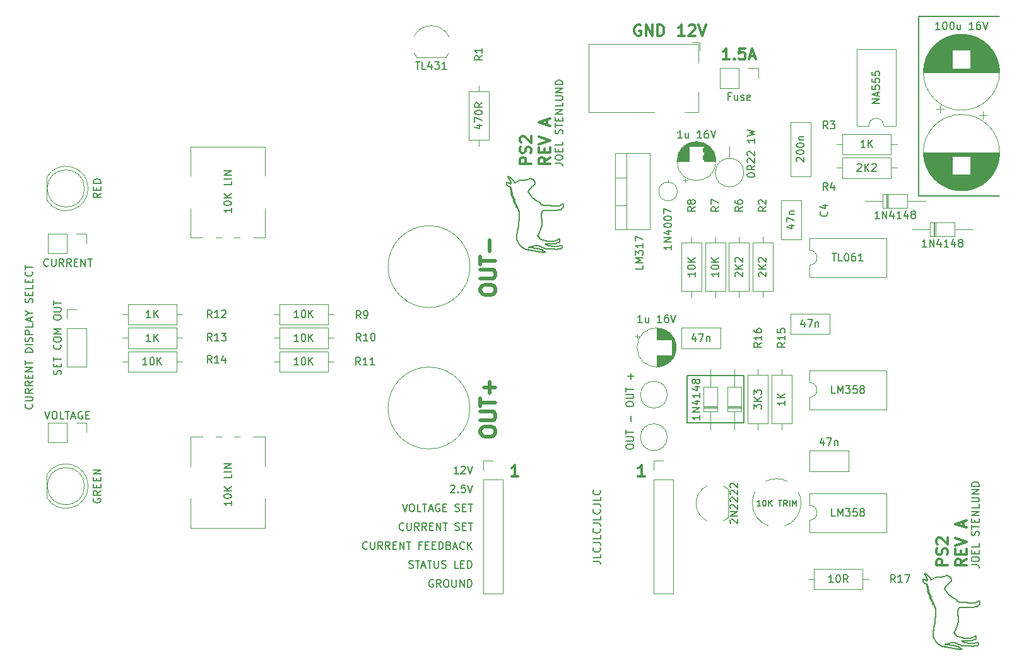
<source format=gbr>
G04 #@! TF.GenerationSoftware,KiCad,Pcbnew,(5.0.0)*
G04 #@! TF.CreationDate,2019-09-26T21:17:23+02:00*
G04 #@! TF.ProjectId,LM317 PSU,4C4D333137205053552E6B696361645F,rev?*
G04 #@! TF.SameCoordinates,Original*
G04 #@! TF.FileFunction,Legend,Top*
G04 #@! TF.FilePolarity,Positive*
%FSLAX46Y46*%
G04 Gerber Fmt 4.6, Leading zero omitted, Abs format (unit mm)*
G04 Created by KiCad (PCBNEW (5.0.0)) date 09/26/19 21:17:23*
%MOMM*%
%LPD*%
G01*
G04 APERTURE LIST*
%ADD10C,0.150000*%
%ADD11C,0.200000*%
%ADD12C,0.300000*%
%ADD13C,0.120000*%
%ADD14C,0.500000*%
G04 APERTURE END LIST*
D10*
X142007380Y-95104047D02*
X142721666Y-95104047D01*
X142864523Y-95151666D01*
X142959761Y-95246904D01*
X143007380Y-95389761D01*
X143007380Y-95485000D01*
X143007380Y-94151666D02*
X143007380Y-94627857D01*
X142007380Y-94627857D01*
X142912142Y-93246904D02*
X142959761Y-93294523D01*
X143007380Y-93437380D01*
X143007380Y-93532619D01*
X142959761Y-93675476D01*
X142864523Y-93770714D01*
X142769285Y-93818333D01*
X142578809Y-93865952D01*
X142435952Y-93865952D01*
X142245476Y-93818333D01*
X142150238Y-93770714D01*
X142055000Y-93675476D01*
X142007380Y-93532619D01*
X142007380Y-93437380D01*
X142055000Y-93294523D01*
X142102619Y-93246904D01*
X142007380Y-92532619D02*
X142721666Y-92532619D01*
X142864523Y-92580238D01*
X142959761Y-92675476D01*
X143007380Y-92818333D01*
X143007380Y-92913571D01*
X143007380Y-91580238D02*
X143007380Y-92056428D01*
X142007380Y-92056428D01*
X142912142Y-90675476D02*
X142959761Y-90723095D01*
X143007380Y-90865952D01*
X143007380Y-90961190D01*
X142959761Y-91104047D01*
X142864523Y-91199285D01*
X142769285Y-91246904D01*
X142578809Y-91294523D01*
X142435952Y-91294523D01*
X142245476Y-91246904D01*
X142150238Y-91199285D01*
X142055000Y-91104047D01*
X142007380Y-90961190D01*
X142007380Y-90865952D01*
X142055000Y-90723095D01*
X142102619Y-90675476D01*
X142007380Y-89961190D02*
X142721666Y-89961190D01*
X142864523Y-90008809D01*
X142959761Y-90104047D01*
X143007380Y-90246904D01*
X143007380Y-90342142D01*
X143007380Y-89008809D02*
X143007380Y-89485000D01*
X142007380Y-89485000D01*
X142912142Y-88104047D02*
X142959761Y-88151666D01*
X143007380Y-88294523D01*
X143007380Y-88389761D01*
X142959761Y-88532619D01*
X142864523Y-88627857D01*
X142769285Y-88675476D01*
X142578809Y-88723095D01*
X142435952Y-88723095D01*
X142245476Y-88675476D01*
X142150238Y-88627857D01*
X142055000Y-88532619D01*
X142007380Y-88389761D01*
X142007380Y-88294523D01*
X142055000Y-88151666D01*
X142102619Y-88104047D01*
X142007380Y-87389761D02*
X142721666Y-87389761D01*
X142864523Y-87437380D01*
X142959761Y-87532619D01*
X143007380Y-87675476D01*
X143007380Y-87770714D01*
X143007380Y-86437380D02*
X143007380Y-86913571D01*
X142007380Y-86913571D01*
X142912142Y-85532619D02*
X142959761Y-85580238D01*
X143007380Y-85723095D01*
X143007380Y-85818333D01*
X142959761Y-85961190D01*
X142864523Y-86056428D01*
X142769285Y-86104047D01*
X142578809Y-86151666D01*
X142435952Y-86151666D01*
X142245476Y-86104047D01*
X142150238Y-86056428D01*
X142055000Y-85961190D01*
X142007380Y-85818333D01*
X142007380Y-85723095D01*
X142055000Y-85580238D01*
X142102619Y-85532619D01*
D11*
X193740620Y-106229712D02*
X193744750Y-106158640D01*
X193714790Y-106316029D02*
X193740620Y-106229712D01*
X193666940Y-106390140D02*
X193714790Y-106316029D01*
X193618110Y-106435876D02*
X193666940Y-106390140D01*
X193599570Y-106447432D02*
X193618110Y-106435876D01*
X190826010Y-106124461D02*
X190900070Y-106158748D01*
X191051160Y-106243493D02*
X191074330Y-106257436D01*
X189274150Y-106250112D02*
X189295300Y-106241594D01*
X189281300Y-106261125D02*
X189268450Y-106256459D01*
X190981180Y-106202532D02*
X191051160Y-106243493D01*
X191934470Y-106456221D02*
X191985360Y-106456383D01*
X189830300Y-106082251D02*
X189951610Y-106056590D01*
X193327910Y-106452205D02*
X193380820Y-106461646D01*
X189951610Y-106056590D02*
X190060930Y-106040750D01*
X190753860Y-106098093D02*
X190826010Y-106124461D01*
X189374510Y-106267528D02*
X189315650Y-106264651D01*
X193210120Y-106461158D02*
X193271160Y-106450307D01*
X193105150Y-106493439D02*
X193127010Y-106485897D01*
X191187290Y-106325633D02*
X191275180Y-106375980D01*
X192253320Y-106459909D02*
X192462620Y-106467451D01*
X189378090Y-106214522D02*
X189525610Y-106167972D01*
X189329110Y-106230364D02*
X189378090Y-106214522D01*
X189548510Y-106272572D02*
X189460890Y-106270240D01*
X191426440Y-106434084D02*
X191515090Y-106447323D01*
X190382550Y-106040480D02*
X190411410Y-106042809D01*
X190269860Y-106033910D02*
X190354390Y-106038310D01*
X193127010Y-106485897D02*
X193147620Y-106479279D01*
X192462620Y-106467451D02*
X192626520Y-106479658D01*
X190411410Y-106042809D02*
X190497940Y-106050947D01*
X191275180Y-106375980D02*
X191350650Y-106411244D01*
X193588650Y-106454105D02*
X193599570Y-106447432D01*
X193554690Y-106471954D02*
X193588650Y-106454105D01*
X190497940Y-106050947D02*
X190594900Y-106062937D01*
X192969840Y-106524580D02*
X193038840Y-106514001D01*
X193515840Y-106481991D02*
X193554690Y-106471954D01*
X189525610Y-106167972D02*
X189690480Y-106118980D01*
X193147620Y-106479279D02*
X193210120Y-106461158D01*
X192790640Y-106502825D02*
X192887260Y-106518612D01*
X192052300Y-106456764D02*
X192253320Y-106459909D01*
X193271160Y-106450307D02*
X193327910Y-106452205D01*
X192758520Y-106497128D02*
X192790640Y-106502825D01*
X191350650Y-106411244D02*
X191426440Y-106434084D01*
X190354390Y-106038310D02*
X190382550Y-106040480D01*
X192887260Y-106518612D02*
X192969840Y-106524580D01*
X190678500Y-106078127D02*
X190753860Y-106098093D01*
X193415750Y-106469350D02*
X193468480Y-106479279D01*
X193468480Y-106479279D02*
X193515840Y-106481991D01*
X193398270Y-106465553D02*
X193415750Y-106469350D01*
X189690480Y-106118980D02*
X189830300Y-106082251D01*
X189295300Y-106241594D02*
X189320650Y-106233130D01*
X189460890Y-106270240D02*
X189374510Y-106267528D01*
X193380820Y-106461646D02*
X193398270Y-106465553D01*
X193038840Y-106514001D02*
X193105150Y-106493439D01*
X191781900Y-106455732D02*
X191934470Y-106456221D01*
X190164830Y-106033590D02*
X190269860Y-106033910D01*
X192725710Y-106491594D02*
X192758520Y-106497128D01*
X191629400Y-106453616D02*
X191781900Y-106455732D01*
X191074330Y-106257436D02*
X191102590Y-106274472D01*
X189320650Y-106233130D02*
X189329110Y-106230364D01*
X192626520Y-106479658D02*
X192725710Y-106491594D01*
X190060930Y-106040750D02*
X190164830Y-106033590D01*
X191515090Y-106447323D02*
X191629400Y-106453616D01*
X189577750Y-106273277D02*
X189548510Y-106272572D01*
X191985360Y-106456383D02*
X192052300Y-106456764D01*
X191102590Y-106274472D02*
X191187290Y-106325633D01*
X190900070Y-106158748D02*
X190981180Y-106202532D01*
X189268450Y-106256459D02*
X189274150Y-106250112D01*
X189315650Y-106264651D02*
X189281300Y-106261125D01*
X190594900Y-106062937D02*
X190678500Y-106078127D01*
X190630860Y-106461862D02*
X190578830Y-106454484D01*
X190687550Y-106467126D02*
X190630860Y-106461862D01*
X191152400Y-106607914D02*
X191126360Y-106590553D01*
X191227980Y-106725534D02*
X191218160Y-106721357D01*
X190728300Y-106469621D02*
X190687550Y-106467126D01*
X190809730Y-106488176D02*
X190814680Y-106486819D01*
X191160160Y-106614750D02*
X191152400Y-106607914D01*
X190755540Y-106470434D02*
X190741930Y-106470055D01*
X189939460Y-106329809D02*
X189920900Y-106322811D01*
X190091430Y-106372019D02*
X190007160Y-106351077D01*
X190181650Y-106390032D02*
X190091430Y-106372019D01*
X190287550Y-106404408D02*
X190267260Y-106402239D01*
X190780270Y-106497941D02*
X190802300Y-106490454D01*
X190775720Y-106511397D02*
X190769320Y-106504886D01*
X190824980Y-106475751D02*
X190796390Y-106472279D01*
X190959200Y-106547529D02*
X190919220Y-106541779D01*
X191187450Y-106643396D02*
X191167110Y-106621748D01*
X191198620Y-106660811D02*
X191187450Y-106643396D01*
X189920900Y-106322811D02*
X189863830Y-106305450D01*
X190245770Y-106399959D02*
X190181650Y-106390032D01*
X190868500Y-106533694D02*
X190826290Y-106525990D01*
X191266610Y-106742190D02*
X191237690Y-106729550D01*
X190267260Y-106402239D02*
X190245770Y-106399959D01*
X190798510Y-106519805D02*
X190792760Y-106517907D01*
X190007160Y-106351077D02*
X189956070Y-106335886D01*
X190426590Y-106423723D02*
X190348370Y-106412112D01*
X190802300Y-106490454D02*
X190809730Y-106488176D01*
X191194500Y-106671064D02*
X191198620Y-106660811D01*
X190792760Y-106517907D02*
X190775720Y-106511397D01*
X190919220Y-106541779D02*
X190868500Y-106533694D01*
X191167110Y-106621748D02*
X191160160Y-106614750D01*
X190972550Y-106549211D02*
X190959200Y-106547529D01*
X191168020Y-106694230D02*
X191163750Y-106684573D01*
X191189290Y-106707686D02*
X191168020Y-106694230D01*
X191237690Y-106729550D02*
X191227980Y-106725534D01*
X191338870Y-106776208D02*
X191305070Y-106759823D01*
X190578830Y-106454484D02*
X190548290Y-106448300D01*
X191218160Y-106721357D02*
X191189290Y-106707686D01*
X190829000Y-106480905D02*
X190824980Y-106475751D01*
X189606180Y-106274037D02*
X189577750Y-106273277D01*
X190348370Y-106412112D02*
X190287550Y-106404408D01*
X191176000Y-106678064D02*
X191180720Y-106676815D01*
X190492900Y-106435279D02*
X190426590Y-106423723D01*
X189691410Y-106278648D02*
X189606180Y-106274037D01*
X190988010Y-106550784D02*
X190972550Y-106549211D01*
X190814680Y-106486819D02*
X190829000Y-106480905D01*
X191305070Y-106759823D02*
X191266610Y-106742190D01*
X189783970Y-106288848D02*
X189691410Y-106278648D01*
X190741930Y-106470055D02*
X190728300Y-106469621D01*
X191034230Y-106558162D02*
X190988010Y-106550784D01*
X191163750Y-106684573D02*
X191172750Y-106678876D01*
X191126360Y-106590553D02*
X191084970Y-106571780D01*
X190538470Y-106445152D02*
X190527730Y-106442332D01*
X190796390Y-106472279D02*
X190755540Y-106470434D01*
X191180720Y-106676815D02*
X191194500Y-106671064D01*
X191172750Y-106678876D02*
X191176000Y-106678064D01*
X189863830Y-106305450D02*
X189783970Y-106288848D01*
X189956070Y-106335886D02*
X189939460Y-106329809D01*
X190804690Y-106521541D02*
X190798510Y-106519805D01*
X190769320Y-106504886D02*
X190780270Y-106497941D01*
X190527730Y-106442332D02*
X190492900Y-106435279D01*
X190548290Y-106448300D02*
X190538470Y-106445152D01*
X191084970Y-106571780D02*
X191034230Y-106558162D01*
X190826290Y-106525990D02*
X190804690Y-106521541D01*
X192038250Y-106045087D02*
X191960180Y-106028700D01*
X193351620Y-106070425D02*
X193225480Y-106083390D01*
X193726940Y-106048723D02*
X193714190Y-106022840D01*
X193518070Y-106033690D02*
X193492080Y-106041615D01*
X191866330Y-106002280D02*
X191775460Y-105967780D01*
X191488660Y-105798230D02*
X191548770Y-105793680D01*
X192935500Y-106103301D02*
X192923510Y-106105959D01*
X193009980Y-105663410D02*
X193084260Y-105639280D01*
X192923510Y-106105959D02*
X192910540Y-106108836D01*
X192064460Y-106049427D02*
X192038250Y-106045087D01*
X193581550Y-106015740D02*
X193533860Y-106029030D01*
X192894110Y-105760040D02*
X192905440Y-105744630D01*
X191776260Y-105796990D02*
X191815820Y-105798450D01*
X191662070Y-105913410D02*
X191607970Y-105884550D01*
X193741930Y-106135473D02*
X193740570Y-106123104D01*
X193110730Y-106085344D02*
X193037390Y-106090498D01*
X193165260Y-106083390D02*
X193110730Y-106085344D01*
X193668140Y-106001790D02*
X193630910Y-106004830D01*
X191499250Y-105823080D02*
X191479500Y-105810440D01*
X192577000Y-106105743D02*
X192451440Y-106096194D01*
X192791770Y-106114044D02*
X192692180Y-106111765D01*
X192905440Y-105744630D02*
X192946730Y-105703670D01*
X191815820Y-105798450D02*
X191857540Y-105799860D01*
X192451440Y-106096194D02*
X192320690Y-106083446D01*
X191607970Y-105884550D02*
X191545300Y-105849990D01*
X193169980Y-105631190D02*
X193183710Y-105631190D01*
X193084260Y-105639280D02*
X193148550Y-105631190D01*
X192320690Y-106083446D02*
X192189940Y-106067765D01*
X192512050Y-105816630D02*
X192848910Y-105823350D01*
X192946730Y-105703670D02*
X193009980Y-105663410D01*
X193037390Y-106090498D02*
X192972070Y-106097714D01*
X192354010Y-105813810D02*
X192472500Y-105816140D01*
X193735520Y-106085994D02*
X193726940Y-106048723D01*
X191657610Y-105793840D02*
X191776260Y-105796990D01*
X192169870Y-105809250D02*
X192354010Y-105813810D01*
X191545300Y-105849990D02*
X191499250Y-105823080D01*
X193740570Y-106123104D02*
X193735520Y-106085994D01*
X192692180Y-106111765D02*
X192577000Y-106105743D01*
X192472500Y-105816140D02*
X192512050Y-105816630D01*
X192095710Y-106054473D02*
X192064460Y-106049427D01*
X193148550Y-105631190D02*
X193169980Y-105631190D01*
X192848910Y-105823350D02*
X192894110Y-105760040D01*
X192972070Y-106097714D02*
X192935500Y-106103301D01*
X193714190Y-106022840D02*
X193695260Y-106007490D01*
X193225480Y-106083390D02*
X193183500Y-106083390D01*
X193630910Y-106004830D02*
X193581550Y-106015740D01*
X191982750Y-105803880D02*
X192169870Y-105809250D01*
X191857540Y-105799860D02*
X191982750Y-105803880D01*
X191476730Y-105807570D02*
X191488660Y-105798230D01*
X192870610Y-106112200D02*
X192791770Y-106114044D01*
X193744750Y-106158640D02*
X193741930Y-106135473D01*
X191476730Y-105807570D02*
X191476730Y-105807570D01*
X191703620Y-105934790D02*
X191680180Y-105922860D01*
X193183500Y-106083390D02*
X193165260Y-106083390D01*
X191548770Y-105793680D02*
X191657610Y-105793840D01*
X192910540Y-106108836D02*
X192870610Y-106112200D01*
X191479500Y-105810440D02*
X191476730Y-105807570D01*
X193695260Y-106007490D02*
X193668140Y-106001790D01*
X191680180Y-105922860D02*
X191662070Y-105913410D01*
X191775460Y-105967780D02*
X191703620Y-105934790D01*
X191960180Y-106028700D02*
X191866330Y-106002280D01*
X193492080Y-106041615D02*
X193351620Y-106070425D01*
X193533860Y-106029030D02*
X193518070Y-106033690D01*
X192189940Y-106067765D02*
X192095710Y-106054473D01*
X190934410Y-100499300D02*
X190904360Y-100484820D01*
X190883360Y-100469030D02*
X190868390Y-100450100D01*
X190868390Y-100450100D02*
X190856290Y-100426220D01*
X190904360Y-100484820D02*
X190883360Y-100469030D01*
X190976730Y-100514370D02*
X190934410Y-100499300D01*
X193681110Y-101035430D02*
X193681110Y-101030650D01*
X191110680Y-100553660D02*
X191091580Y-100548290D01*
X191129180Y-100558930D02*
X191110680Y-100553660D01*
X193568090Y-100553760D02*
X193546890Y-100565430D01*
X191184950Y-100574050D02*
X191129180Y-100558930D01*
X191482540Y-100619040D02*
X191392970Y-100611600D01*
X192168250Y-100646820D02*
X191980370Y-100639000D01*
X192697160Y-100688370D02*
X192592940Y-100676820D01*
X193846790Y-100946400D02*
X193852980Y-100940280D01*
X192399260Y-100660540D02*
X192168250Y-100646820D01*
X192948360Y-100717350D02*
X192768340Y-100699550D01*
X193546890Y-100565430D02*
X193483190Y-100600040D01*
X193764540Y-100992460D02*
X193795300Y-100980420D01*
X193795300Y-100980420D02*
X193826010Y-100962460D01*
X193681110Y-101024530D02*
X193696620Y-101006140D01*
X193727390Y-100996800D02*
X193737690Y-100996800D01*
X191392970Y-100611600D02*
X191318520Y-100602220D01*
X192592940Y-100676820D02*
X192399260Y-100660540D01*
X193897730Y-100581330D02*
X193889980Y-100508470D01*
X193142200Y-100717890D02*
X193129570Y-100718800D01*
X193224720Y-100707680D02*
X193180230Y-100714140D01*
X193872770Y-100433370D02*
X193868820Y-100429420D01*
X193901970Y-100647080D02*
X193897730Y-100581330D01*
X193104660Y-100720480D02*
X192948360Y-100717350D01*
X193696620Y-101006140D02*
X193727390Y-100996800D01*
X193309730Y-100683820D02*
X193266660Y-100698030D01*
X193357750Y-100663640D02*
X193309730Y-100683820D01*
X193843110Y-100423780D02*
X193790540Y-100439940D01*
X193737690Y-100996800D02*
X193744360Y-100996800D01*
X193414340Y-100636180D02*
X193357750Y-100663640D01*
X193701890Y-100481940D02*
X193601300Y-100535430D01*
X193744360Y-100996800D02*
X193764540Y-100992460D01*
X193681110Y-101030650D02*
X193681110Y-101024530D01*
X193675510Y-101049600D02*
X193681110Y-101035430D01*
X193601300Y-100535430D02*
X193568090Y-100553760D01*
X193889980Y-100508470D02*
X193880160Y-100456000D01*
X193906690Y-100789280D02*
X193904080Y-100699050D01*
X193660430Y-101076980D02*
X193675510Y-101049600D01*
X193880160Y-100456000D02*
X193872770Y-100433370D01*
X191034450Y-100531900D02*
X190976730Y-100514370D01*
X193180230Y-100714140D02*
X193142200Y-100717890D01*
X191980370Y-100639000D02*
X191917760Y-100637320D01*
X191737360Y-100631080D02*
X191594840Y-100625220D01*
X193129570Y-100718800D02*
X193104660Y-100720480D01*
X192768340Y-100699550D02*
X192731610Y-100693900D01*
X193266660Y-100698030D02*
X193224720Y-100707680D01*
X193904080Y-100699050D02*
X193902790Y-100669000D01*
X192731610Y-100693900D02*
X192697160Y-100688370D01*
X191091580Y-100548290D02*
X191034450Y-100531900D01*
X191251750Y-100589960D02*
X191184950Y-100574050D01*
X191318520Y-100602220D02*
X191251750Y-100589960D01*
X191594840Y-100625220D02*
X191482540Y-100619040D01*
X191872620Y-100635860D02*
X191737360Y-100631080D01*
X193902790Y-100669000D02*
X193901970Y-100647080D01*
X193826010Y-100962460D02*
X193846790Y-100946400D01*
X191917760Y-100637320D02*
X191872620Y-100635860D01*
X193864860Y-100425510D02*
X193843110Y-100423780D01*
X193868820Y-100429420D02*
X193864860Y-100425510D01*
X193852980Y-100940280D02*
X193861760Y-100931480D01*
X193885860Y-100902680D02*
X193902460Y-100859760D01*
X193483190Y-100600040D02*
X193414340Y-100636180D01*
X193790540Y-100439940D02*
X193701890Y-100481940D01*
X193902460Y-100859760D02*
X193906690Y-100789280D01*
X193861760Y-100931480D02*
X193885860Y-100902680D01*
X190958660Y-102205900D02*
X190947000Y-102006730D01*
X190559040Y-104496320D02*
X190574820Y-104472710D01*
X190990790Y-103431480D02*
X190993550Y-103416830D01*
X193598090Y-101158100D02*
X193611010Y-101143660D01*
X193552410Y-101195100D02*
X193598090Y-101158100D01*
X193280820Y-101186530D02*
X193311640Y-101194440D01*
X191000050Y-102456650D02*
X190993070Y-102423290D01*
X193321620Y-101197970D02*
X193343800Y-101205790D01*
X193488340Y-101220870D02*
X193552410Y-101195100D01*
X193167430Y-101227820D02*
X193207800Y-101203400D01*
X191035970Y-101437550D02*
X191035970Y-101340330D01*
X190574820Y-104472710D02*
X190618160Y-104398930D01*
X190990790Y-101674910D02*
X190995720Y-101659620D01*
X190466910Y-104688150D02*
X190471470Y-104652400D01*
X190979070Y-101712290D02*
X190990790Y-101674910D01*
X190982110Y-102369410D02*
X190958660Y-102205900D01*
X191018340Y-102557400D02*
X191000050Y-102456650D01*
X190680510Y-104280050D02*
X190743660Y-104145350D01*
X191031150Y-102675620D02*
X191018340Y-102557400D01*
X190743660Y-104145350D02*
X190805400Y-104000390D01*
X190548450Y-104512000D02*
X190559040Y-104496320D01*
X193413210Y-101221620D02*
X193488340Y-101220870D01*
X193311640Y-101194440D02*
X193321620Y-101197970D01*
X191590330Y-101294160D02*
X191891330Y-101284180D01*
X190805400Y-104000390D02*
X190863290Y-103850910D01*
X190618160Y-104398930D02*
X190680510Y-104280050D01*
X193246430Y-101187500D02*
X193280820Y-101186530D01*
X193207800Y-101203400D02*
X193246430Y-101187500D01*
X191019970Y-103128580D02*
X191025610Y-103025180D01*
X191025610Y-103025180D02*
X191026910Y-102990670D01*
X193059300Y-101301930D02*
X193154360Y-101236390D01*
X192641120Y-101290640D02*
X193059300Y-101301930D01*
X192540260Y-101287930D02*
X192641120Y-101290640D01*
X191891330Y-101284180D02*
X192237690Y-101283100D01*
X191389710Y-101307080D02*
X191590330Y-101294160D01*
X190957750Y-101828780D02*
X190979070Y-101712290D01*
X190914980Y-103702530D02*
X190958290Y-103560820D01*
X190993070Y-102423290D02*
X190982110Y-102369410D01*
X191000160Y-103363610D02*
X191010520Y-103257710D01*
X190993550Y-103416830D02*
X191000160Y-103363610D01*
X191033370Y-102809510D02*
X191031150Y-102675620D01*
X191035970Y-101340330D02*
X191323080Y-101313260D01*
X190958290Y-103560820D02*
X190983730Y-103464080D01*
X191032400Y-101485790D02*
X191035970Y-101449650D01*
X190471470Y-104652400D02*
X190488400Y-104610570D01*
X191035970Y-101449650D02*
X191035970Y-101437550D01*
X190995720Y-101659620D02*
X191008300Y-101612750D01*
X191010520Y-103257710D02*
X191019970Y-103128580D01*
X190947000Y-102006730D02*
X190957750Y-101828780D01*
X193638140Y-101109480D02*
X193660430Y-101076980D01*
X193618070Y-101135360D02*
X193638140Y-101109480D01*
X190488400Y-104610570D02*
X190517580Y-104559570D01*
X193611010Y-101143660D02*
X193618070Y-101135360D01*
X191323080Y-101313260D02*
X191389710Y-101307080D01*
X191026910Y-102990670D02*
X191029020Y-102945430D01*
X193343800Y-101205790D02*
X193413210Y-101221620D01*
X191029020Y-102945430D02*
X191033370Y-102809510D01*
X191022680Y-101546930D02*
X191032400Y-101485790D01*
X193154360Y-101236390D02*
X193167430Y-101227820D01*
X190983730Y-103464080D02*
X190990790Y-103431480D01*
X190517580Y-104559570D02*
X190548450Y-104512000D01*
X190863290Y-103850910D02*
X190914980Y-103702530D01*
X191008300Y-101612750D02*
X191022680Y-101546930D01*
X192237690Y-101283100D02*
X192540260Y-101287930D01*
X193267260Y-105142960D02*
X193257050Y-105150350D01*
X193264870Y-105617360D02*
X193299650Y-105592120D01*
X190875500Y-105197110D02*
X190787330Y-105065970D01*
X193320590Y-105104820D02*
X193295520Y-105122120D01*
X190687830Y-104942500D02*
X190629620Y-104881290D01*
X193409620Y-105362100D02*
X193409620Y-105346420D01*
X190742620Y-105006680D02*
X190687830Y-104942500D01*
X193409620Y-105325140D02*
X193403540Y-105261350D01*
X192752660Y-105397140D02*
X192677470Y-105405650D01*
X190787330Y-105065970D02*
X190776800Y-105050730D01*
X191187450Y-105269540D02*
X190875500Y-105197110D01*
X192913580Y-105346790D02*
X192833120Y-105378960D01*
X192989210Y-105308110D02*
X192913580Y-105346790D01*
X193224450Y-105171390D02*
X193162660Y-105209370D01*
X193375220Y-105500220D02*
X193396590Y-105457140D01*
X193089790Y-105252010D02*
X193033040Y-105284070D01*
X191220710Y-105277460D02*
X191187450Y-105269540D01*
X191450860Y-105338220D02*
X191320210Y-105302730D01*
X191948140Y-105464250D02*
X191790910Y-105441190D01*
X191646440Y-105398390D02*
X191626150Y-105391110D01*
X192115570Y-105467350D02*
X191948140Y-105464250D01*
X193346250Y-105088710D02*
X193339300Y-105093100D01*
X193409620Y-105346420D02*
X193409620Y-105325140D01*
X193183710Y-105631190D02*
X193225050Y-105628640D01*
X193162660Y-105209370D02*
X193089790Y-105252010D01*
X191681480Y-105411850D02*
X191646440Y-105398390D01*
X191790910Y-105441190D02*
X191681480Y-105411850D01*
X193368610Y-105114040D02*
X193353580Y-105088710D01*
X193033040Y-105284070D02*
X193014000Y-105294440D01*
X192315480Y-105446400D02*
X192290690Y-105450360D01*
X193014000Y-105294440D02*
X192989210Y-105308110D01*
X193388400Y-105177730D02*
X193368610Y-105114040D01*
X193257050Y-105150350D02*
X193224450Y-105171390D01*
X193274200Y-105137640D02*
X193267260Y-105142960D01*
X193339300Y-105093100D02*
X193320590Y-105104820D01*
X193353580Y-105088710D02*
X193348580Y-105088710D01*
X193396590Y-105457140D02*
X193406900Y-105409030D01*
X193295520Y-105122120D02*
X193274200Y-105137640D01*
X193330020Y-105559080D02*
X193339520Y-105547530D01*
X190474890Y-104720870D02*
X190466910Y-104688150D01*
X190563150Y-104820690D02*
X190528760Y-104789180D01*
X190495440Y-104753470D02*
X190474890Y-104720870D01*
X193225050Y-105628640D02*
X193264870Y-105617360D01*
X190589150Y-104842780D02*
X190574870Y-104830900D01*
X192290690Y-105450360D02*
X192247230Y-105456980D01*
X193348580Y-105088710D02*
X193346250Y-105088710D01*
X193406900Y-105409030D02*
X193409620Y-105362100D01*
X193339520Y-105547530D02*
X193349010Y-105536190D01*
X193299650Y-105592120D02*
X193330020Y-105559080D01*
X190528760Y-104789180D02*
X190495440Y-104753470D01*
X190574870Y-104830900D02*
X190563150Y-104820690D01*
X190629620Y-104881290D02*
X190589150Y-104842780D01*
X190776800Y-105050730D02*
X190742620Y-105006680D01*
X192247230Y-105456980D02*
X192115570Y-105467350D01*
X192833120Y-105378960D02*
X192752660Y-105397140D01*
X191320210Y-105302730D02*
X191220710Y-105277460D01*
X191564510Y-105371580D02*
X191450860Y-105338220D01*
X191626150Y-105391110D02*
X191564510Y-105371580D01*
X192677470Y-105405650D02*
X192652340Y-105407440D01*
X192627440Y-105409720D02*
X192471410Y-105426390D01*
X192471410Y-105426390D02*
X192315480Y-105446400D01*
X193349010Y-105536190D02*
X193375220Y-105500220D01*
X192652340Y-105407440D02*
X192627440Y-105409720D01*
X193403540Y-105261350D02*
X193388400Y-105177730D01*
X187748000Y-100987530D02*
X187772730Y-100994690D01*
X187832090Y-101073620D02*
X187858080Y-101093100D01*
X187844300Y-101003860D02*
X187839580Y-101012910D01*
X187818580Y-101028970D02*
X187813110Y-101033150D01*
X187727270Y-100977000D02*
X187748000Y-100987530D01*
X187912980Y-101166940D02*
X187912610Y-101183110D01*
X187839580Y-101012910D02*
X187823950Y-101025180D01*
X187907400Y-101160920D02*
X187912980Y-101166940D01*
X187825360Y-101071890D02*
X187832090Y-101073620D01*
X187898120Y-101163140D02*
X187907400Y-101160920D01*
X187895460Y-101164610D02*
X187898120Y-101163140D01*
X187892470Y-101166720D02*
X187895460Y-101164610D01*
X187823950Y-101025180D02*
X187818580Y-101028970D01*
X187870550Y-101132980D02*
X187870550Y-101140790D01*
X187877070Y-101164070D02*
X187892470Y-101166720D01*
X187870550Y-101140790D02*
X187877070Y-101164070D01*
X187870550Y-101123050D02*
X187870550Y-101132980D01*
X187791460Y-101057290D02*
X187800790Y-101064620D01*
X187797370Y-101046550D02*
X187791460Y-101057290D01*
X187813110Y-101033150D02*
X187797370Y-101046550D01*
X187808220Y-100997670D02*
X187831610Y-100999460D01*
X187858080Y-101093100D02*
X187870550Y-101123050D01*
X187819180Y-101070320D02*
X187825360Y-101071890D01*
X187800790Y-101064620D02*
X187819180Y-101070320D01*
X187831610Y-100999460D02*
X187844300Y-101003860D01*
X187800450Y-100997350D02*
X187808220Y-100997670D01*
X187793510Y-100997350D02*
X187800450Y-100997350D01*
X187772730Y-100994690D02*
X187793510Y-100997350D01*
X187684950Y-100725970D02*
X187680570Y-100725970D01*
X187638790Y-100534290D02*
X187627230Y-100543140D01*
X187640680Y-100599010D02*
X187662820Y-100612750D01*
X187682900Y-100775780D02*
X187687180Y-100776690D01*
X187655760Y-100823250D02*
X187587950Y-100859430D01*
X187663800Y-100818580D02*
X187655760Y-100823250D01*
X187593260Y-100674260D02*
X187618010Y-100678500D01*
X187655500Y-100764220D02*
X187675730Y-100774420D01*
X187653270Y-100732480D02*
X187645250Y-100747510D01*
X187706870Y-100711600D02*
X187706700Y-100718910D01*
X187700040Y-100703120D02*
X187706870Y-100711600D01*
X187627230Y-100543140D02*
X187611390Y-100548610D01*
X187649320Y-100681210D02*
X187670040Y-100686900D01*
X187632050Y-100678720D02*
X187649320Y-100681210D01*
X187603470Y-100493390D02*
X187623050Y-100502720D01*
X187626300Y-100678500D02*
X187632050Y-100678720D01*
X187597180Y-100665750D02*
X187593260Y-100674260D01*
X187606010Y-100549650D02*
X187601450Y-100550570D01*
X187599230Y-100664930D02*
X187597180Y-100665750D01*
X187601450Y-100550570D02*
X187588270Y-100555460D01*
X187641440Y-100524040D02*
X187638790Y-100534290D01*
X187711710Y-100964300D02*
X187727270Y-100977000D01*
X187702210Y-100950690D02*
X187711710Y-100964300D01*
X187705960Y-100925350D02*
X187699930Y-100937290D01*
X187588270Y-100555460D02*
X187586480Y-100563750D01*
X187611390Y-100548610D02*
X187606010Y-100549650D01*
X187699930Y-100937290D02*
X187702210Y-100950690D01*
X187717180Y-100917540D02*
X187705960Y-100925350D01*
X187670250Y-100641440D02*
X187667050Y-100642300D01*
X187667050Y-100642300D02*
X187662500Y-100644040D01*
X187587950Y-100859430D02*
X187671610Y-100861710D01*
X187721300Y-100915970D02*
X187717180Y-100917540D01*
X187698300Y-100724070D02*
X187684950Y-100725970D01*
X187729660Y-100912710D02*
X187721300Y-100915970D01*
X187706700Y-100718910D02*
X187698300Y-100724070D01*
X187670040Y-100686900D02*
X187687340Y-100694550D01*
X187601190Y-100576330D02*
X187624950Y-100590440D01*
X187618010Y-100678500D02*
X187626300Y-100678500D01*
X187677950Y-100626250D02*
X187679150Y-100635900D01*
X187662820Y-100612750D02*
X187677950Y-100626250D01*
X187603730Y-100663850D02*
X187599230Y-100664930D01*
X187671610Y-100861710D02*
X187685070Y-100861710D01*
X187624950Y-100590440D02*
X187633090Y-100594830D01*
X187680570Y-100725970D02*
X187673720Y-100725970D01*
X187701500Y-100790210D02*
X187687290Y-100803440D01*
X187645250Y-100747510D02*
X187655500Y-100764220D01*
X187752610Y-100897030D02*
X187729660Y-100912710D01*
X187679150Y-100635900D02*
X187670250Y-100641440D01*
X187753260Y-100879510D02*
X187752610Y-100897030D01*
X187725430Y-100866710D02*
X187753260Y-100879510D01*
X187685070Y-100861710D02*
X187725430Y-100866710D01*
X187623050Y-100502720D02*
X187635970Y-100513190D01*
X187687290Y-100803440D02*
X187663800Y-100818580D01*
X187577910Y-100486170D02*
X187603470Y-100493390D01*
X187662500Y-100644040D02*
X187633150Y-100654510D01*
X187687180Y-100776690D02*
X187699610Y-100781640D01*
X187633150Y-100654510D02*
X187603730Y-100663850D01*
X187673720Y-100725970D02*
X187653270Y-100732480D01*
X187687340Y-100694550D02*
X187700040Y-100703120D01*
X187633090Y-100594830D02*
X187640680Y-100599010D01*
X187635970Y-100513190D02*
X187641440Y-100524040D01*
X187586480Y-100563750D02*
X187601190Y-100576330D01*
X187675730Y-100774420D02*
X187682900Y-100775780D01*
X187699610Y-100781640D02*
X187701500Y-100790210D01*
X187226940Y-99703570D02*
X187267520Y-99729220D01*
X187235250Y-99661620D02*
X187206980Y-99661900D01*
X187159770Y-99549690D02*
X187163640Y-99558110D01*
X187160710Y-99548180D02*
X187159770Y-99549690D01*
X187088390Y-99500760D02*
X187090610Y-99504720D01*
X187109870Y-99520230D02*
X187131020Y-99527830D01*
X187189400Y-99672530D02*
X187201010Y-99685010D01*
X187275890Y-99663470D02*
X187265730Y-99662930D01*
X187310660Y-99662980D02*
X187284510Y-99663850D01*
X187258730Y-99595870D02*
X187288150Y-99605040D01*
X187083550Y-99487580D02*
X187086480Y-99497940D01*
X187158690Y-99533800D02*
X187162110Y-99545790D01*
X187143230Y-99527830D02*
X187158690Y-99533800D01*
X187346040Y-99651040D02*
X187333980Y-99658580D01*
X187097440Y-99489530D02*
X187094300Y-99488230D01*
X187317870Y-99617360D02*
X187337680Y-99629660D01*
X187416770Y-99819390D02*
X187443580Y-99837140D01*
X187336820Y-99771000D02*
X187377070Y-99795080D01*
X187191520Y-99665150D02*
X187189400Y-99672530D01*
X187138080Y-99527830D02*
X187143230Y-99527830D01*
X187265730Y-99662930D02*
X187235250Y-99661620D01*
X187162110Y-99545790D02*
X187160710Y-99548180D01*
X187086480Y-99497940D02*
X187088390Y-99500760D01*
X187333980Y-99658580D02*
X187310660Y-99662980D01*
X187248820Y-99593370D02*
X187258730Y-99595870D01*
X187288150Y-99605040D02*
X187317870Y-99617360D01*
X187090610Y-99504720D02*
X187109870Y-99520230D01*
X187456870Y-99864370D02*
X187442550Y-99869040D01*
X187462510Y-99858350D02*
X187456870Y-99864370D01*
X187458440Y-99849720D02*
X187462510Y-99858350D01*
X187206980Y-99661900D02*
X187191520Y-99665150D01*
X187239050Y-99591040D02*
X187248820Y-99593370D01*
X187267520Y-99729220D02*
X187309410Y-99754610D01*
X187443580Y-99837140D02*
X187458440Y-99849720D01*
X187201010Y-99685010D02*
X187226940Y-99703570D01*
X187210230Y-99582190D02*
X187239050Y-99591040D01*
X187094300Y-99488230D02*
X187083550Y-99487580D01*
X187163640Y-99558110D02*
X187181000Y-99569930D01*
X187284510Y-99663850D02*
X187275890Y-99663470D01*
X187131020Y-99527830D02*
X187138080Y-99527830D01*
X187347120Y-99641110D02*
X187346040Y-99651040D01*
X187377070Y-99795080D02*
X187416770Y-99819390D01*
X187323410Y-99762970D02*
X187336820Y-99771000D01*
X187309410Y-99754610D02*
X187323410Y-99762970D01*
X187181000Y-99569930D02*
X187210230Y-99582190D01*
X187337680Y-99629660D02*
X187347120Y-99641110D01*
X186886290Y-98737150D02*
X186891930Y-98743390D01*
X186870290Y-98717660D02*
X186886290Y-98737150D01*
X186911250Y-98775500D02*
X186904960Y-98773760D01*
X186869360Y-98691570D02*
X186862800Y-98701870D01*
X186884230Y-98762430D02*
X186874570Y-98759610D01*
X186884440Y-98684300D02*
X186869360Y-98691570D01*
X186898550Y-98769970D02*
X186884230Y-98762430D01*
X186903160Y-98772730D02*
X186898550Y-98769970D01*
X186895460Y-98747350D02*
X186905440Y-98759760D01*
X186904960Y-98773760D02*
X186903160Y-98772730D01*
X186911950Y-98770830D02*
X186911250Y-98775500D01*
X186905440Y-98759760D02*
X186911950Y-98770830D01*
X186862800Y-98701870D02*
X186870290Y-98717660D01*
X186891930Y-98743390D02*
X186895460Y-98747350D01*
X187022190Y-99013940D02*
X187045900Y-99032440D01*
X187041020Y-99188690D02*
X187030820Y-99188690D01*
X187037110Y-99298120D02*
X187045470Y-99304100D01*
X187012650Y-99279510D02*
X187037110Y-99298120D01*
X186939790Y-99131030D02*
X186922370Y-99120870D01*
X187054320Y-99160110D02*
X187068090Y-99178550D01*
X186968700Y-98847330D02*
X187059140Y-98915150D01*
X187019150Y-99051220D02*
X187011720Y-99053070D01*
X186864750Y-98928660D02*
X186966520Y-98982970D01*
X186961910Y-98921930D02*
X186864750Y-98928660D01*
X186913300Y-98804530D02*
X186938650Y-98825040D01*
X186913470Y-99120870D02*
X186904190Y-99128690D01*
X186916620Y-99120870D02*
X186913470Y-99120870D01*
X187030820Y-99188690D02*
X187000270Y-99178550D01*
X186873430Y-98763400D02*
X186880000Y-98772790D01*
X186966430Y-99154730D02*
X186962450Y-99150230D01*
X186904190Y-99128690D02*
X186915690Y-99149410D01*
X187000270Y-99178550D02*
X186970390Y-99159290D01*
X187029250Y-99135580D02*
X187054320Y-99160110D01*
X186922370Y-99120870D02*
X186916620Y-99120870D01*
X187068090Y-99178550D02*
X187063260Y-99186800D01*
X186893510Y-98786790D02*
X186913300Y-98804530D01*
X187027680Y-99256620D02*
X187022840Y-99256620D01*
X187022840Y-99256620D02*
X187017640Y-99256620D01*
X187059140Y-98915150D02*
X186961910Y-98921930D01*
X186992570Y-99330940D02*
X186974230Y-99331870D01*
X187113290Y-99351620D02*
X187036410Y-99338050D01*
X186998540Y-99265080D02*
X187012650Y-99279510D01*
X187045150Y-99247890D02*
X187042160Y-99254720D01*
X186948020Y-99179100D02*
X186985080Y-99205680D01*
X187011720Y-99053070D02*
X186955140Y-99066620D01*
X187030760Y-99234650D02*
X187045150Y-99247890D01*
X186985080Y-99205680D02*
X186998000Y-99213600D01*
X186874570Y-98759610D02*
X186873430Y-98763400D01*
X186966520Y-98982970D02*
X186980520Y-98990510D01*
X187046550Y-99188690D02*
X187041020Y-99188690D01*
X186880000Y-98772790D02*
X186893510Y-98786790D01*
X186938650Y-98825040D02*
X186961050Y-98841960D01*
X187045900Y-99032440D02*
X187041180Y-99043730D01*
X187042160Y-99254720D02*
X187027680Y-99256620D01*
X186961050Y-98841960D02*
X186968700Y-98847330D01*
X187025450Y-99336150D02*
X186992570Y-99330940D01*
X187036410Y-99338050D02*
X187025450Y-99336150D01*
X187063260Y-99186800D02*
X187046550Y-99188690D01*
X187045470Y-99304100D02*
X187113290Y-99351620D01*
X186970390Y-99159290D02*
X186966430Y-99154730D01*
X187041180Y-99043730D02*
X187019150Y-99051220D01*
X187017640Y-99256620D02*
X187002180Y-99258360D01*
X187002180Y-99258360D02*
X186998540Y-99265080D01*
X187006300Y-99218650D02*
X187030760Y-99234650D01*
X186998000Y-99213600D02*
X187006300Y-99218650D01*
X186915690Y-99149410D02*
X186948020Y-99179100D01*
X186962450Y-99150230D02*
X186939790Y-99131030D01*
X187020680Y-99127660D02*
X187029250Y-99135580D01*
X186955140Y-99066620D02*
X187020680Y-99127660D01*
X186980520Y-98990510D02*
X187022190Y-99013940D01*
X186737260Y-98152510D02*
X186808540Y-98182890D01*
X186655330Y-98107210D02*
X186737260Y-98152510D01*
X186485360Y-97990030D02*
X186569180Y-98051600D01*
X186410430Y-97926980D02*
X186485360Y-97990030D01*
X186320540Y-97828460D02*
X186350860Y-97866860D01*
X186313210Y-97814180D02*
X186320540Y-97828460D01*
X186350860Y-97866860D02*
X186410430Y-97926980D01*
X186569180Y-98051600D02*
X186655330Y-98107210D01*
X186849070Y-98194010D02*
X186862580Y-98194010D01*
X186808540Y-98182890D02*
X186849070Y-98194010D01*
X186822970Y-98359370D02*
X186821620Y-98366760D01*
X186917870Y-98233030D02*
X186921290Y-98239210D01*
X186835450Y-98310550D02*
X186837680Y-98316080D01*
X186821620Y-98429960D02*
X186803610Y-98425350D01*
X187008900Y-98702920D02*
X187007590Y-98713980D01*
X186836540Y-98290920D02*
X186835450Y-98310550D01*
X186862580Y-98194010D02*
X186870500Y-98194010D01*
X186958940Y-98628150D02*
X186991970Y-98672750D01*
X186924370Y-98587030D02*
X186958940Y-98628150D01*
X186839360Y-98320640D02*
X186839360Y-98341800D01*
X186863720Y-98519040D02*
X186899950Y-98560280D01*
X186801330Y-98440870D02*
X186825520Y-98473150D01*
X186934790Y-98481180D02*
X186909080Y-98469680D01*
X186887430Y-98426820D02*
X186895570Y-98432400D01*
X186951070Y-98486550D02*
X186934790Y-98481180D01*
X186932340Y-98267960D02*
X186926650Y-98283910D01*
X186926650Y-98283910D02*
X186901910Y-98288850D01*
X186894430Y-98207300D02*
X186917870Y-98233030D01*
X186942220Y-98467290D02*
X186954870Y-98479390D01*
X186866970Y-98448460D02*
X186845930Y-98439230D01*
X186924710Y-98678440D02*
X186895300Y-98680120D01*
X186919760Y-98449710D02*
X186942220Y-98467290D01*
X186825520Y-98473150D02*
X186863720Y-98519040D01*
X186889650Y-98682350D02*
X186884440Y-98684300D01*
X186899950Y-98560280D02*
X186912330Y-98573790D01*
X186882590Y-98456390D02*
X186873910Y-98451720D01*
X186955790Y-98694290D02*
X186952970Y-98691420D01*
X186912330Y-98573790D02*
X186924370Y-98587030D01*
X186793840Y-98427730D02*
X186801330Y-98440870D01*
X186795580Y-98425570D02*
X186794760Y-98426820D01*
X186803610Y-98425350D02*
X186795580Y-98425570D01*
X186845930Y-98439230D02*
X186821620Y-98429960D01*
X186895570Y-98432400D02*
X186919760Y-98449710D01*
X186924820Y-98245980D02*
X186932340Y-98267960D01*
X186870500Y-98194010D02*
X186894430Y-98207300D01*
X186832900Y-98381890D02*
X186855580Y-98402570D01*
X186895300Y-98680120D02*
X186889650Y-98682350D01*
X186949550Y-98688040D02*
X186924710Y-98678440D01*
X186952970Y-98691420D02*
X186949550Y-98688040D01*
X186824120Y-98359000D02*
X186822970Y-98359370D01*
X186977540Y-98706980D02*
X186955790Y-98694290D01*
X186873910Y-98451720D02*
X186866970Y-98448460D01*
X186855580Y-98402570D02*
X186879290Y-98421010D01*
X186821620Y-98366760D02*
X186832900Y-98381890D01*
X186901910Y-98288850D02*
X186867190Y-98286140D01*
X186921290Y-98239210D02*
X186924820Y-98245980D01*
X186999790Y-98713980D02*
X186977540Y-98706980D01*
X187007220Y-98713980D02*
X186999790Y-98713980D01*
X187007590Y-98713980D02*
X187007220Y-98713980D01*
X186991970Y-98672750D02*
X187008900Y-98702920D01*
X186909080Y-98469680D02*
X186882590Y-98456390D01*
X186794760Y-98426820D02*
X186793840Y-98427730D01*
X186957800Y-98485900D02*
X186951070Y-98486550D01*
X186954870Y-98479390D02*
X186957800Y-98485900D01*
X186879290Y-98421010D02*
X186887430Y-98426820D01*
X186851250Y-98283860D02*
X186836540Y-98290920D01*
X186839360Y-98341800D02*
X186828080Y-98357320D01*
X186855800Y-98284400D02*
X186851250Y-98283860D01*
X186828080Y-98357320D02*
X186824120Y-98359000D01*
X186867190Y-98286140D02*
X186855800Y-98284400D01*
X186837680Y-98316080D02*
X186839360Y-98320640D01*
X187910590Y-105696400D02*
X188021440Y-105872450D01*
X188704480Y-106422855D02*
X188730260Y-106438046D01*
X188547370Y-106341746D02*
X188595710Y-106371965D01*
X188427250Y-106260094D02*
X188489690Y-106303389D01*
X188364640Y-106214901D02*
X188427250Y-106260094D01*
X188257160Y-106131297D02*
X188269210Y-106141496D01*
X188134830Y-106014600D02*
X188224660Y-106104441D01*
X188747940Y-106449439D02*
X188777250Y-106465878D01*
X188738720Y-106443254D02*
X188747940Y-106449439D01*
X188646270Y-106395186D02*
X188654730Y-106397193D01*
X188224660Y-106104441D02*
X188257160Y-106131297D01*
X188903220Y-106506133D02*
X188955620Y-106515302D01*
X188269210Y-106141496D02*
X188306370Y-106170955D01*
X188306370Y-106170955D02*
X188364640Y-106214901D01*
X188021440Y-105872450D02*
X188134830Y-106014600D01*
X188654730Y-106397193D02*
X188675360Y-106406850D01*
X188856010Y-106498266D02*
X188878200Y-106503801D01*
X188818090Y-106484812D02*
X188856010Y-106498266D01*
X188675360Y-106406850D02*
X188704480Y-106422855D01*
X188885690Y-106504289D02*
X188903220Y-106506133D01*
X188878200Y-106503801D02*
X188885690Y-106504289D01*
X188777250Y-106465878D02*
X188818090Y-106484812D01*
X188730260Y-106438046D02*
X188738720Y-106443254D01*
X188489690Y-106303389D02*
X188547370Y-106341746D01*
X188643770Y-106397247D02*
X188646000Y-106395782D01*
X188595710Y-106371965D02*
X188630110Y-106391008D01*
X188646000Y-106395782D02*
X188646270Y-106395186D01*
X188630110Y-106391008D02*
X188643770Y-106397247D01*
X188001410Y-101706280D02*
X187998220Y-101822260D01*
X187922970Y-101268550D02*
X187927040Y-101268550D01*
X187657660Y-105106610D02*
X187664720Y-105158910D01*
X188003640Y-101436150D02*
X188004890Y-101498430D01*
X187653000Y-105044600D02*
X187657660Y-105106610D01*
X187947930Y-101319010D02*
X187944550Y-101335180D01*
X187896700Y-103350320D02*
X187884610Y-103440540D01*
X187946790Y-101349120D02*
X187956650Y-101356720D01*
X187931260Y-103008470D02*
X187914120Y-103194180D01*
X187905010Y-101216860D02*
X187901320Y-101238120D01*
X187947650Y-102799650D02*
X187931260Y-103008470D01*
X187988070Y-102098260D02*
X187976510Y-102338110D01*
X187997140Y-101860900D02*
X187995180Y-101920250D01*
X187908480Y-101203290D02*
X187906750Y-101209860D01*
X187954700Y-101293400D02*
X187951400Y-101308930D01*
X187970050Y-101359000D02*
X187974570Y-101359000D01*
X187956650Y-101356720D02*
X187970050Y-101359000D01*
X187796010Y-105477970D02*
X187823080Y-105533370D01*
X187751640Y-104049370D02*
X187707150Y-104254940D01*
X187648330Y-104739320D02*
X187646480Y-104910210D01*
X187768830Y-103981390D02*
X187751640Y-104049370D01*
X187994300Y-101372290D02*
X188000160Y-101395620D01*
X187944550Y-101335180D02*
X187946790Y-101349120D01*
X187784730Y-105455300D02*
X187796010Y-105477970D01*
X187995180Y-101920250D02*
X187988070Y-102098260D01*
X187751210Y-105387050D02*
X187784730Y-105455300D01*
X187649950Y-104986440D02*
X187653000Y-105044600D01*
X187976510Y-102338110D02*
X187962900Y-102574050D01*
X187977330Y-101359000D02*
X187985790Y-101361600D01*
X187667370Y-104504720D02*
X187648330Y-104739320D01*
X187707150Y-104254940D02*
X187667370Y-104504720D01*
X187962900Y-102574050D02*
X187947650Y-102799650D01*
X187998220Y-101822260D02*
X187997140Y-101860900D01*
X188004080Y-101586970D02*
X188001410Y-101706280D01*
X187833440Y-103703890D02*
X187801650Y-103845600D01*
X188000160Y-101395620D02*
X188003640Y-101436150D01*
X187951400Y-101308930D02*
X187949660Y-101313800D01*
X188004890Y-101498430D02*
X188004080Y-101586970D01*
X187931160Y-101268550D02*
X187943580Y-101271220D01*
X187823080Y-105533370D02*
X187910590Y-105696400D01*
X187717400Y-105315480D02*
X187751210Y-105387050D01*
X187692870Y-105257480D02*
X187717400Y-105315480D01*
X187910820Y-101265790D02*
X187922970Y-101268550D01*
X187801650Y-103845600D02*
X187777340Y-103947540D01*
X187985790Y-101361600D02*
X187994300Y-101372290D01*
X187949660Y-101313800D02*
X187947930Y-101319010D01*
X187943580Y-101271220D02*
X187952750Y-101279300D01*
X187927040Y-101268550D02*
X187931160Y-101268550D01*
X187912610Y-101183110D02*
X187908480Y-101203290D01*
X187675900Y-105207250D02*
X187692870Y-105257480D01*
X187664720Y-105158910D02*
X187675900Y-105207250D01*
X187649040Y-104967010D02*
X187649950Y-104986440D01*
X187777340Y-103947540D02*
X187768830Y-103981390D01*
X187974570Y-101359000D02*
X187977330Y-101359000D01*
X187914120Y-103194180D02*
X187896700Y-103350320D01*
X187646480Y-104910210D02*
X187649040Y-104967010D01*
X187860620Y-103573190D02*
X187833440Y-103703890D01*
X187875330Y-103496210D02*
X187860620Y-103573190D01*
X187884610Y-103440540D02*
X187879570Y-103470430D01*
X187901320Y-101238120D02*
X187902450Y-101256190D01*
X187879570Y-103470430D02*
X187875330Y-103496210D01*
X187952750Y-101279300D02*
X187954700Y-101293400D01*
X187902450Y-101256190D02*
X187910820Y-101265790D01*
X187906750Y-101209860D02*
X187905010Y-101216860D01*
X189771820Y-97108290D02*
X189765790Y-97108290D01*
X186634770Y-96796190D02*
X186619300Y-96785290D01*
X186676440Y-96826190D02*
X186634770Y-96796190D01*
X189867140Y-97148330D02*
X189825360Y-97127500D01*
X186800680Y-96917290D02*
X186676440Y-96826190D01*
X187325900Y-97451290D02*
X187305340Y-97403710D01*
X186939080Y-97022890D02*
X186800680Y-96917290D01*
X189188590Y-97120500D02*
X189014390Y-97169710D01*
X187052360Y-97115400D02*
X186939080Y-97022890D01*
X187213870Y-97270940D02*
X187143120Y-97197220D01*
X187601300Y-97475920D02*
X187487320Y-97527890D01*
X189625610Y-97058480D02*
X189523820Y-97008690D01*
X189760040Y-97108290D02*
X189742950Y-97104390D01*
X189523820Y-97008690D02*
X189245770Y-97101400D01*
X189708390Y-97093600D02*
X189667540Y-97077750D01*
X187143120Y-97197220D02*
X187052360Y-97115400D01*
X187267090Y-97338930D02*
X187213870Y-97270940D01*
X187376250Y-97569390D02*
X187374020Y-97567110D01*
X187704000Y-97426110D02*
X187601300Y-97475920D01*
X189910480Y-97173780D02*
X189899910Y-97167050D01*
X187333610Y-97476080D02*
X187331110Y-97467660D01*
X187342230Y-97501040D02*
X187333610Y-97476080D01*
X189742950Y-97104390D02*
X189708390Y-97093600D01*
X187365340Y-97554150D02*
X187354220Y-97530980D01*
X187407660Y-97559900D02*
X187376250Y-97569390D01*
X189667540Y-97077750D02*
X189635910Y-97063640D01*
X187487320Y-97527890D02*
X187407660Y-97559900D01*
X188334750Y-97239320D02*
X188086110Y-97232540D01*
X189635910Y-97063640D02*
X189625610Y-97058480D01*
X189765790Y-97108290D02*
X189760040Y-97108290D01*
X189789940Y-97113440D02*
X189771820Y-97108290D01*
X189969620Y-97215610D02*
X189925620Y-97183650D01*
X189899910Y-97167050D02*
X189867140Y-97148330D01*
X189825360Y-97127500D02*
X189789940Y-97113440D01*
X186539830Y-96882090D02*
X186550140Y-96890290D01*
X186525510Y-96870590D02*
X186539830Y-96882090D01*
X186485620Y-96832190D02*
X186525510Y-96870590D01*
X186454160Y-96790190D02*
X186485620Y-96832190D01*
X186443470Y-96757790D02*
X186454160Y-96790190D01*
X188086110Y-97232540D02*
X187737950Y-97408910D01*
X186451610Y-96736590D02*
X186443470Y-96757790D01*
X189925620Y-97183650D02*
X189910480Y-97173780D01*
X186476730Y-96728290D02*
X186451610Y-96736590D01*
X186516870Y-96734290D02*
X186476730Y-96728290D01*
X186570200Y-96756390D02*
X186516870Y-96734290D01*
X186619300Y-96785290D02*
X186570200Y-96756390D01*
X187737950Y-97408910D02*
X187704000Y-97426110D01*
X187305340Y-97403710D02*
X187267090Y-97338930D01*
X189245770Y-97101400D02*
X189188590Y-97120500D01*
X187374020Y-97567110D02*
X187371750Y-97564890D01*
X187371750Y-97564890D02*
X187365340Y-97554150D01*
X188576290Y-97235900D02*
X188395080Y-97240510D01*
X189014390Y-97169710D02*
X188797040Y-97213600D01*
X187331110Y-97467660D02*
X187325900Y-97451290D01*
X187354220Y-97530980D02*
X187342230Y-97501040D01*
X188395080Y-97240510D02*
X188334750Y-97239320D01*
X188797040Y-97213600D02*
X188576290Y-97235900D01*
X189402940Y-98430940D02*
X189440540Y-98394690D01*
X190201610Y-99897360D02*
X190095330Y-99832300D01*
X189342890Y-99002870D02*
X189328620Y-98981550D01*
X190040430Y-97322970D02*
X190009070Y-97258900D01*
X190075470Y-97427030D02*
X190067270Y-97400890D01*
X190100860Y-97514760D02*
X190082300Y-97448790D01*
X189270680Y-98584580D02*
X189300730Y-98545530D01*
X190082300Y-97448790D02*
X190075470Y-97427030D01*
X190120660Y-97678160D02*
X190122140Y-97643550D01*
X189690160Y-98069780D02*
X189742520Y-98010360D01*
X190095330Y-99832300D02*
X189997080Y-99754890D01*
X190846900Y-100403220D02*
X190843910Y-100395460D01*
X189502290Y-98334150D02*
X189552300Y-98275980D01*
X189466370Y-98371640D02*
X189502290Y-98334150D01*
X190532340Y-100070210D02*
X190390680Y-99991320D01*
X189349940Y-98487410D02*
X189402940Y-98430940D01*
X189261510Y-98598150D02*
X189270680Y-98584580D01*
X189909400Y-99674650D02*
X189880910Y-99647140D01*
X189253750Y-98609650D02*
X189261510Y-98598150D01*
X189880910Y-99647140D02*
X189841520Y-99609320D01*
X190306590Y-99951180D02*
X190201610Y-99897360D01*
X190116370Y-97586150D02*
X190100860Y-97514760D01*
X190122140Y-97643550D02*
X190116370Y-97586150D01*
X189876520Y-97947000D02*
X189898070Y-97940970D01*
X189841520Y-99609320D02*
X189726570Y-99492460D01*
X189997080Y-99754890D02*
X189909400Y-99674650D01*
X190114480Y-97710890D02*
X190118390Y-97689290D01*
X190843910Y-100395460D02*
X190832580Y-100365400D01*
X189217180Y-98797960D02*
X189202970Y-98755600D01*
X189202970Y-98755600D02*
X189201180Y-98718860D01*
X190087900Y-97772850D02*
X190114480Y-97710890D01*
X190856290Y-100426220D02*
X190846900Y-100403220D01*
X190032180Y-97848690D02*
X190087900Y-97772850D01*
X189898070Y-97940970D02*
X189959090Y-97909290D01*
X189857210Y-97952210D02*
X189876520Y-97947000D01*
X189453730Y-98383360D02*
X189466370Y-98371640D01*
X189594080Y-99343690D02*
X189470440Y-99185610D01*
X189300730Y-98545530D02*
X189349940Y-98487410D01*
X189286250Y-98917150D02*
X189244640Y-98850320D01*
X189328620Y-98981550D02*
X189286250Y-98917150D01*
X189231290Y-98644580D02*
X189253750Y-98609650D01*
X189470440Y-99185610D02*
X189373870Y-99049150D01*
X190780760Y-100281960D02*
X190677730Y-100174150D01*
X189742520Y-98010360D02*
X189800790Y-97972980D01*
X189632330Y-98161790D02*
X189645840Y-98138290D01*
X189645840Y-98138290D02*
X189690160Y-98069780D01*
X189552300Y-98275980D02*
X189597720Y-98216150D01*
X189244640Y-98850320D02*
X189217180Y-98797960D01*
X189440540Y-98394690D02*
X189453730Y-98383360D01*
X190009070Y-97258900D02*
X189969620Y-97215610D01*
X190832580Y-100365400D02*
X190780760Y-100281960D01*
X190390680Y-99991320D02*
X190342020Y-99968150D01*
X189800790Y-97972980D02*
X189857210Y-97952210D01*
X190677730Y-100174150D02*
X190532340Y-100070210D01*
X189201180Y-98718860D02*
X189210940Y-98683330D01*
X190067270Y-97400890D02*
X190040430Y-97322970D01*
X189210940Y-98683330D02*
X189231290Y-98644580D01*
X189624510Y-98175890D02*
X189632330Y-98161790D01*
X190118390Y-97689290D02*
X190120660Y-97678160D01*
X189373870Y-99049150D02*
X189342890Y-99002870D01*
X190342020Y-99968150D02*
X190306590Y-99951180D01*
X189726570Y-99492460D02*
X189594080Y-99343690D01*
X189597720Y-98216150D02*
X189624510Y-98175890D01*
X189959090Y-97909290D02*
X190032180Y-97848690D01*
X186550140Y-96890290D02*
X186579000Y-96917290D01*
X186754680Y-97551710D02*
X186759070Y-97568900D01*
X186662440Y-97028290D02*
X186666400Y-97038090D01*
X186799760Y-97336600D02*
X186808980Y-97356610D01*
X186756460Y-97542710D02*
X186754680Y-97551710D01*
X186831330Y-97730150D02*
X186831330Y-97730150D01*
X186865140Y-97561690D02*
X186860790Y-97558170D01*
X186294610Y-97773010D02*
X186307620Y-97804470D01*
X186860790Y-97558170D02*
X186856070Y-97554100D01*
X186799590Y-97564460D02*
X186778820Y-97549150D01*
X186758580Y-97245780D02*
X186789440Y-97313920D01*
X186280120Y-97723750D02*
X186294610Y-97773010D01*
X186266440Y-97632330D02*
X186270400Y-97671010D01*
X186781800Y-97620010D02*
X186786080Y-97628370D01*
X186349720Y-97524410D02*
X186266120Y-97510860D01*
X186773390Y-97707790D02*
X186710180Y-97678330D01*
X186895460Y-97571120D02*
X186890640Y-97576330D01*
X186687230Y-97087030D02*
X186719510Y-97159400D01*
X186803610Y-97663420D02*
X186818040Y-97694550D01*
X186850110Y-97575690D02*
X186854010Y-97583070D01*
X186834430Y-97540150D02*
X186838820Y-97553160D01*
X186266120Y-97510860D02*
X186266120Y-97619410D01*
X186710180Y-97678330D02*
X186651650Y-97649580D01*
X186854010Y-97583070D02*
X186883410Y-97639600D01*
X186786080Y-97628370D02*
X186790580Y-97637050D01*
X186270400Y-97671010D02*
X186280120Y-97723750D01*
X186266120Y-97619410D02*
X186266440Y-97632330D01*
X186883410Y-97639600D02*
X186826830Y-97587620D01*
X186398660Y-97538300D02*
X186361610Y-97526690D01*
X186549050Y-97599120D02*
X186468160Y-97564290D01*
X186890640Y-97576330D02*
X186878910Y-97571460D01*
X186836480Y-97416830D02*
X186863940Y-97478730D01*
X186646330Y-97000390D02*
X186662440Y-97028290D01*
X186815820Y-97725860D02*
X186773390Y-97707790D01*
X186361610Y-97526690D02*
X186349720Y-97524410D01*
X186611760Y-97629010D02*
X186549050Y-97599120D01*
X186790580Y-97637050D02*
X186803610Y-97663420D01*
X186838820Y-97553160D02*
X186850110Y-97575690D01*
X186468160Y-97564290D02*
X186398660Y-97538300D01*
X186820150Y-97581710D02*
X186799590Y-97564460D01*
X186632330Y-97639710D02*
X186611760Y-97629010D01*
X186651650Y-97649580D02*
X186632330Y-97639710D01*
X186878910Y-97571460D02*
X186865140Y-97561690D01*
X186666400Y-97038090D02*
X186670900Y-97049480D01*
X186719510Y-97159400D02*
X186758580Y-97245780D01*
X186579000Y-96917290D02*
X186615830Y-96958490D01*
X186831330Y-97730150D02*
X186815820Y-97725860D01*
X186831330Y-97727160D02*
X186831330Y-97730150D01*
X186841520Y-97542370D02*
X186834430Y-97540150D01*
X186882590Y-97523980D02*
X186892970Y-97554260D01*
X186827750Y-97718100D02*
X186831330Y-97727160D01*
X186818040Y-97694550D02*
X186827750Y-97718100D01*
X186759070Y-97568900D02*
X186769540Y-97594460D01*
X186615830Y-96958490D02*
X186646330Y-97000390D01*
X186863940Y-97478730D02*
X186882590Y-97523980D01*
X186856070Y-97554100D02*
X186841520Y-97542370D01*
X186892970Y-97554260D02*
X186895460Y-97571120D01*
X186670900Y-97049480D02*
X186687230Y-97087030D01*
X186769540Y-97594460D02*
X186781800Y-97620010D01*
X186764500Y-97541890D02*
X186756460Y-97542710D01*
X186778820Y-97549150D02*
X186764500Y-97541890D01*
X186808980Y-97356610D02*
X186836480Y-97416830D01*
X186789440Y-97313920D02*
X186799760Y-97336600D01*
X186826830Y-97587620D02*
X186820150Y-97581710D01*
X187453400Y-100438100D02*
X187463590Y-100448850D01*
X187452000Y-100352710D02*
X187419820Y-100376850D01*
X187429640Y-100432140D02*
X187435550Y-100432140D01*
X187511020Y-100316190D02*
X187489430Y-100330790D01*
X187531410Y-100296390D02*
X187531410Y-100298350D01*
X187476020Y-100262100D02*
X187504830Y-100276640D01*
X187531410Y-100294480D02*
X187531410Y-100296390D01*
X187400940Y-100424480D02*
X187422430Y-100432140D01*
X187489430Y-100330790D02*
X187470110Y-100342500D01*
X187524260Y-100288640D02*
X187531410Y-100294480D01*
X187504830Y-100276640D02*
X187524260Y-100288640D01*
X187554910Y-100482430D02*
X187577910Y-100486170D01*
X187547260Y-100481830D02*
X187554910Y-100482430D01*
X187463590Y-100454860D02*
X187470270Y-100462140D01*
X187463590Y-100346190D02*
X187452000Y-100352710D01*
X187531410Y-100298350D02*
X187525890Y-100304210D01*
X187470110Y-100342500D02*
X187463590Y-100346190D01*
X187470270Y-100462140D02*
X187488450Y-100470540D01*
X187422430Y-100432140D02*
X187429640Y-100432140D01*
X187419820Y-100376850D02*
X187398270Y-100404460D01*
X187539180Y-100481070D02*
X187547260Y-100481830D01*
X187515090Y-100477280D02*
X187539180Y-100481070D01*
X187488450Y-100470540D02*
X187515090Y-100477280D01*
X187463590Y-100452430D02*
X187463590Y-100454860D01*
X187398270Y-100404460D02*
X187400940Y-100424480D01*
X187525890Y-100304210D02*
X187511020Y-100316190D01*
X187463590Y-100448850D02*
X187463590Y-100452430D01*
X187435550Y-100432140D02*
X187453400Y-100438100D01*
X187409230Y-100063480D02*
X187415040Y-100067050D01*
X187294820Y-99929300D02*
X187273770Y-99918140D01*
X187271330Y-99891710D02*
X187277680Y-99898760D01*
X187357910Y-100132160D02*
X187375930Y-100147190D01*
X187284890Y-100080460D02*
X187303980Y-100096030D01*
X187401800Y-100058820D02*
X187409230Y-100063480D01*
X187203510Y-99889430D02*
X187204330Y-99895180D01*
X187218430Y-99910650D02*
X187242730Y-99933220D01*
X187330140Y-100113290D02*
X187337190Y-100117790D01*
X187268290Y-100057620D02*
X187272950Y-100067390D01*
X187280870Y-100051280D02*
X187270890Y-100051980D01*
X187369090Y-100085290D02*
X187330140Y-100071460D01*
X187411510Y-100090660D02*
X187405820Y-100091260D01*
X187345930Y-100018230D02*
X187380160Y-100043730D01*
X187209480Y-99889430D02*
X187203510Y-99889430D01*
X187353300Y-99877660D02*
X187318860Y-99873050D01*
X187309520Y-99989580D02*
X187345930Y-100018230D01*
X187260040Y-99910970D02*
X187227540Y-99896820D01*
X187273770Y-99918140D02*
X187266830Y-99914330D01*
X187228410Y-99842010D02*
X187271330Y-99891710D01*
X187277680Y-99898760D02*
X187296660Y-99920080D01*
X187442550Y-99869040D02*
X187426050Y-99872610D01*
X187426050Y-99872610D02*
X187420580Y-99873710D01*
X187317270Y-100064830D02*
X187298340Y-100056370D01*
X187355040Y-100190220D02*
X187386570Y-100218050D01*
X187377660Y-100160760D02*
X187370890Y-100160760D01*
X187266830Y-99914330D02*
X187260040Y-99910970D01*
X187274150Y-99960400D02*
X187309520Y-99989580D01*
X187272950Y-100067390D02*
X187284890Y-100080460D01*
X187380160Y-100043730D02*
X187401800Y-100058820D01*
X187203510Y-99889430D02*
X187203510Y-99889430D01*
X187412760Y-99875540D02*
X187388620Y-99878040D01*
X187298340Y-100056370D02*
X187280870Y-100051280D01*
X187405820Y-100091260D02*
X187369090Y-100085290D01*
X187416890Y-100090660D02*
X187411510Y-100090660D01*
X187388620Y-99878040D02*
X187353300Y-99877660D01*
X187204330Y-99895180D02*
X187218430Y-99910650D01*
X187449820Y-100250330D02*
X187476020Y-100262100D01*
X187323410Y-100109280D02*
X187330140Y-100113290D01*
X187289440Y-99864640D02*
X187228410Y-99842010D01*
X187420580Y-99873710D02*
X187412760Y-99875540D01*
X187440980Y-100246690D02*
X187449820Y-100250330D01*
X187426870Y-100240780D02*
X187440980Y-100246690D01*
X187386570Y-100218050D02*
X187426870Y-100240780D01*
X187433050Y-100089960D02*
X187416890Y-100090660D01*
X187303980Y-100096030D02*
X187323410Y-100109280D01*
X187350650Y-100169110D02*
X187355040Y-100190220D01*
X187375930Y-100147190D02*
X187382930Y-100157180D01*
X187440000Y-100086430D02*
X187433050Y-100089960D01*
X187296500Y-99867460D02*
X187289440Y-99864640D01*
X187227540Y-99896820D02*
X187209480Y-99889430D01*
X187415040Y-100067050D02*
X187432140Y-100078230D01*
X187370890Y-100160760D02*
X187350650Y-100169110D01*
X187296660Y-99920080D02*
X187304640Y-99931910D01*
X187337190Y-100117790D02*
X187357910Y-100132160D01*
X187242730Y-99933220D02*
X187274150Y-99960400D01*
X187378970Y-100160760D02*
X187377660Y-100160760D01*
X187304640Y-99931910D02*
X187294820Y-99929300D01*
X187323410Y-100068040D02*
X187317270Y-100064830D01*
X187270890Y-100051980D02*
X187268290Y-100057620D01*
X187382930Y-100157180D02*
X187378970Y-100160760D01*
X187432140Y-100078230D02*
X187440000Y-100086430D01*
X187318860Y-99873050D02*
X187296500Y-99867460D01*
X187330140Y-100071460D02*
X187323410Y-100068040D01*
X186307620Y-97804470D02*
X186313210Y-97814180D01*
X186313210Y-97814180D02*
X186313210Y-97814180D01*
X191515580Y-106902347D02*
X191537160Y-106895782D01*
X191387110Y-106802629D02*
X191369300Y-106792537D01*
X191452000Y-106835994D02*
X191417870Y-106818905D01*
X191477220Y-106848257D02*
X191452000Y-106835994D01*
X191485680Y-106852216D02*
X191477220Y-106848257D01*
X191537160Y-106895782D02*
X191544440Y-106887590D01*
X191051590Y-106917755D02*
X191088870Y-106925133D01*
X191508300Y-106904192D02*
X191515580Y-106902347D01*
X190885040Y-106910268D02*
X190896110Y-106903486D01*
X190977440Y-106905928D02*
X191033090Y-106914500D01*
X190896110Y-106903486D02*
X190926390Y-106901098D01*
X191033090Y-106914500D02*
X191051590Y-106917755D01*
X190883190Y-106915910D02*
X190884330Y-106913252D01*
X190926390Y-106901098D02*
X190977440Y-106905928D01*
X190845870Y-106918080D02*
X190872080Y-106920468D01*
X190806110Y-106905982D02*
X190845870Y-106918080D01*
X191469840Y-106913849D02*
X191508300Y-106904192D01*
X190872080Y-106920468D02*
X190883190Y-106915910D01*
X191357480Y-106785593D02*
X191338870Y-106776208D01*
X191417870Y-106818905D02*
X191387110Y-106802629D01*
X191278220Y-106936418D02*
X191469840Y-106913849D01*
X191544440Y-106887590D02*
X191527940Y-106874677D01*
X190884330Y-106913252D02*
X190885040Y-106910268D01*
X191363610Y-106788903D02*
X191357480Y-106785593D01*
X191527940Y-106874677D02*
X191496320Y-106857696D01*
X191369300Y-106792537D02*
X191363610Y-106788903D01*
X191496320Y-106857696D02*
X191485680Y-106852216D01*
X191088870Y-106925133D02*
X191278220Y-106936418D01*
X189524040Y-106651262D02*
X189521000Y-106648875D01*
X189030070Y-106532826D02*
X189098970Y-106554202D01*
X189324330Y-106601402D02*
X189335570Y-106606611D01*
X189528430Y-106665639D02*
X189531860Y-106660214D01*
X190380480Y-106775827D02*
X190428930Y-106785702D01*
X190569660Y-106838544D02*
X190592230Y-106842884D01*
X189543620Y-106639814D02*
X189579970Y-106650014D01*
X190511180Y-106813914D02*
X190518570Y-106818037D01*
X189579970Y-106650014D02*
X189689460Y-106679582D01*
X190320800Y-106770457D02*
X190334860Y-106771000D01*
X189487090Y-106660811D02*
X189512800Y-106665693D01*
X189161730Y-106581818D02*
X189190590Y-106595815D01*
X189218000Y-106584801D02*
X189215770Y-106581058D01*
X189222010Y-106597605D02*
X189218000Y-106584801D01*
X189505160Y-106631676D02*
X189517150Y-106632707D01*
X189209200Y-106563914D02*
X189222610Y-106560766D01*
X189506730Y-106637047D02*
X189505160Y-106631676D01*
X189413520Y-106638133D02*
X189453290Y-106651425D01*
X190029620Y-106741594D02*
X190051160Y-106744253D01*
X189222610Y-106560766D02*
X189259660Y-106572811D01*
X189909190Y-106726023D02*
X189999470Y-106738230D01*
X189213710Y-106602651D02*
X189222010Y-106597605D01*
X190051160Y-106744253D02*
X190116050Y-106751630D01*
X189190590Y-106595815D02*
X189213710Y-106602651D01*
X190518570Y-106818037D02*
X190541620Y-106828671D01*
X190766230Y-106889869D02*
X190806110Y-106905982D01*
X190753200Y-106883901D02*
X190766230Y-106889869D01*
X190116050Y-106751630D02*
X190202540Y-106760529D01*
X190740940Y-106878204D02*
X190753200Y-106883901D01*
X189139590Y-106569990D02*
X189152460Y-106576609D01*
X189517150Y-106632707D02*
X189537070Y-106637861D01*
X190703510Y-106862633D02*
X190740940Y-106878204D01*
X189308330Y-106593916D02*
X189324330Y-106601402D01*
X190659340Y-106847225D02*
X190703510Y-106862633D01*
X190541620Y-106828671D02*
X190569660Y-106838544D01*
X189215770Y-106581058D02*
X189213330Y-106577314D01*
X189259660Y-106572811D02*
X189308330Y-106593916D01*
X189999470Y-106738230D02*
X190029620Y-106741594D01*
X190625330Y-106839466D02*
X190659340Y-106847225D01*
X190278820Y-106767364D02*
X190320800Y-106770457D01*
X189537070Y-106637861D02*
X189543620Y-106639814D01*
X189152460Y-106576609D02*
X189161730Y-106581818D01*
X189098970Y-106554202D02*
X189139590Y-106569990D01*
X189335570Y-106606611D02*
X189369840Y-106621259D01*
X189521000Y-106648875D02*
X189517260Y-106646108D01*
X189453290Y-106651425D02*
X189487090Y-106660811D01*
X190609540Y-106838762D02*
X190625330Y-106839466D01*
X190606180Y-106840986D02*
X190609540Y-106838762D01*
X190603410Y-106842668D02*
X190606180Y-106840986D01*
X189803550Y-106706818D02*
X189909190Y-106726023D01*
X190592230Y-106842884D02*
X190603410Y-106842668D01*
X190502340Y-106809519D02*
X190511180Y-106813914D01*
X190474400Y-106798994D02*
X190502340Y-106809519D01*
X189517260Y-106646108D02*
X189506730Y-106637047D01*
X188955620Y-106515302D02*
X189030070Y-106532826D01*
X189689460Y-106679582D02*
X189803550Y-106706818D01*
X190428930Y-106785702D02*
X190474400Y-106798994D01*
X189369840Y-106621259D02*
X189413520Y-106638133D01*
X189213330Y-106577314D02*
X189209200Y-106563914D01*
X190346250Y-106771487D02*
X190380480Y-106775827D01*
X190334860Y-106771000D02*
X190346250Y-106771487D01*
X189531860Y-106660214D02*
X189524040Y-106651262D01*
X189512800Y-106665693D02*
X189528430Y-106665639D01*
X190202540Y-106760529D02*
X190278820Y-106767364D01*
X187192440Y-99464790D02*
X187181370Y-99478730D01*
X187192440Y-99460120D02*
X187192440Y-99464790D01*
X187181370Y-99478730D02*
X187155120Y-99491800D01*
X187192440Y-99458180D02*
X187192440Y-99460120D01*
X187102760Y-99493110D02*
X187097440Y-99489530D01*
X187123710Y-99496430D02*
X187102760Y-99493110D01*
X187155120Y-99491800D02*
X187123710Y-99496430D01*
X187083550Y-99419000D02*
X187107430Y-99426710D01*
X187186410Y-99452320D02*
X187192440Y-99458180D01*
X186994520Y-99363390D02*
X187000270Y-99369730D01*
X186977870Y-99343800D02*
X186994520Y-99363390D01*
X187145680Y-99435010D02*
X187170090Y-99443470D01*
X187170090Y-99443470D02*
X187186410Y-99452320D01*
X186974230Y-99331870D02*
X186977870Y-99343800D01*
X187123160Y-99429690D02*
X187145680Y-99435010D01*
X187115570Y-99428500D02*
X187123160Y-99429690D01*
X187000270Y-99369730D02*
X187005000Y-99375000D01*
X187051110Y-99405050D02*
X187083550Y-99419000D01*
X187022080Y-99388190D02*
X187051110Y-99405050D01*
X187107430Y-99426710D02*
X187115570Y-99428500D01*
X187005000Y-99375000D02*
X187022080Y-99388190D01*
X137860620Y-52889712D02*
X137864750Y-52818640D01*
X137834790Y-52976029D02*
X137860620Y-52889712D01*
X137786940Y-53050140D02*
X137834790Y-52976029D01*
X137738110Y-53095876D02*
X137786940Y-53050140D01*
X137719570Y-53107432D02*
X137738110Y-53095876D01*
X134946010Y-52784461D02*
X135020070Y-52818748D01*
X135171160Y-52903493D02*
X135194330Y-52917436D01*
X133394150Y-52910112D02*
X133415300Y-52901594D01*
X133401300Y-52921125D02*
X133388450Y-52916459D01*
X135101180Y-52862532D02*
X135171160Y-52903493D01*
X136054470Y-53116221D02*
X136105360Y-53116383D01*
X133950300Y-52742251D02*
X134071610Y-52716590D01*
X137447910Y-53112205D02*
X137500820Y-53121646D01*
X134071610Y-52716590D02*
X134180930Y-52700750D01*
X134873860Y-52758093D02*
X134946010Y-52784461D01*
X133494510Y-52927528D02*
X133435650Y-52924651D01*
X137330120Y-53121158D02*
X137391160Y-53110307D01*
X137225150Y-53153439D02*
X137247010Y-53145897D01*
X135307290Y-52985633D02*
X135395180Y-53035980D01*
X136373320Y-53119909D02*
X136582620Y-53127451D01*
X133498090Y-52874522D02*
X133645610Y-52827972D01*
X133449110Y-52890364D02*
X133498090Y-52874522D01*
X133668510Y-52932572D02*
X133580890Y-52930240D01*
X135546440Y-53094084D02*
X135635090Y-53107323D01*
X134502550Y-52700480D02*
X134531410Y-52702809D01*
X134389860Y-52693910D02*
X134474390Y-52698310D01*
X137247010Y-53145897D02*
X137267620Y-53139279D01*
X136582620Y-53127451D02*
X136746520Y-53139658D01*
X134531410Y-52702809D02*
X134617940Y-52710947D01*
X135395180Y-53035980D02*
X135470650Y-53071244D01*
X137708650Y-53114105D02*
X137719570Y-53107432D01*
X137674690Y-53131954D02*
X137708650Y-53114105D01*
X134617940Y-52710947D02*
X134714900Y-52722937D01*
X137089840Y-53184580D02*
X137158840Y-53174001D01*
X137635840Y-53141991D02*
X137674690Y-53131954D01*
X133645610Y-52827972D02*
X133810480Y-52778980D01*
X137267620Y-53139279D02*
X137330120Y-53121158D01*
X136910640Y-53162825D02*
X137007260Y-53178612D01*
X136172300Y-53116764D02*
X136373320Y-53119909D01*
X137391160Y-53110307D02*
X137447910Y-53112205D01*
X136878520Y-53157128D02*
X136910640Y-53162825D01*
X135470650Y-53071244D02*
X135546440Y-53094084D01*
X134474390Y-52698310D02*
X134502550Y-52700480D01*
X137007260Y-53178612D02*
X137089840Y-53184580D01*
X134798500Y-52738127D02*
X134873860Y-52758093D01*
X137535750Y-53129350D02*
X137588480Y-53139279D01*
X137588480Y-53139279D02*
X137635840Y-53141991D01*
X137518270Y-53125553D02*
X137535750Y-53129350D01*
X133810480Y-52778980D02*
X133950300Y-52742251D01*
X133415300Y-52901594D02*
X133440650Y-52893130D01*
X133580890Y-52930240D02*
X133494510Y-52927528D01*
X137500820Y-53121646D02*
X137518270Y-53125553D01*
X137158840Y-53174001D02*
X137225150Y-53153439D01*
X135901900Y-53115732D02*
X136054470Y-53116221D01*
X134284830Y-52693590D02*
X134389860Y-52693910D01*
X136845710Y-53151594D02*
X136878520Y-53157128D01*
X135749400Y-53113616D02*
X135901900Y-53115732D01*
X135194330Y-52917436D02*
X135222590Y-52934472D01*
X133440650Y-52893130D02*
X133449110Y-52890364D01*
X136746520Y-53139658D02*
X136845710Y-53151594D01*
X134180930Y-52700750D02*
X134284830Y-52693590D01*
X135635090Y-53107323D02*
X135749400Y-53113616D01*
X133697750Y-52933277D02*
X133668510Y-52932572D01*
X136105360Y-53116383D02*
X136172300Y-53116764D01*
X135222590Y-52934472D02*
X135307290Y-52985633D01*
X135020070Y-52818748D02*
X135101180Y-52862532D01*
X133388450Y-52916459D02*
X133394150Y-52910112D01*
X133435650Y-52924651D02*
X133401300Y-52921125D01*
X134714900Y-52722937D02*
X134798500Y-52738127D01*
X134750860Y-53121862D02*
X134698830Y-53114484D01*
X134807550Y-53127126D02*
X134750860Y-53121862D01*
X135272400Y-53267914D02*
X135246360Y-53250553D01*
X135347980Y-53385534D02*
X135338160Y-53381357D01*
X134848300Y-53129621D02*
X134807550Y-53127126D01*
X134929730Y-53148176D02*
X134934680Y-53146819D01*
X135280160Y-53274750D02*
X135272400Y-53267914D01*
X134875540Y-53130434D02*
X134861930Y-53130055D01*
X134059460Y-52989809D02*
X134040900Y-52982811D01*
X134211430Y-53032019D02*
X134127160Y-53011077D01*
X134301650Y-53050032D02*
X134211430Y-53032019D01*
X134407550Y-53064408D02*
X134387260Y-53062239D01*
X134900270Y-53157941D02*
X134922300Y-53150454D01*
X134895720Y-53171397D02*
X134889320Y-53164886D01*
X134944980Y-53135751D02*
X134916390Y-53132279D01*
X135079200Y-53207529D02*
X135039220Y-53201779D01*
X135307450Y-53303396D02*
X135287110Y-53281748D01*
X135318620Y-53320811D02*
X135307450Y-53303396D01*
X134040900Y-52982811D02*
X133983830Y-52965450D01*
X134365770Y-53059959D02*
X134301650Y-53050032D01*
X134988500Y-53193694D02*
X134946290Y-53185990D01*
X135386610Y-53402190D02*
X135357690Y-53389550D01*
X134387260Y-53062239D02*
X134365770Y-53059959D01*
X134918510Y-53179805D02*
X134912760Y-53177907D01*
X134127160Y-53011077D02*
X134076070Y-52995886D01*
X134546590Y-53083723D02*
X134468370Y-53072112D01*
X134922300Y-53150454D02*
X134929730Y-53148176D01*
X135314500Y-53331064D02*
X135318620Y-53320811D01*
X134912760Y-53177907D02*
X134895720Y-53171397D01*
X135039220Y-53201779D02*
X134988500Y-53193694D01*
X135287110Y-53281748D02*
X135280160Y-53274750D01*
X135092550Y-53209211D02*
X135079200Y-53207529D01*
X135288020Y-53354230D02*
X135283750Y-53344573D01*
X135309290Y-53367686D02*
X135288020Y-53354230D01*
X135357690Y-53389550D02*
X135347980Y-53385534D01*
X135458870Y-53436208D02*
X135425070Y-53419823D01*
X134698830Y-53114484D02*
X134668290Y-53108300D01*
X135338160Y-53381357D02*
X135309290Y-53367686D01*
X134949000Y-53140905D02*
X134944980Y-53135751D01*
X133726180Y-52934037D02*
X133697750Y-52933277D01*
X134468370Y-53072112D02*
X134407550Y-53064408D01*
X135296000Y-53338064D02*
X135300720Y-53336815D01*
X134612900Y-53095279D02*
X134546590Y-53083723D01*
X133811410Y-52938648D02*
X133726180Y-52934037D01*
X135108010Y-53210784D02*
X135092550Y-53209211D01*
X134934680Y-53146819D02*
X134949000Y-53140905D01*
X135425070Y-53419823D02*
X135386610Y-53402190D01*
X133903970Y-52948848D02*
X133811410Y-52938648D01*
X134861930Y-53130055D02*
X134848300Y-53129621D01*
X135154230Y-53218162D02*
X135108010Y-53210784D01*
X135283750Y-53344573D02*
X135292750Y-53338876D01*
X135246360Y-53250553D02*
X135204970Y-53231780D01*
X134658470Y-53105152D02*
X134647730Y-53102332D01*
X134916390Y-53132279D02*
X134875540Y-53130434D01*
X135300720Y-53336815D02*
X135314500Y-53331064D01*
X135292750Y-53338876D02*
X135296000Y-53338064D01*
X133983830Y-52965450D02*
X133903970Y-52948848D01*
X134076070Y-52995886D02*
X134059460Y-52989809D01*
X134924690Y-53181541D02*
X134918510Y-53179805D01*
X134889320Y-53164886D02*
X134900270Y-53157941D01*
X134647730Y-53102332D02*
X134612900Y-53095279D01*
X134668290Y-53108300D02*
X134658470Y-53105152D01*
X135204970Y-53231780D02*
X135154230Y-53218162D01*
X134946290Y-53185990D02*
X134924690Y-53181541D01*
X136158250Y-52705087D02*
X136080180Y-52688700D01*
X137471620Y-52730425D02*
X137345480Y-52743390D01*
X137846940Y-52708723D02*
X137834190Y-52682840D01*
X137638070Y-52693690D02*
X137612080Y-52701615D01*
X135986330Y-52662280D02*
X135895460Y-52627780D01*
X135608660Y-52458230D02*
X135668770Y-52453680D01*
X137055500Y-52763301D02*
X137043510Y-52765959D01*
X137129980Y-52323410D02*
X137204260Y-52299280D01*
X137043510Y-52765959D02*
X137030540Y-52768836D01*
X136184460Y-52709427D02*
X136158250Y-52705087D01*
X137701550Y-52675740D02*
X137653860Y-52689030D01*
X137014110Y-52420040D02*
X137025440Y-52404630D01*
X135896260Y-52456990D02*
X135935820Y-52458450D01*
X135782070Y-52573410D02*
X135727970Y-52544550D01*
X137861930Y-52795473D02*
X137860570Y-52783104D01*
X137230730Y-52745344D02*
X137157390Y-52750498D01*
X137285260Y-52743390D02*
X137230730Y-52745344D01*
X137788140Y-52661790D02*
X137750910Y-52664830D01*
X135619250Y-52483080D02*
X135599500Y-52470440D01*
X136697000Y-52765743D02*
X136571440Y-52756194D01*
X136911770Y-52774044D02*
X136812180Y-52771765D01*
X137025440Y-52404630D02*
X137066730Y-52363670D01*
X135935820Y-52458450D02*
X135977540Y-52459860D01*
X136571440Y-52756194D02*
X136440690Y-52743446D01*
X135727970Y-52544550D02*
X135665300Y-52509990D01*
X137289980Y-52291190D02*
X137303710Y-52291190D01*
X137204260Y-52299280D02*
X137268550Y-52291190D01*
X136440690Y-52743446D02*
X136309940Y-52727765D01*
X136632050Y-52476630D02*
X136968910Y-52483350D01*
X137066730Y-52363670D02*
X137129980Y-52323410D01*
X137157390Y-52750498D02*
X137092070Y-52757714D01*
X136474010Y-52473810D02*
X136592500Y-52476140D01*
X137855520Y-52745994D02*
X137846940Y-52708723D01*
X135777610Y-52453840D02*
X135896260Y-52456990D01*
X136289870Y-52469250D02*
X136474010Y-52473810D01*
X135665300Y-52509990D02*
X135619250Y-52483080D01*
X137860570Y-52783104D02*
X137855520Y-52745994D01*
X136812180Y-52771765D02*
X136697000Y-52765743D01*
X136592500Y-52476140D02*
X136632050Y-52476630D01*
X136215710Y-52714473D02*
X136184460Y-52709427D01*
X137268550Y-52291190D02*
X137289980Y-52291190D01*
X136968910Y-52483350D02*
X137014110Y-52420040D01*
X137092070Y-52757714D02*
X137055500Y-52763301D01*
X137834190Y-52682840D02*
X137815260Y-52667490D01*
X137345480Y-52743390D02*
X137303500Y-52743390D01*
X137750910Y-52664830D02*
X137701550Y-52675740D01*
X136102750Y-52463880D02*
X136289870Y-52469250D01*
X135977540Y-52459860D02*
X136102750Y-52463880D01*
X135596730Y-52467570D02*
X135608660Y-52458230D01*
X136990610Y-52772200D02*
X136911770Y-52774044D01*
X137864750Y-52818640D02*
X137861930Y-52795473D01*
X135596730Y-52467570D02*
X135596730Y-52467570D01*
X135823620Y-52594790D02*
X135800180Y-52582860D01*
X137303500Y-52743390D02*
X137285260Y-52743390D01*
X135668770Y-52453680D02*
X135777610Y-52453840D01*
X137030540Y-52768836D02*
X136990610Y-52772200D01*
X135599500Y-52470440D02*
X135596730Y-52467570D01*
X137815260Y-52667490D02*
X137788140Y-52661790D01*
X135800180Y-52582860D02*
X135782070Y-52573410D01*
X135895460Y-52627780D02*
X135823620Y-52594790D01*
X136080180Y-52688700D02*
X135986330Y-52662280D01*
X137612080Y-52701615D02*
X137471620Y-52730425D01*
X137653860Y-52689030D02*
X137638070Y-52693690D01*
X136309940Y-52727765D02*
X136215710Y-52714473D01*
X135054410Y-47159300D02*
X135024360Y-47144820D01*
X135003360Y-47129030D02*
X134988390Y-47110100D01*
X134988390Y-47110100D02*
X134976290Y-47086220D01*
X135024360Y-47144820D02*
X135003360Y-47129030D01*
X135096730Y-47174370D02*
X135054410Y-47159300D01*
X137801110Y-47695430D02*
X137801110Y-47690650D01*
X135230680Y-47213660D02*
X135211580Y-47208290D01*
X135249180Y-47218930D02*
X135230680Y-47213660D01*
X137688090Y-47213760D02*
X137666890Y-47225430D01*
X135304950Y-47234050D02*
X135249180Y-47218930D01*
X135602540Y-47279040D02*
X135512970Y-47271600D01*
X136288250Y-47306820D02*
X136100370Y-47299000D01*
X136817160Y-47348370D02*
X136712940Y-47336820D01*
X137966790Y-47606400D02*
X137972980Y-47600280D01*
X136519260Y-47320540D02*
X136288250Y-47306820D01*
X137068360Y-47377350D02*
X136888340Y-47359550D01*
X137666890Y-47225430D02*
X137603190Y-47260040D01*
X137884540Y-47652460D02*
X137915300Y-47640420D01*
X137915300Y-47640420D02*
X137946010Y-47622460D01*
X137801110Y-47684530D02*
X137816620Y-47666140D01*
X137847390Y-47656800D02*
X137857690Y-47656800D01*
X135512970Y-47271600D02*
X135438520Y-47262220D01*
X136712940Y-47336820D02*
X136519260Y-47320540D01*
X138017730Y-47241330D02*
X138009980Y-47168470D01*
X137262200Y-47377890D02*
X137249570Y-47378800D01*
X137344720Y-47367680D02*
X137300230Y-47374140D01*
X137992770Y-47093370D02*
X137988820Y-47089420D01*
X138021970Y-47307080D02*
X138017730Y-47241330D01*
X137224660Y-47380480D02*
X137068360Y-47377350D01*
X137816620Y-47666140D02*
X137847390Y-47656800D01*
X137429730Y-47343820D02*
X137386660Y-47358030D01*
X137477750Y-47323640D02*
X137429730Y-47343820D01*
X137963110Y-47083780D02*
X137910540Y-47099940D01*
X137857690Y-47656800D02*
X137864360Y-47656800D01*
X137534340Y-47296180D02*
X137477750Y-47323640D01*
X137821890Y-47141940D02*
X137721300Y-47195430D01*
X137864360Y-47656800D02*
X137884540Y-47652460D01*
X137801110Y-47690650D02*
X137801110Y-47684530D01*
X137795510Y-47709600D02*
X137801110Y-47695430D01*
X137721300Y-47195430D02*
X137688090Y-47213760D01*
X138009980Y-47168470D02*
X138000160Y-47116000D01*
X138026690Y-47449280D02*
X138024080Y-47359050D01*
X137780430Y-47736980D02*
X137795510Y-47709600D01*
X138000160Y-47116000D02*
X137992770Y-47093370D01*
X135154450Y-47191900D02*
X135096730Y-47174370D01*
X137300230Y-47374140D02*
X137262200Y-47377890D01*
X136100370Y-47299000D02*
X136037760Y-47297320D01*
X135857360Y-47291080D02*
X135714840Y-47285220D01*
X137249570Y-47378800D02*
X137224660Y-47380480D01*
X136888340Y-47359550D02*
X136851610Y-47353900D01*
X137386660Y-47358030D02*
X137344720Y-47367680D01*
X138024080Y-47359050D02*
X138022790Y-47329000D01*
X136851610Y-47353900D02*
X136817160Y-47348370D01*
X135211580Y-47208290D02*
X135154450Y-47191900D01*
X135371750Y-47249960D02*
X135304950Y-47234050D01*
X135438520Y-47262220D02*
X135371750Y-47249960D01*
X135714840Y-47285220D02*
X135602540Y-47279040D01*
X135992620Y-47295860D02*
X135857360Y-47291080D01*
X138022790Y-47329000D02*
X138021970Y-47307080D01*
X137946010Y-47622460D02*
X137966790Y-47606400D01*
X136037760Y-47297320D02*
X135992620Y-47295860D01*
X137984860Y-47085510D02*
X137963110Y-47083780D01*
X137988820Y-47089420D02*
X137984860Y-47085510D01*
X137972980Y-47600280D02*
X137981760Y-47591480D01*
X138005860Y-47562680D02*
X138022460Y-47519760D01*
X137603190Y-47260040D02*
X137534340Y-47296180D01*
X137910540Y-47099940D02*
X137821890Y-47141940D01*
X138022460Y-47519760D02*
X138026690Y-47449280D01*
X137981760Y-47591480D02*
X138005860Y-47562680D01*
X135078660Y-48865900D02*
X135067000Y-48666730D01*
X134679040Y-51156320D02*
X134694820Y-51132710D01*
X135110790Y-50091480D02*
X135113550Y-50076830D01*
X137718090Y-47818100D02*
X137731010Y-47803660D01*
X137672410Y-47855100D02*
X137718090Y-47818100D01*
X137400820Y-47846530D02*
X137431640Y-47854440D01*
X135120050Y-49116650D02*
X135113070Y-49083290D01*
X137441620Y-47857970D02*
X137463800Y-47865790D01*
X137608340Y-47880870D02*
X137672410Y-47855100D01*
X137287430Y-47887820D02*
X137327800Y-47863400D01*
X135155970Y-48097550D02*
X135155970Y-48000330D01*
X134694820Y-51132710D02*
X134738160Y-51058930D01*
X135110790Y-48334910D02*
X135115720Y-48319620D01*
X134586910Y-51348150D02*
X134591470Y-51312400D01*
X135099070Y-48372290D02*
X135110790Y-48334910D01*
X135102110Y-49029410D02*
X135078660Y-48865900D01*
X135138340Y-49217400D02*
X135120050Y-49116650D01*
X134800510Y-50940050D02*
X134863660Y-50805350D01*
X135151150Y-49335620D02*
X135138340Y-49217400D01*
X134863660Y-50805350D02*
X134925400Y-50660390D01*
X134668450Y-51172000D02*
X134679040Y-51156320D01*
X137533210Y-47881620D02*
X137608340Y-47880870D01*
X137431640Y-47854440D02*
X137441620Y-47857970D01*
X135710330Y-47954160D02*
X136011330Y-47944180D01*
X134925400Y-50660390D02*
X134983290Y-50510910D01*
X134738160Y-51058930D02*
X134800510Y-50940050D01*
X137366430Y-47847500D02*
X137400820Y-47846530D01*
X137327800Y-47863400D02*
X137366430Y-47847500D01*
X135139970Y-49788580D02*
X135145610Y-49685180D01*
X135145610Y-49685180D02*
X135146910Y-49650670D01*
X137179300Y-47961930D02*
X137274360Y-47896390D01*
X136761120Y-47950640D02*
X137179300Y-47961930D01*
X136660260Y-47947930D02*
X136761120Y-47950640D01*
X136011330Y-47944180D02*
X136357690Y-47943100D01*
X135509710Y-47967080D02*
X135710330Y-47954160D01*
X135077750Y-48488780D02*
X135099070Y-48372290D01*
X135034980Y-50362530D02*
X135078290Y-50220820D01*
X135113070Y-49083290D02*
X135102110Y-49029410D01*
X135120160Y-50023610D02*
X135130520Y-49917710D01*
X135113550Y-50076830D02*
X135120160Y-50023610D01*
X135153370Y-49469510D02*
X135151150Y-49335620D01*
X135155970Y-48000330D02*
X135443080Y-47973260D01*
X135078290Y-50220820D02*
X135103730Y-50124080D01*
X135152400Y-48145790D02*
X135155970Y-48109650D01*
X134591470Y-51312400D02*
X134608400Y-51270570D01*
X135155970Y-48109650D02*
X135155970Y-48097550D01*
X135115720Y-48319620D02*
X135128300Y-48272750D01*
X135130520Y-49917710D02*
X135139970Y-49788580D01*
X135067000Y-48666730D02*
X135077750Y-48488780D01*
X137758140Y-47769480D02*
X137780430Y-47736980D01*
X137738070Y-47795360D02*
X137758140Y-47769480D01*
X134608400Y-51270570D02*
X134637580Y-51219570D01*
X137731010Y-47803660D02*
X137738070Y-47795360D01*
X135443080Y-47973260D02*
X135509710Y-47967080D01*
X135146910Y-49650670D02*
X135149020Y-49605430D01*
X137463800Y-47865790D02*
X137533210Y-47881620D01*
X135149020Y-49605430D02*
X135153370Y-49469510D01*
X135142680Y-48206930D02*
X135152400Y-48145790D01*
X137274360Y-47896390D02*
X137287430Y-47887820D01*
X135103730Y-50124080D02*
X135110790Y-50091480D01*
X134637580Y-51219570D02*
X134668450Y-51172000D01*
X134983290Y-50510910D02*
X135034980Y-50362530D01*
X135128300Y-48272750D02*
X135142680Y-48206930D01*
X136357690Y-47943100D02*
X136660260Y-47947930D01*
X137387260Y-51802960D02*
X137377050Y-51810350D01*
X137384870Y-52277360D02*
X137419650Y-52252120D01*
X134995500Y-51857110D02*
X134907330Y-51725970D01*
X137440590Y-51764820D02*
X137415520Y-51782120D01*
X134807830Y-51602500D02*
X134749620Y-51541290D01*
X137529620Y-52022100D02*
X137529620Y-52006420D01*
X134862620Y-51666680D02*
X134807830Y-51602500D01*
X137529620Y-51985140D02*
X137523540Y-51921350D01*
X136872660Y-52057140D02*
X136797470Y-52065650D01*
X134907330Y-51725970D02*
X134896800Y-51710730D01*
X135307450Y-51929540D02*
X134995500Y-51857110D01*
X137033580Y-52006790D02*
X136953120Y-52038960D01*
X137109210Y-51968110D02*
X137033580Y-52006790D01*
X137344450Y-51831390D02*
X137282660Y-51869370D01*
X137495220Y-52160220D02*
X137516590Y-52117140D01*
X137209790Y-51912010D02*
X137153040Y-51944070D01*
X135340710Y-51937460D02*
X135307450Y-51929540D01*
X135570860Y-51998220D02*
X135440210Y-51962730D01*
X136068140Y-52124250D02*
X135910910Y-52101190D01*
X135766440Y-52058390D02*
X135746150Y-52051110D01*
X136235570Y-52127350D02*
X136068140Y-52124250D01*
X137466250Y-51748710D02*
X137459300Y-51753100D01*
X137529620Y-52006420D02*
X137529620Y-51985140D01*
X137303710Y-52291190D02*
X137345050Y-52288640D01*
X137282660Y-51869370D02*
X137209790Y-51912010D01*
X135801480Y-52071850D02*
X135766440Y-52058390D01*
X135910910Y-52101190D02*
X135801480Y-52071850D01*
X137488610Y-51774040D02*
X137473580Y-51748710D01*
X137153040Y-51944070D02*
X137134000Y-51954440D01*
X136435480Y-52106400D02*
X136410690Y-52110360D01*
X137134000Y-51954440D02*
X137109210Y-51968110D01*
X137508400Y-51837730D02*
X137488610Y-51774040D01*
X137377050Y-51810350D02*
X137344450Y-51831390D01*
X137394200Y-51797640D02*
X137387260Y-51802960D01*
X137459300Y-51753100D02*
X137440590Y-51764820D01*
X137473580Y-51748710D02*
X137468580Y-51748710D01*
X137516590Y-52117140D02*
X137526900Y-52069030D01*
X137415520Y-51782120D02*
X137394200Y-51797640D01*
X137450020Y-52219080D02*
X137459520Y-52207530D01*
X134594890Y-51380870D02*
X134586910Y-51348150D01*
X134683150Y-51480690D02*
X134648760Y-51449180D01*
X134615440Y-51413470D02*
X134594890Y-51380870D01*
X137345050Y-52288640D02*
X137384870Y-52277360D01*
X134709150Y-51502780D02*
X134694870Y-51490900D01*
X136410690Y-52110360D02*
X136367230Y-52116980D01*
X137468580Y-51748710D02*
X137466250Y-51748710D01*
X137526900Y-52069030D02*
X137529620Y-52022100D01*
X137459520Y-52207530D02*
X137469010Y-52196190D01*
X137419650Y-52252120D02*
X137450020Y-52219080D01*
X134648760Y-51449180D02*
X134615440Y-51413470D01*
X134694870Y-51490900D02*
X134683150Y-51480690D01*
X134749620Y-51541290D02*
X134709150Y-51502780D01*
X134896800Y-51710730D02*
X134862620Y-51666680D01*
X136367230Y-52116980D02*
X136235570Y-52127350D01*
X136953120Y-52038960D02*
X136872660Y-52057140D01*
X135440210Y-51962730D02*
X135340710Y-51937460D01*
X135684510Y-52031580D02*
X135570860Y-51998220D01*
X135746150Y-52051110D02*
X135684510Y-52031580D01*
X136797470Y-52065650D02*
X136772340Y-52067440D01*
X136747440Y-52069720D02*
X136591410Y-52086390D01*
X136591410Y-52086390D02*
X136435480Y-52106400D01*
X137469010Y-52196190D02*
X137495220Y-52160220D01*
X136772340Y-52067440D02*
X136747440Y-52069720D01*
X137523540Y-51921350D02*
X137508400Y-51837730D01*
X131868000Y-47647530D02*
X131892730Y-47654690D01*
X131952090Y-47733620D02*
X131978080Y-47753100D01*
X131964300Y-47663860D02*
X131959580Y-47672910D01*
X131938580Y-47688970D02*
X131933110Y-47693150D01*
X131847270Y-47637000D02*
X131868000Y-47647530D01*
X132032980Y-47826940D02*
X132032610Y-47843110D01*
X131959580Y-47672910D02*
X131943950Y-47685180D01*
X132027400Y-47820920D02*
X132032980Y-47826940D01*
X131945360Y-47731890D02*
X131952090Y-47733620D01*
X132018120Y-47823140D02*
X132027400Y-47820920D01*
X132015460Y-47824610D02*
X132018120Y-47823140D01*
X132012470Y-47826720D02*
X132015460Y-47824610D01*
X131943950Y-47685180D02*
X131938580Y-47688970D01*
X131990550Y-47792980D02*
X131990550Y-47800790D01*
X131997070Y-47824070D02*
X132012470Y-47826720D01*
X131990550Y-47800790D02*
X131997070Y-47824070D01*
X131990550Y-47783050D02*
X131990550Y-47792980D01*
X131911460Y-47717290D02*
X131920790Y-47724620D01*
X131917370Y-47706550D02*
X131911460Y-47717290D01*
X131933110Y-47693150D02*
X131917370Y-47706550D01*
X131928220Y-47657670D02*
X131951610Y-47659460D01*
X131978080Y-47753100D02*
X131990550Y-47783050D01*
X131939180Y-47730320D02*
X131945360Y-47731890D01*
X131920790Y-47724620D02*
X131939180Y-47730320D01*
X131951610Y-47659460D02*
X131964300Y-47663860D01*
X131920450Y-47657350D02*
X131928220Y-47657670D01*
X131913510Y-47657350D02*
X131920450Y-47657350D01*
X131892730Y-47654690D02*
X131913510Y-47657350D01*
X131804950Y-47385970D02*
X131800570Y-47385970D01*
X131758790Y-47194290D02*
X131747230Y-47203140D01*
X131760680Y-47259010D02*
X131782820Y-47272750D01*
X131802900Y-47435780D02*
X131807180Y-47436690D01*
X131775760Y-47483250D02*
X131707950Y-47519430D01*
X131783800Y-47478580D02*
X131775760Y-47483250D01*
X131713260Y-47334260D02*
X131738010Y-47338500D01*
X131775500Y-47424220D02*
X131795730Y-47434420D01*
X131773270Y-47392480D02*
X131765250Y-47407510D01*
X131826870Y-47371600D02*
X131826700Y-47378910D01*
X131820040Y-47363120D02*
X131826870Y-47371600D01*
X131747230Y-47203140D02*
X131731390Y-47208610D01*
X131769320Y-47341210D02*
X131790040Y-47346900D01*
X131752050Y-47338720D02*
X131769320Y-47341210D01*
X131723470Y-47153390D02*
X131743050Y-47162720D01*
X131746300Y-47338500D02*
X131752050Y-47338720D01*
X131717180Y-47325750D02*
X131713260Y-47334260D01*
X131726010Y-47209650D02*
X131721450Y-47210570D01*
X131719230Y-47324930D02*
X131717180Y-47325750D01*
X131721450Y-47210570D02*
X131708270Y-47215460D01*
X131761440Y-47184040D02*
X131758790Y-47194290D01*
X131831710Y-47624300D02*
X131847270Y-47637000D01*
X131822210Y-47610690D02*
X131831710Y-47624300D01*
X131825960Y-47585350D02*
X131819930Y-47597290D01*
X131708270Y-47215460D02*
X131706480Y-47223750D01*
X131731390Y-47208610D02*
X131726010Y-47209650D01*
X131819930Y-47597290D02*
X131822210Y-47610690D01*
X131837180Y-47577540D02*
X131825960Y-47585350D01*
X131790250Y-47301440D02*
X131787050Y-47302300D01*
X131787050Y-47302300D02*
X131782500Y-47304040D01*
X131707950Y-47519430D02*
X131791610Y-47521710D01*
X131841300Y-47575970D02*
X131837180Y-47577540D01*
X131818300Y-47384070D02*
X131804950Y-47385970D01*
X131849660Y-47572710D02*
X131841300Y-47575970D01*
X131826700Y-47378910D02*
X131818300Y-47384070D01*
X131790040Y-47346900D02*
X131807340Y-47354550D01*
X131721190Y-47236330D02*
X131744950Y-47250440D01*
X131738010Y-47338500D02*
X131746300Y-47338500D01*
X131797950Y-47286250D02*
X131799150Y-47295900D01*
X131782820Y-47272750D02*
X131797950Y-47286250D01*
X131723730Y-47323850D02*
X131719230Y-47324930D01*
X131791610Y-47521710D02*
X131805070Y-47521710D01*
X131744950Y-47250440D02*
X131753090Y-47254830D01*
X131800570Y-47385970D02*
X131793720Y-47385970D01*
X131821500Y-47450210D02*
X131807290Y-47463440D01*
X131765250Y-47407510D02*
X131775500Y-47424220D01*
X131872610Y-47557030D02*
X131849660Y-47572710D01*
X131799150Y-47295900D02*
X131790250Y-47301440D01*
X131873260Y-47539510D02*
X131872610Y-47557030D01*
X131845430Y-47526710D02*
X131873260Y-47539510D01*
X131805070Y-47521710D02*
X131845430Y-47526710D01*
X131743050Y-47162720D02*
X131755970Y-47173190D01*
X131807290Y-47463440D02*
X131783800Y-47478580D01*
X131697910Y-47146170D02*
X131723470Y-47153390D01*
X131782500Y-47304040D02*
X131753150Y-47314510D01*
X131807180Y-47436690D02*
X131819610Y-47441640D01*
X131753150Y-47314510D02*
X131723730Y-47323850D01*
X131793720Y-47385970D02*
X131773270Y-47392480D01*
X131807340Y-47354550D02*
X131820040Y-47363120D01*
X131753090Y-47254830D02*
X131760680Y-47259010D01*
X131755970Y-47173190D02*
X131761440Y-47184040D01*
X131706480Y-47223750D02*
X131721190Y-47236330D01*
X131795730Y-47434420D02*
X131802900Y-47435780D01*
X131819610Y-47441640D02*
X131821500Y-47450210D01*
X131346940Y-46363570D02*
X131387520Y-46389220D01*
X131355250Y-46321620D02*
X131326980Y-46321900D01*
X131279770Y-46209690D02*
X131283640Y-46218110D01*
X131280710Y-46208180D02*
X131279770Y-46209690D01*
X131208390Y-46160760D02*
X131210610Y-46164720D01*
X131229870Y-46180230D02*
X131251020Y-46187830D01*
X131309400Y-46332530D02*
X131321010Y-46345010D01*
X131395890Y-46323470D02*
X131385730Y-46322930D01*
X131430660Y-46322980D02*
X131404510Y-46323850D01*
X131378730Y-46255870D02*
X131408150Y-46265040D01*
X131203550Y-46147580D02*
X131206480Y-46157940D01*
X131278690Y-46193800D02*
X131282110Y-46205790D01*
X131263230Y-46187830D02*
X131278690Y-46193800D01*
X131466040Y-46311040D02*
X131453980Y-46318580D01*
X131217440Y-46149530D02*
X131214300Y-46148230D01*
X131437870Y-46277360D02*
X131457680Y-46289660D01*
X131536770Y-46479390D02*
X131563580Y-46497140D01*
X131456820Y-46431000D02*
X131497070Y-46455080D01*
X131311520Y-46325150D02*
X131309400Y-46332530D01*
X131258080Y-46187830D02*
X131263230Y-46187830D01*
X131385730Y-46322930D02*
X131355250Y-46321620D01*
X131282110Y-46205790D02*
X131280710Y-46208180D01*
X131206480Y-46157940D02*
X131208390Y-46160760D01*
X131453980Y-46318580D02*
X131430660Y-46322980D01*
X131368820Y-46253370D02*
X131378730Y-46255870D01*
X131408150Y-46265040D02*
X131437870Y-46277360D01*
X131210610Y-46164720D02*
X131229870Y-46180230D01*
X131576870Y-46524370D02*
X131562550Y-46529040D01*
X131582510Y-46518350D02*
X131576870Y-46524370D01*
X131578440Y-46509720D02*
X131582510Y-46518350D01*
X131326980Y-46321900D02*
X131311520Y-46325150D01*
X131359050Y-46251040D02*
X131368820Y-46253370D01*
X131387520Y-46389220D02*
X131429410Y-46414610D01*
X131563580Y-46497140D02*
X131578440Y-46509720D01*
X131321010Y-46345010D02*
X131346940Y-46363570D01*
X131330230Y-46242190D02*
X131359050Y-46251040D01*
X131214300Y-46148230D02*
X131203550Y-46147580D01*
X131283640Y-46218110D02*
X131301000Y-46229930D01*
X131404510Y-46323850D02*
X131395890Y-46323470D01*
X131251020Y-46187830D02*
X131258080Y-46187830D01*
X131467120Y-46301110D02*
X131466040Y-46311040D01*
X131497070Y-46455080D02*
X131536770Y-46479390D01*
X131443410Y-46422970D02*
X131456820Y-46431000D01*
X131429410Y-46414610D02*
X131443410Y-46422970D01*
X131301000Y-46229930D02*
X131330230Y-46242190D01*
X131457680Y-46289660D02*
X131467120Y-46301110D01*
X131006290Y-45397150D02*
X131011930Y-45403390D01*
X130990290Y-45377660D02*
X131006290Y-45397150D01*
X131031250Y-45435500D02*
X131024960Y-45433760D01*
X130989360Y-45351570D02*
X130982800Y-45361870D01*
X131004230Y-45422430D02*
X130994570Y-45419610D01*
X131004440Y-45344300D02*
X130989360Y-45351570D01*
X131018550Y-45429970D02*
X131004230Y-45422430D01*
X131023160Y-45432730D02*
X131018550Y-45429970D01*
X131015460Y-45407350D02*
X131025440Y-45419760D01*
X131024960Y-45433760D02*
X131023160Y-45432730D01*
X131031950Y-45430830D02*
X131031250Y-45435500D01*
X131025440Y-45419760D02*
X131031950Y-45430830D01*
X130982800Y-45361870D02*
X130990290Y-45377660D01*
X131011930Y-45403390D02*
X131015460Y-45407350D01*
X131142190Y-45673940D02*
X131165900Y-45692440D01*
X131161020Y-45848690D02*
X131150820Y-45848690D01*
X131157110Y-45958120D02*
X131165470Y-45964100D01*
X131132650Y-45939510D02*
X131157110Y-45958120D01*
X131059790Y-45791030D02*
X131042370Y-45780870D01*
X131174320Y-45820110D02*
X131188090Y-45838550D01*
X131088700Y-45507330D02*
X131179140Y-45575150D01*
X131139150Y-45711220D02*
X131131720Y-45713070D01*
X130984750Y-45588660D02*
X131086520Y-45642970D01*
X131081910Y-45581930D02*
X130984750Y-45588660D01*
X131033300Y-45464530D02*
X131058650Y-45485040D01*
X131033470Y-45780870D02*
X131024190Y-45788690D01*
X131036620Y-45780870D02*
X131033470Y-45780870D01*
X131150820Y-45848690D02*
X131120270Y-45838550D01*
X130993430Y-45423400D02*
X131000000Y-45432790D01*
X131086430Y-45814730D02*
X131082450Y-45810230D01*
X131024190Y-45788690D02*
X131035690Y-45809410D01*
X131120270Y-45838550D02*
X131090390Y-45819290D01*
X131149250Y-45795580D02*
X131174320Y-45820110D01*
X131042370Y-45780870D02*
X131036620Y-45780870D01*
X131188090Y-45838550D02*
X131183260Y-45846800D01*
X131013510Y-45446790D02*
X131033300Y-45464530D01*
X131147680Y-45916620D02*
X131142840Y-45916620D01*
X131142840Y-45916620D02*
X131137640Y-45916620D01*
X131179140Y-45575150D02*
X131081910Y-45581930D01*
X131112570Y-45990940D02*
X131094230Y-45991870D01*
X131233290Y-46011620D02*
X131156410Y-45998050D01*
X131118540Y-45925080D02*
X131132650Y-45939510D01*
X131165150Y-45907890D02*
X131162160Y-45914720D01*
X131068020Y-45839100D02*
X131105080Y-45865680D01*
X131131720Y-45713070D02*
X131075140Y-45726620D01*
X131150760Y-45894650D02*
X131165150Y-45907890D01*
X131105080Y-45865680D02*
X131118000Y-45873600D01*
X130994570Y-45419610D02*
X130993430Y-45423400D01*
X131086520Y-45642970D02*
X131100520Y-45650510D01*
X131166550Y-45848690D02*
X131161020Y-45848690D01*
X131000000Y-45432790D02*
X131013510Y-45446790D01*
X131058650Y-45485040D02*
X131081050Y-45501960D01*
X131165900Y-45692440D02*
X131161180Y-45703730D01*
X131162160Y-45914720D02*
X131147680Y-45916620D01*
X131081050Y-45501960D02*
X131088700Y-45507330D01*
X131145450Y-45996150D02*
X131112570Y-45990940D01*
X131156410Y-45998050D02*
X131145450Y-45996150D01*
X131183260Y-45846800D02*
X131166550Y-45848690D01*
X131165470Y-45964100D02*
X131233290Y-46011620D01*
X131090390Y-45819290D02*
X131086430Y-45814730D01*
X131161180Y-45703730D02*
X131139150Y-45711220D01*
X131137640Y-45916620D02*
X131122180Y-45918360D01*
X131122180Y-45918360D02*
X131118540Y-45925080D01*
X131126300Y-45878650D02*
X131150760Y-45894650D01*
X131118000Y-45873600D02*
X131126300Y-45878650D01*
X131035690Y-45809410D02*
X131068020Y-45839100D01*
X131082450Y-45810230D02*
X131059790Y-45791030D01*
X131140680Y-45787660D02*
X131149250Y-45795580D01*
X131075140Y-45726620D02*
X131140680Y-45787660D01*
X131100520Y-45650510D02*
X131142190Y-45673940D01*
X130857260Y-44812510D02*
X130928540Y-44842890D01*
X130775330Y-44767210D02*
X130857260Y-44812510D01*
X130605360Y-44650030D02*
X130689180Y-44711600D01*
X130530430Y-44586980D02*
X130605360Y-44650030D01*
X130440540Y-44488460D02*
X130470860Y-44526860D01*
X130433210Y-44474180D02*
X130440540Y-44488460D01*
X130470860Y-44526860D02*
X130530430Y-44586980D01*
X130689180Y-44711600D02*
X130775330Y-44767210D01*
X130969070Y-44854010D02*
X130982580Y-44854010D01*
X130928540Y-44842890D02*
X130969070Y-44854010D01*
X130942970Y-45019370D02*
X130941620Y-45026760D01*
X131037870Y-44893030D02*
X131041290Y-44899210D01*
X130955450Y-44970550D02*
X130957680Y-44976080D01*
X130941620Y-45089960D02*
X130923610Y-45085350D01*
X131128900Y-45362920D02*
X131127590Y-45373980D01*
X130956540Y-44950920D02*
X130955450Y-44970550D01*
X130982580Y-44854010D02*
X130990500Y-44854010D01*
X131078940Y-45288150D02*
X131111970Y-45332750D01*
X131044370Y-45247030D02*
X131078940Y-45288150D01*
X130959360Y-44980640D02*
X130959360Y-45001800D01*
X130983720Y-45179040D02*
X131019950Y-45220280D01*
X130921330Y-45100870D02*
X130945520Y-45133150D01*
X131054790Y-45141180D02*
X131029080Y-45129680D01*
X131007430Y-45086820D02*
X131015570Y-45092400D01*
X131071070Y-45146550D02*
X131054790Y-45141180D01*
X131052340Y-44927960D02*
X131046650Y-44943910D01*
X131046650Y-44943910D02*
X131021910Y-44948850D01*
X131014430Y-44867300D02*
X131037870Y-44893030D01*
X131062220Y-45127290D02*
X131074870Y-45139390D01*
X130986970Y-45108460D02*
X130965930Y-45099230D01*
X131044710Y-45338440D02*
X131015300Y-45340120D01*
X131039760Y-45109710D02*
X131062220Y-45127290D01*
X130945520Y-45133150D02*
X130983720Y-45179040D01*
X131009650Y-45342350D02*
X131004440Y-45344300D01*
X131019950Y-45220280D02*
X131032330Y-45233790D01*
X131002590Y-45116390D02*
X130993910Y-45111720D01*
X131075790Y-45354290D02*
X131072970Y-45351420D01*
X131032330Y-45233790D02*
X131044370Y-45247030D01*
X130913840Y-45087730D02*
X130921330Y-45100870D01*
X130915580Y-45085570D02*
X130914760Y-45086820D01*
X130923610Y-45085350D02*
X130915580Y-45085570D01*
X130965930Y-45099230D02*
X130941620Y-45089960D01*
X131015570Y-45092400D02*
X131039760Y-45109710D01*
X131044820Y-44905980D02*
X131052340Y-44927960D01*
X130990500Y-44854010D02*
X131014430Y-44867300D01*
X130952900Y-45041890D02*
X130975580Y-45062570D01*
X131015300Y-45340120D02*
X131009650Y-45342350D01*
X131069550Y-45348040D02*
X131044710Y-45338440D01*
X131072970Y-45351420D02*
X131069550Y-45348040D01*
X130944120Y-45019000D02*
X130942970Y-45019370D01*
X131097540Y-45366980D02*
X131075790Y-45354290D01*
X130993910Y-45111720D02*
X130986970Y-45108460D01*
X130975580Y-45062570D02*
X130999290Y-45081010D01*
X130941620Y-45026760D02*
X130952900Y-45041890D01*
X131021910Y-44948850D02*
X130987190Y-44946140D01*
X131041290Y-44899210D02*
X131044820Y-44905980D01*
X131119790Y-45373980D02*
X131097540Y-45366980D01*
X131127220Y-45373980D02*
X131119790Y-45373980D01*
X131127590Y-45373980D02*
X131127220Y-45373980D01*
X131111970Y-45332750D02*
X131128900Y-45362920D01*
X131029080Y-45129680D02*
X131002590Y-45116390D01*
X130914760Y-45086820D02*
X130913840Y-45087730D01*
X131077800Y-45145900D02*
X131071070Y-45146550D01*
X131074870Y-45139390D02*
X131077800Y-45145900D01*
X130999290Y-45081010D02*
X131007430Y-45086820D01*
X130971250Y-44943860D02*
X130956540Y-44950920D01*
X130959360Y-45001800D02*
X130948080Y-45017320D01*
X130975800Y-44944400D02*
X130971250Y-44943860D01*
X130948080Y-45017320D02*
X130944120Y-45019000D01*
X130987190Y-44946140D02*
X130975800Y-44944400D01*
X130957680Y-44976080D02*
X130959360Y-44980640D01*
X132030590Y-52356400D02*
X132141440Y-52532450D01*
X132824480Y-53082855D02*
X132850260Y-53098046D01*
X132667370Y-53001746D02*
X132715710Y-53031965D01*
X132547250Y-52920094D02*
X132609690Y-52963389D01*
X132484640Y-52874901D02*
X132547250Y-52920094D01*
X132377160Y-52791297D02*
X132389210Y-52801496D01*
X132254830Y-52674600D02*
X132344660Y-52764441D01*
X132867940Y-53109439D02*
X132897250Y-53125878D01*
X132858720Y-53103254D02*
X132867940Y-53109439D01*
X132766270Y-53055186D02*
X132774730Y-53057193D01*
X132344660Y-52764441D02*
X132377160Y-52791297D01*
X133023220Y-53166133D02*
X133075620Y-53175302D01*
X132389210Y-52801496D02*
X132426370Y-52830955D01*
X132426370Y-52830955D02*
X132484640Y-52874901D01*
X132141440Y-52532450D02*
X132254830Y-52674600D01*
X132774730Y-53057193D02*
X132795360Y-53066850D01*
X132976010Y-53158266D02*
X132998200Y-53163801D01*
X132938090Y-53144812D02*
X132976010Y-53158266D01*
X132795360Y-53066850D02*
X132824480Y-53082855D01*
X133005690Y-53164289D02*
X133023220Y-53166133D01*
X132998200Y-53163801D02*
X133005690Y-53164289D01*
X132897250Y-53125878D02*
X132938090Y-53144812D01*
X132850260Y-53098046D02*
X132858720Y-53103254D01*
X132609690Y-52963389D02*
X132667370Y-53001746D01*
X132763770Y-53057247D02*
X132766000Y-53055782D01*
X132715710Y-53031965D02*
X132750110Y-53051008D01*
X132766000Y-53055782D02*
X132766270Y-53055186D01*
X132750110Y-53051008D02*
X132763770Y-53057247D01*
X132121410Y-48366280D02*
X132118220Y-48482260D01*
X132042970Y-47928550D02*
X132047040Y-47928550D01*
X131777660Y-51766610D02*
X131784720Y-51818910D01*
X132123640Y-48096150D02*
X132124890Y-48158430D01*
X131773000Y-51704600D02*
X131777660Y-51766610D01*
X132067930Y-47979010D02*
X132064550Y-47995180D01*
X132016700Y-50010320D02*
X132004610Y-50100540D01*
X132066790Y-48009120D02*
X132076650Y-48016720D01*
X132051260Y-49668470D02*
X132034120Y-49854180D01*
X132025010Y-47876860D02*
X132021320Y-47898120D01*
X132067650Y-49459650D02*
X132051260Y-49668470D01*
X132108070Y-48758260D02*
X132096510Y-48998110D01*
X132117140Y-48520900D02*
X132115180Y-48580250D01*
X132028480Y-47863290D02*
X132026750Y-47869860D01*
X132074700Y-47953400D02*
X132071400Y-47968930D01*
X132090050Y-48019000D02*
X132094570Y-48019000D01*
X132076650Y-48016720D02*
X132090050Y-48019000D01*
X131916010Y-52137970D02*
X131943080Y-52193370D01*
X131871640Y-50709370D02*
X131827150Y-50914940D01*
X131768330Y-51399320D02*
X131766480Y-51570210D01*
X131888830Y-50641390D02*
X131871640Y-50709370D01*
X132114300Y-48032290D02*
X132120160Y-48055620D01*
X132064550Y-47995180D02*
X132066790Y-48009120D01*
X131904730Y-52115300D02*
X131916010Y-52137970D01*
X132115180Y-48580250D02*
X132108070Y-48758260D01*
X131871210Y-52047050D02*
X131904730Y-52115300D01*
X131769950Y-51646440D02*
X131773000Y-51704600D01*
X132096510Y-48998110D02*
X132082900Y-49234050D01*
X132097330Y-48019000D02*
X132105790Y-48021600D01*
X131787370Y-51164720D02*
X131768330Y-51399320D01*
X131827150Y-50914940D02*
X131787370Y-51164720D01*
X132082900Y-49234050D02*
X132067650Y-49459650D01*
X132118220Y-48482260D02*
X132117140Y-48520900D01*
X132124080Y-48246970D02*
X132121410Y-48366280D01*
X131953440Y-50363890D02*
X131921650Y-50505600D01*
X132120160Y-48055620D02*
X132123640Y-48096150D01*
X132071400Y-47968930D02*
X132069660Y-47973800D01*
X132124890Y-48158430D02*
X132124080Y-48246970D01*
X132051160Y-47928550D02*
X132063580Y-47931220D01*
X131943080Y-52193370D02*
X132030590Y-52356400D01*
X131837400Y-51975480D02*
X131871210Y-52047050D01*
X131812870Y-51917480D02*
X131837400Y-51975480D01*
X132030820Y-47925790D02*
X132042970Y-47928550D01*
X131921650Y-50505600D02*
X131897340Y-50607540D01*
X132105790Y-48021600D02*
X132114300Y-48032290D01*
X132069660Y-47973800D02*
X132067930Y-47979010D01*
X132063580Y-47931220D02*
X132072750Y-47939300D01*
X132047040Y-47928550D02*
X132051160Y-47928550D01*
X132032610Y-47843110D02*
X132028480Y-47863290D01*
X131795900Y-51867250D02*
X131812870Y-51917480D01*
X131784720Y-51818910D02*
X131795900Y-51867250D01*
X131769040Y-51627010D02*
X131769950Y-51646440D01*
X131897340Y-50607540D02*
X131888830Y-50641390D01*
X132094570Y-48019000D02*
X132097330Y-48019000D01*
X132034120Y-49854180D02*
X132016700Y-50010320D01*
X131766480Y-51570210D02*
X131769040Y-51627010D01*
X131980620Y-50233190D02*
X131953440Y-50363890D01*
X131995330Y-50156210D02*
X131980620Y-50233190D01*
X132004610Y-50100540D02*
X131999570Y-50130430D01*
X132021320Y-47898120D02*
X132022450Y-47916190D01*
X131999570Y-50130430D02*
X131995330Y-50156210D01*
X132072750Y-47939300D02*
X132074700Y-47953400D01*
X132022450Y-47916190D02*
X132030820Y-47925790D01*
X132026750Y-47869860D02*
X132025010Y-47876860D01*
X133891820Y-43768290D02*
X133885790Y-43768290D01*
X130754770Y-43456190D02*
X130739300Y-43445290D01*
X130796440Y-43486190D02*
X130754770Y-43456190D01*
X133987140Y-43808330D02*
X133945360Y-43787500D01*
X130920680Y-43577290D02*
X130796440Y-43486190D01*
X131445900Y-44111290D02*
X131425340Y-44063710D01*
X131059080Y-43682890D02*
X130920680Y-43577290D01*
X133308590Y-43780500D02*
X133134390Y-43829710D01*
X131172360Y-43775400D02*
X131059080Y-43682890D01*
X131333870Y-43930940D02*
X131263120Y-43857220D01*
X131721300Y-44135920D02*
X131607320Y-44187890D01*
X133745610Y-43718480D02*
X133643820Y-43668690D01*
X133880040Y-43768290D02*
X133862950Y-43764390D01*
X133643820Y-43668690D02*
X133365770Y-43761400D01*
X133828390Y-43753600D02*
X133787540Y-43737750D01*
X131263120Y-43857220D02*
X131172360Y-43775400D01*
X131387090Y-43998930D02*
X131333870Y-43930940D01*
X131496250Y-44229390D02*
X131494020Y-44227110D01*
X131824000Y-44086110D02*
X131721300Y-44135920D01*
X134030480Y-43833780D02*
X134019910Y-43827050D01*
X131453610Y-44136080D02*
X131451110Y-44127660D01*
X131462230Y-44161040D02*
X131453610Y-44136080D01*
X133862950Y-43764390D02*
X133828390Y-43753600D01*
X131485340Y-44214150D02*
X131474220Y-44190980D01*
X131527660Y-44219900D02*
X131496250Y-44229390D01*
X133787540Y-43737750D02*
X133755910Y-43723640D01*
X131607320Y-44187890D02*
X131527660Y-44219900D01*
X132454750Y-43899320D02*
X132206110Y-43892540D01*
X133755910Y-43723640D02*
X133745610Y-43718480D01*
X133885790Y-43768290D02*
X133880040Y-43768290D01*
X133909940Y-43773440D02*
X133891820Y-43768290D01*
X134089620Y-43875610D02*
X134045620Y-43843650D01*
X134019910Y-43827050D02*
X133987140Y-43808330D01*
X133945360Y-43787500D02*
X133909940Y-43773440D01*
X130659830Y-43542090D02*
X130670140Y-43550290D01*
X130645510Y-43530590D02*
X130659830Y-43542090D01*
X130605620Y-43492190D02*
X130645510Y-43530590D01*
X130574160Y-43450190D02*
X130605620Y-43492190D01*
X130563470Y-43417790D02*
X130574160Y-43450190D01*
X132206110Y-43892540D02*
X131857950Y-44068910D01*
X130571610Y-43396590D02*
X130563470Y-43417790D01*
X134045620Y-43843650D02*
X134030480Y-43833780D01*
X130596730Y-43388290D02*
X130571610Y-43396590D01*
X130636870Y-43394290D02*
X130596730Y-43388290D01*
X130690200Y-43416390D02*
X130636870Y-43394290D01*
X130739300Y-43445290D02*
X130690200Y-43416390D01*
X131857950Y-44068910D02*
X131824000Y-44086110D01*
X131425340Y-44063710D02*
X131387090Y-43998930D01*
X133365770Y-43761400D02*
X133308590Y-43780500D01*
X131494020Y-44227110D02*
X131491750Y-44224890D01*
X131491750Y-44224890D02*
X131485340Y-44214150D01*
X132696290Y-43895900D02*
X132515080Y-43900510D01*
X133134390Y-43829710D02*
X132917040Y-43873600D01*
X131451110Y-44127660D02*
X131445900Y-44111290D01*
X131474220Y-44190980D02*
X131462230Y-44161040D01*
X132515080Y-43900510D02*
X132454750Y-43899320D01*
X132917040Y-43873600D02*
X132696290Y-43895900D01*
X133522940Y-45090940D02*
X133560540Y-45054690D01*
X134321610Y-46557360D02*
X134215330Y-46492300D01*
X133462890Y-45662870D02*
X133448620Y-45641550D01*
X134160430Y-43982970D02*
X134129070Y-43918900D01*
X134195470Y-44087030D02*
X134187270Y-44060890D01*
X134220860Y-44174760D02*
X134202300Y-44108790D01*
X133390680Y-45244580D02*
X133420730Y-45205530D01*
X134202300Y-44108790D02*
X134195470Y-44087030D01*
X134240660Y-44338160D02*
X134242140Y-44303550D01*
X133810160Y-44729780D02*
X133862520Y-44670360D01*
X134215330Y-46492300D02*
X134117080Y-46414890D01*
X134966900Y-47063220D02*
X134963910Y-47055460D01*
X133622290Y-44994150D02*
X133672300Y-44935980D01*
X133586370Y-45031640D02*
X133622290Y-44994150D01*
X134652340Y-46730210D02*
X134510680Y-46651320D01*
X133469940Y-45147410D02*
X133522940Y-45090940D01*
X133381510Y-45258150D02*
X133390680Y-45244580D01*
X134029400Y-46334650D02*
X134000910Y-46307140D01*
X133373750Y-45269650D02*
X133381510Y-45258150D01*
X134000910Y-46307140D02*
X133961520Y-46269320D01*
X134426590Y-46611180D02*
X134321610Y-46557360D01*
X134236370Y-44246150D02*
X134220860Y-44174760D01*
X134242140Y-44303550D02*
X134236370Y-44246150D01*
X133996520Y-44607000D02*
X134018070Y-44600970D01*
X133961520Y-46269320D02*
X133846570Y-46152460D01*
X134117080Y-46414890D02*
X134029400Y-46334650D01*
X134234480Y-44370890D02*
X134238390Y-44349290D01*
X134963910Y-47055460D02*
X134952580Y-47025400D01*
X133337180Y-45457960D02*
X133322970Y-45415600D01*
X133322970Y-45415600D02*
X133321180Y-45378860D01*
X134207900Y-44432850D02*
X134234480Y-44370890D01*
X134976290Y-47086220D02*
X134966900Y-47063220D01*
X134152180Y-44508690D02*
X134207900Y-44432850D01*
X134018070Y-44600970D02*
X134079090Y-44569290D01*
X133977210Y-44612210D02*
X133996520Y-44607000D01*
X133573730Y-45043360D02*
X133586370Y-45031640D01*
X133714080Y-46003690D02*
X133590440Y-45845610D01*
X133420730Y-45205530D02*
X133469940Y-45147410D01*
X133406250Y-45577150D02*
X133364640Y-45510320D01*
X133448620Y-45641550D02*
X133406250Y-45577150D01*
X133351290Y-45304580D02*
X133373750Y-45269650D01*
X133590440Y-45845610D02*
X133493870Y-45709150D01*
X134900760Y-46941960D02*
X134797730Y-46834150D01*
X133862520Y-44670360D02*
X133920790Y-44632980D01*
X133752330Y-44821790D02*
X133765840Y-44798290D01*
X133765840Y-44798290D02*
X133810160Y-44729780D01*
X133672300Y-44935980D02*
X133717720Y-44876150D01*
X133364640Y-45510320D02*
X133337180Y-45457960D01*
X133560540Y-45054690D02*
X133573730Y-45043360D01*
X134129070Y-43918900D02*
X134089620Y-43875610D01*
X134952580Y-47025400D02*
X134900760Y-46941960D01*
X134510680Y-46651320D02*
X134462020Y-46628150D01*
X133920790Y-44632980D02*
X133977210Y-44612210D01*
X134797730Y-46834150D02*
X134652340Y-46730210D01*
X133321180Y-45378860D02*
X133330940Y-45343330D01*
X134187270Y-44060890D02*
X134160430Y-43982970D01*
X133330940Y-45343330D02*
X133351290Y-45304580D01*
X133744510Y-44835890D02*
X133752330Y-44821790D01*
X134238390Y-44349290D02*
X134240660Y-44338160D01*
X133493870Y-45709150D02*
X133462890Y-45662870D01*
X134462020Y-46628150D02*
X134426590Y-46611180D01*
X133846570Y-46152460D02*
X133714080Y-46003690D01*
X133717720Y-44876150D02*
X133744510Y-44835890D01*
X134079090Y-44569290D02*
X134152180Y-44508690D01*
X130670140Y-43550290D02*
X130699000Y-43577290D01*
X130874680Y-44211710D02*
X130879070Y-44228900D01*
X130782440Y-43688290D02*
X130786400Y-43698090D01*
X130919760Y-43996600D02*
X130928980Y-44016610D01*
X130876460Y-44202710D02*
X130874680Y-44211710D01*
X130951330Y-44390150D02*
X130951330Y-44390150D01*
X130985140Y-44221690D02*
X130980790Y-44218170D01*
X130414610Y-44433010D02*
X130427620Y-44464470D01*
X130980790Y-44218170D02*
X130976070Y-44214100D01*
X130919590Y-44224460D02*
X130898820Y-44209150D01*
X130878580Y-43905780D02*
X130909440Y-43973920D01*
X130400120Y-44383750D02*
X130414610Y-44433010D01*
X130386440Y-44292330D02*
X130390400Y-44331010D01*
X130901800Y-44280010D02*
X130906080Y-44288370D01*
X130469720Y-44184410D02*
X130386120Y-44170860D01*
X130893390Y-44367790D02*
X130830180Y-44338330D01*
X131015460Y-44231120D02*
X131010640Y-44236330D01*
X130807230Y-43747030D02*
X130839510Y-43819400D01*
X130923610Y-44323420D02*
X130938040Y-44354550D01*
X130970110Y-44235690D02*
X130974010Y-44243070D01*
X130954430Y-44200150D02*
X130958820Y-44213160D01*
X130386120Y-44170860D02*
X130386120Y-44279410D01*
X130830180Y-44338330D02*
X130771650Y-44309580D01*
X130974010Y-44243070D02*
X131003410Y-44299600D01*
X130906080Y-44288370D02*
X130910580Y-44297050D01*
X130390400Y-44331010D02*
X130400120Y-44383750D01*
X130386120Y-44279410D02*
X130386440Y-44292330D01*
X131003410Y-44299600D02*
X130946830Y-44247620D01*
X130518660Y-44198300D02*
X130481610Y-44186690D01*
X130669050Y-44259120D02*
X130588160Y-44224290D01*
X131010640Y-44236330D02*
X130998910Y-44231460D01*
X130956480Y-44076830D02*
X130983940Y-44138730D01*
X130766330Y-43660390D02*
X130782440Y-43688290D01*
X130935820Y-44385860D02*
X130893390Y-44367790D01*
X130481610Y-44186690D02*
X130469720Y-44184410D01*
X130731760Y-44289010D02*
X130669050Y-44259120D01*
X130910580Y-44297050D02*
X130923610Y-44323420D01*
X130958820Y-44213160D02*
X130970110Y-44235690D01*
X130588160Y-44224290D02*
X130518660Y-44198300D01*
X130940150Y-44241710D02*
X130919590Y-44224460D01*
X130752330Y-44299710D02*
X130731760Y-44289010D01*
X130771650Y-44309580D02*
X130752330Y-44299710D01*
X130998910Y-44231460D02*
X130985140Y-44221690D01*
X130786400Y-43698090D02*
X130790900Y-43709480D01*
X130839510Y-43819400D02*
X130878580Y-43905780D01*
X130699000Y-43577290D02*
X130735830Y-43618490D01*
X130951330Y-44390150D02*
X130935820Y-44385860D01*
X130951330Y-44387160D02*
X130951330Y-44390150D01*
X130961520Y-44202370D02*
X130954430Y-44200150D01*
X131002590Y-44183980D02*
X131012970Y-44214260D01*
X130947750Y-44378100D02*
X130951330Y-44387160D01*
X130938040Y-44354550D02*
X130947750Y-44378100D01*
X130879070Y-44228900D02*
X130889540Y-44254460D01*
X130735830Y-43618490D02*
X130766330Y-43660390D01*
X130983940Y-44138730D02*
X131002590Y-44183980D01*
X130976070Y-44214100D02*
X130961520Y-44202370D01*
X131012970Y-44214260D02*
X131015460Y-44231120D01*
X130790900Y-43709480D02*
X130807230Y-43747030D01*
X130889540Y-44254460D02*
X130901800Y-44280010D01*
X130884500Y-44201890D02*
X130876460Y-44202710D01*
X130898820Y-44209150D02*
X130884500Y-44201890D01*
X130928980Y-44016610D02*
X130956480Y-44076830D01*
X130909440Y-43973920D02*
X130919760Y-43996600D01*
X130946830Y-44247620D02*
X130940150Y-44241710D01*
X131573400Y-47098100D02*
X131583590Y-47108850D01*
X131572000Y-47012710D02*
X131539820Y-47036850D01*
X131549640Y-47092140D02*
X131555550Y-47092140D01*
X131631020Y-46976190D02*
X131609430Y-46990790D01*
X131651410Y-46956390D02*
X131651410Y-46958350D01*
X131596020Y-46922100D02*
X131624830Y-46936640D01*
X131651410Y-46954480D02*
X131651410Y-46956390D01*
X131520940Y-47084480D02*
X131542430Y-47092140D01*
X131609430Y-46990790D02*
X131590110Y-47002500D01*
X131644260Y-46948640D02*
X131651410Y-46954480D01*
X131624830Y-46936640D02*
X131644260Y-46948640D01*
X131674910Y-47142430D02*
X131697910Y-47146170D01*
X131667260Y-47141830D02*
X131674910Y-47142430D01*
X131583590Y-47114860D02*
X131590270Y-47122140D01*
X131583590Y-47006190D02*
X131572000Y-47012710D01*
X131651410Y-46958350D02*
X131645890Y-46964210D01*
X131590110Y-47002500D02*
X131583590Y-47006190D01*
X131590270Y-47122140D02*
X131608450Y-47130540D01*
X131542430Y-47092140D02*
X131549640Y-47092140D01*
X131539820Y-47036850D02*
X131518270Y-47064460D01*
X131659180Y-47141070D02*
X131667260Y-47141830D01*
X131635090Y-47137280D02*
X131659180Y-47141070D01*
X131608450Y-47130540D02*
X131635090Y-47137280D01*
X131583590Y-47112430D02*
X131583590Y-47114860D01*
X131518270Y-47064460D02*
X131520940Y-47084480D01*
X131645890Y-46964210D02*
X131631020Y-46976190D01*
X131583590Y-47108850D02*
X131583590Y-47112430D01*
X131555550Y-47092140D02*
X131573400Y-47098100D01*
X131529230Y-46723480D02*
X131535040Y-46727050D01*
X131414820Y-46589300D02*
X131393770Y-46578140D01*
X131391330Y-46551710D02*
X131397680Y-46558760D01*
X131477910Y-46792160D02*
X131495930Y-46807190D01*
X131404890Y-46740460D02*
X131423980Y-46756030D01*
X131521800Y-46718820D02*
X131529230Y-46723480D01*
X131323510Y-46549430D02*
X131324330Y-46555180D01*
X131338430Y-46570650D02*
X131362730Y-46593220D01*
X131450140Y-46773290D02*
X131457190Y-46777790D01*
X131388290Y-46717620D02*
X131392950Y-46727390D01*
X131400870Y-46711280D02*
X131390890Y-46711980D01*
X131489090Y-46745290D02*
X131450140Y-46731460D01*
X131531510Y-46750660D02*
X131525820Y-46751260D01*
X131465930Y-46678230D02*
X131500160Y-46703730D01*
X131329480Y-46549430D02*
X131323510Y-46549430D01*
X131473300Y-46537660D02*
X131438860Y-46533050D01*
X131429520Y-46649580D02*
X131465930Y-46678230D01*
X131380040Y-46570970D02*
X131347540Y-46556820D01*
X131393770Y-46578140D02*
X131386830Y-46574330D01*
X131348410Y-46502010D02*
X131391330Y-46551710D01*
X131397680Y-46558760D02*
X131416660Y-46580080D01*
X131562550Y-46529040D02*
X131546050Y-46532610D01*
X131546050Y-46532610D02*
X131540580Y-46533710D01*
X131437270Y-46724830D02*
X131418340Y-46716370D01*
X131475040Y-46850220D02*
X131506570Y-46878050D01*
X131497660Y-46820760D02*
X131490890Y-46820760D01*
X131386830Y-46574330D02*
X131380040Y-46570970D01*
X131394150Y-46620400D02*
X131429520Y-46649580D01*
X131392950Y-46727390D02*
X131404890Y-46740460D01*
X131500160Y-46703730D02*
X131521800Y-46718820D01*
X131323510Y-46549430D02*
X131323510Y-46549430D01*
X131532760Y-46535540D02*
X131508620Y-46538040D01*
X131418340Y-46716370D02*
X131400870Y-46711280D01*
X131525820Y-46751260D02*
X131489090Y-46745290D01*
X131536890Y-46750660D02*
X131531510Y-46750660D01*
X131508620Y-46538040D02*
X131473300Y-46537660D01*
X131324330Y-46555180D02*
X131338430Y-46570650D01*
X131569820Y-46910330D02*
X131596020Y-46922100D01*
X131443410Y-46769280D02*
X131450140Y-46773290D01*
X131409440Y-46524640D02*
X131348410Y-46502010D01*
X131540580Y-46533710D02*
X131532760Y-46535540D01*
X131560980Y-46906690D02*
X131569820Y-46910330D01*
X131546870Y-46900780D02*
X131560980Y-46906690D01*
X131506570Y-46878050D02*
X131546870Y-46900780D01*
X131553050Y-46749960D02*
X131536890Y-46750660D01*
X131423980Y-46756030D02*
X131443410Y-46769280D01*
X131470650Y-46829110D02*
X131475040Y-46850220D01*
X131495930Y-46807190D02*
X131502930Y-46817180D01*
X131560000Y-46746430D02*
X131553050Y-46749960D01*
X131416500Y-46527460D02*
X131409440Y-46524640D01*
X131347540Y-46556820D02*
X131329480Y-46549430D01*
X131535040Y-46727050D02*
X131552140Y-46738230D01*
X131490890Y-46820760D02*
X131470650Y-46829110D01*
X131416660Y-46580080D02*
X131424640Y-46591910D01*
X131457190Y-46777790D02*
X131477910Y-46792160D01*
X131362730Y-46593220D02*
X131394150Y-46620400D01*
X131498970Y-46820760D02*
X131497660Y-46820760D01*
X131424640Y-46591910D02*
X131414820Y-46589300D01*
X131443410Y-46728040D02*
X131437270Y-46724830D01*
X131390890Y-46711980D02*
X131388290Y-46717620D01*
X131502930Y-46817180D02*
X131498970Y-46820760D01*
X131552140Y-46738230D02*
X131560000Y-46746430D01*
X131438860Y-46533050D02*
X131416500Y-46527460D01*
X131450140Y-46731460D02*
X131443410Y-46728040D01*
X130427620Y-44464470D02*
X130433210Y-44474180D01*
X130433210Y-44474180D02*
X130433210Y-44474180D01*
X135635580Y-53562347D02*
X135657160Y-53555782D01*
X135507110Y-53462629D02*
X135489300Y-53452537D01*
X135572000Y-53495994D02*
X135537870Y-53478905D01*
X135597220Y-53508257D02*
X135572000Y-53495994D01*
X135605680Y-53512216D02*
X135597220Y-53508257D01*
X135657160Y-53555782D02*
X135664440Y-53547590D01*
X135171590Y-53577755D02*
X135208870Y-53585133D01*
X135628300Y-53564192D02*
X135635580Y-53562347D01*
X135005040Y-53570268D02*
X135016110Y-53563486D01*
X135097440Y-53565928D02*
X135153090Y-53574500D01*
X135016110Y-53563486D02*
X135046390Y-53561098D01*
X135153090Y-53574500D02*
X135171590Y-53577755D01*
X135003190Y-53575910D02*
X135004330Y-53573252D01*
X135046390Y-53561098D02*
X135097440Y-53565928D01*
X134965870Y-53578080D02*
X134992080Y-53580468D01*
X134926110Y-53565982D02*
X134965870Y-53578080D01*
X135589840Y-53573849D02*
X135628300Y-53564192D01*
X134992080Y-53580468D02*
X135003190Y-53575910D01*
X135477480Y-53445593D02*
X135458870Y-53436208D01*
X135537870Y-53478905D02*
X135507110Y-53462629D01*
X135398220Y-53596418D02*
X135589840Y-53573849D01*
X135664440Y-53547590D02*
X135647940Y-53534677D01*
X135004330Y-53573252D02*
X135005040Y-53570268D01*
X135483610Y-53448903D02*
X135477480Y-53445593D01*
X135647940Y-53534677D02*
X135616320Y-53517696D01*
X135489300Y-53452537D02*
X135483610Y-53448903D01*
X135616320Y-53517696D02*
X135605680Y-53512216D01*
X135208870Y-53585133D02*
X135398220Y-53596418D01*
X133644040Y-53311262D02*
X133641000Y-53308875D01*
X133150070Y-53192826D02*
X133218970Y-53214202D01*
X133444330Y-53261402D02*
X133455570Y-53266611D01*
X133648430Y-53325639D02*
X133651860Y-53320214D01*
X134500480Y-53435827D02*
X134548930Y-53445702D01*
X134689660Y-53498544D02*
X134712230Y-53502884D01*
X133663620Y-53299814D02*
X133699970Y-53310014D01*
X134631180Y-53473914D02*
X134638570Y-53478037D01*
X133699970Y-53310014D02*
X133809460Y-53339582D01*
X134440800Y-53430457D02*
X134454860Y-53431000D01*
X133607090Y-53320811D02*
X133632800Y-53325693D01*
X133281730Y-53241818D02*
X133310590Y-53255815D01*
X133338000Y-53244801D02*
X133335770Y-53241058D01*
X133342010Y-53257605D02*
X133338000Y-53244801D01*
X133625160Y-53291676D02*
X133637150Y-53292707D01*
X133329200Y-53223914D02*
X133342610Y-53220766D01*
X133626730Y-53297047D02*
X133625160Y-53291676D01*
X133533520Y-53298133D02*
X133573290Y-53311425D01*
X134149620Y-53401594D02*
X134171160Y-53404253D01*
X133342610Y-53220766D02*
X133379660Y-53232811D01*
X134029190Y-53386023D02*
X134119470Y-53398230D01*
X133333710Y-53262651D02*
X133342010Y-53257605D01*
X134171160Y-53404253D02*
X134236050Y-53411630D01*
X133310590Y-53255815D02*
X133333710Y-53262651D01*
X134638570Y-53478037D02*
X134661620Y-53488671D01*
X134886230Y-53549869D02*
X134926110Y-53565982D01*
X134873200Y-53543901D02*
X134886230Y-53549869D01*
X134236050Y-53411630D02*
X134322540Y-53420529D01*
X134860940Y-53538204D02*
X134873200Y-53543901D01*
X133259590Y-53229990D02*
X133272460Y-53236609D01*
X133637150Y-53292707D02*
X133657070Y-53297861D01*
X134823510Y-53522633D02*
X134860940Y-53538204D01*
X133428330Y-53253916D02*
X133444330Y-53261402D01*
X134779340Y-53507225D02*
X134823510Y-53522633D01*
X134661620Y-53488671D02*
X134689660Y-53498544D01*
X133335770Y-53241058D02*
X133333330Y-53237314D01*
X133379660Y-53232811D02*
X133428330Y-53253916D01*
X134119470Y-53398230D02*
X134149620Y-53401594D01*
X134745330Y-53499466D02*
X134779340Y-53507225D01*
X134398820Y-53427364D02*
X134440800Y-53430457D01*
X133657070Y-53297861D02*
X133663620Y-53299814D01*
X133272460Y-53236609D02*
X133281730Y-53241818D01*
X133218970Y-53214202D02*
X133259590Y-53229990D01*
X133455570Y-53266611D02*
X133489840Y-53281259D01*
X133641000Y-53308875D02*
X133637260Y-53306108D01*
X133573290Y-53311425D02*
X133607090Y-53320811D01*
X134729540Y-53498762D02*
X134745330Y-53499466D01*
X134726180Y-53500986D02*
X134729540Y-53498762D01*
X134723410Y-53502668D02*
X134726180Y-53500986D01*
X133923550Y-53366818D02*
X134029190Y-53386023D01*
X134712230Y-53502884D02*
X134723410Y-53502668D01*
X134622340Y-53469519D02*
X134631180Y-53473914D01*
X134594400Y-53458994D02*
X134622340Y-53469519D01*
X133637260Y-53306108D02*
X133626730Y-53297047D01*
X133075620Y-53175302D02*
X133150070Y-53192826D01*
X133809460Y-53339582D02*
X133923550Y-53366818D01*
X134548930Y-53445702D02*
X134594400Y-53458994D01*
X133489840Y-53281259D02*
X133533520Y-53298133D01*
X133333330Y-53237314D02*
X133329200Y-53223914D01*
X134466250Y-53431487D02*
X134500480Y-53435827D01*
X134454860Y-53431000D02*
X134466250Y-53431487D01*
X133651860Y-53320214D02*
X133644040Y-53311262D01*
X133632800Y-53325693D02*
X133648430Y-53325639D01*
X134322540Y-53420529D02*
X134398820Y-53427364D01*
X131312440Y-46124790D02*
X131301370Y-46138730D01*
X131312440Y-46120120D02*
X131312440Y-46124790D01*
X131301370Y-46138730D02*
X131275120Y-46151800D01*
X131312440Y-46118180D02*
X131312440Y-46120120D01*
X131222760Y-46153110D02*
X131217440Y-46149530D01*
X131243710Y-46156430D02*
X131222760Y-46153110D01*
X131275120Y-46151800D02*
X131243710Y-46156430D01*
X131203550Y-46079000D02*
X131227430Y-46086710D01*
X131306410Y-46112320D02*
X131312440Y-46118180D01*
X131114520Y-46023390D02*
X131120270Y-46029730D01*
X131097870Y-46003800D02*
X131114520Y-46023390D01*
X131265680Y-46095010D02*
X131290090Y-46103470D01*
X131290090Y-46103470D02*
X131306410Y-46112320D01*
X131094230Y-45991870D02*
X131097870Y-46003800D01*
X131243160Y-46089690D02*
X131265680Y-46095010D01*
X131235570Y-46088500D02*
X131243160Y-46089690D01*
X131120270Y-46029730D02*
X131125000Y-46035000D01*
X131171110Y-46065050D02*
X131203550Y-46079000D01*
X131142080Y-46048190D02*
X131171110Y-46065050D01*
X131227430Y-46086710D02*
X131235570Y-46088500D01*
X131125000Y-46035000D02*
X131142080Y-46048190D01*
D10*
X136927380Y-41603690D02*
X137641666Y-41603690D01*
X137784523Y-41651309D01*
X137879761Y-41746547D01*
X137927380Y-41889404D01*
X137927380Y-41984642D01*
X136927380Y-40937023D02*
X136927380Y-40746547D01*
X136975000Y-40651309D01*
X137070238Y-40556071D01*
X137260714Y-40508452D01*
X137594047Y-40508452D01*
X137784523Y-40556071D01*
X137879761Y-40651309D01*
X137927380Y-40746547D01*
X137927380Y-40937023D01*
X137879761Y-41032261D01*
X137784523Y-41127500D01*
X137594047Y-41175119D01*
X137260714Y-41175119D01*
X137070238Y-41127500D01*
X136975000Y-41032261D01*
X136927380Y-40937023D01*
X137403571Y-40079880D02*
X137403571Y-39746547D01*
X137927380Y-39603690D02*
X137927380Y-40079880D01*
X136927380Y-40079880D01*
X136927380Y-39603690D01*
X137927380Y-38698928D02*
X137927380Y-39175119D01*
X136927380Y-39175119D01*
X137879761Y-37651309D02*
X137927380Y-37508452D01*
X137927380Y-37270357D01*
X137879761Y-37175119D01*
X137832142Y-37127500D01*
X137736904Y-37079880D01*
X137641666Y-37079880D01*
X137546428Y-37127500D01*
X137498809Y-37175119D01*
X137451190Y-37270357D01*
X137403571Y-37460833D01*
X137355952Y-37556071D01*
X137308333Y-37603690D01*
X137213095Y-37651309D01*
X137117857Y-37651309D01*
X137022619Y-37603690D01*
X136975000Y-37556071D01*
X136927380Y-37460833D01*
X136927380Y-37222738D01*
X136975000Y-37079880D01*
X136927380Y-36794166D02*
X136927380Y-36222738D01*
X137927380Y-36508452D02*
X136927380Y-36508452D01*
X137403571Y-35889404D02*
X137403571Y-35556071D01*
X137927380Y-35413214D02*
X137927380Y-35889404D01*
X136927380Y-35889404D01*
X136927380Y-35413214D01*
X137927380Y-34984642D02*
X136927380Y-34984642D01*
X137927380Y-34413214D01*
X136927380Y-34413214D01*
X137927380Y-33460833D02*
X137927380Y-33937023D01*
X136927380Y-33937023D01*
X136927380Y-33127500D02*
X137736904Y-33127500D01*
X137832142Y-33079880D01*
X137879761Y-33032261D01*
X137927380Y-32937023D01*
X137927380Y-32746547D01*
X137879761Y-32651309D01*
X137832142Y-32603690D01*
X137736904Y-32556071D01*
X136927380Y-32556071D01*
X137927380Y-32079880D02*
X136927380Y-32079880D01*
X137927380Y-31508452D01*
X136927380Y-31508452D01*
X137927380Y-31032261D02*
X136927380Y-31032261D01*
X136927380Y-30794166D01*
X136975000Y-30651309D01*
X137070238Y-30556071D01*
X137165476Y-30508452D01*
X137355952Y-30460833D01*
X137498809Y-30460833D01*
X137689285Y-30508452D01*
X137784523Y-30556071D01*
X137879761Y-30651309D01*
X137927380Y-30794166D01*
X137927380Y-31032261D01*
X192807380Y-95578690D02*
X193521666Y-95578690D01*
X193664523Y-95626309D01*
X193759761Y-95721547D01*
X193807380Y-95864404D01*
X193807380Y-95959642D01*
X192807380Y-94912023D02*
X192807380Y-94721547D01*
X192855000Y-94626309D01*
X192950238Y-94531071D01*
X193140714Y-94483452D01*
X193474047Y-94483452D01*
X193664523Y-94531071D01*
X193759761Y-94626309D01*
X193807380Y-94721547D01*
X193807380Y-94912023D01*
X193759761Y-95007261D01*
X193664523Y-95102500D01*
X193474047Y-95150119D01*
X193140714Y-95150119D01*
X192950238Y-95102500D01*
X192855000Y-95007261D01*
X192807380Y-94912023D01*
X193283571Y-94054880D02*
X193283571Y-93721547D01*
X193807380Y-93578690D02*
X193807380Y-94054880D01*
X192807380Y-94054880D01*
X192807380Y-93578690D01*
X193807380Y-92673928D02*
X193807380Y-93150119D01*
X192807380Y-93150119D01*
X193759761Y-91626309D02*
X193807380Y-91483452D01*
X193807380Y-91245357D01*
X193759761Y-91150119D01*
X193712142Y-91102500D01*
X193616904Y-91054880D01*
X193521666Y-91054880D01*
X193426428Y-91102500D01*
X193378809Y-91150119D01*
X193331190Y-91245357D01*
X193283571Y-91435833D01*
X193235952Y-91531071D01*
X193188333Y-91578690D01*
X193093095Y-91626309D01*
X192997857Y-91626309D01*
X192902619Y-91578690D01*
X192855000Y-91531071D01*
X192807380Y-91435833D01*
X192807380Y-91197738D01*
X192855000Y-91054880D01*
X192807380Y-90769166D02*
X192807380Y-90197738D01*
X193807380Y-90483452D02*
X192807380Y-90483452D01*
X193283571Y-89864404D02*
X193283571Y-89531071D01*
X193807380Y-89388214D02*
X193807380Y-89864404D01*
X192807380Y-89864404D01*
X192807380Y-89388214D01*
X193807380Y-88959642D02*
X192807380Y-88959642D01*
X193807380Y-88388214D01*
X192807380Y-88388214D01*
X193807380Y-87435833D02*
X193807380Y-87912023D01*
X192807380Y-87912023D01*
X192807380Y-87102500D02*
X193616904Y-87102500D01*
X193712142Y-87054880D01*
X193759761Y-87007261D01*
X193807380Y-86912023D01*
X193807380Y-86721547D01*
X193759761Y-86626309D01*
X193712142Y-86578690D01*
X193616904Y-86531071D01*
X192807380Y-86531071D01*
X193807380Y-86054880D02*
X192807380Y-86054880D01*
X193807380Y-85483452D01*
X192807380Y-85483452D01*
X193807380Y-85007261D02*
X192807380Y-85007261D01*
X192807380Y-84769166D01*
X192855000Y-84626309D01*
X192950238Y-84531071D01*
X193045476Y-84483452D01*
X193235952Y-84435833D01*
X193378809Y-84435833D01*
X193569285Y-84483452D01*
X193664523Y-84531071D01*
X193759761Y-84626309D01*
X193807380Y-84769166D01*
X193807380Y-85007261D01*
D12*
X133708571Y-41672857D02*
X132208571Y-41672857D01*
X132208571Y-41101428D01*
X132280000Y-40958571D01*
X132351428Y-40887142D01*
X132494285Y-40815714D01*
X132708571Y-40815714D01*
X132851428Y-40887142D01*
X132922857Y-40958571D01*
X132994285Y-41101428D01*
X132994285Y-41672857D01*
X133637142Y-40244285D02*
X133708571Y-40030000D01*
X133708571Y-39672857D01*
X133637142Y-39530000D01*
X133565714Y-39458571D01*
X133422857Y-39387142D01*
X133280000Y-39387142D01*
X133137142Y-39458571D01*
X133065714Y-39530000D01*
X132994285Y-39672857D01*
X132922857Y-39958571D01*
X132851428Y-40101428D01*
X132780000Y-40172857D01*
X132637142Y-40244285D01*
X132494285Y-40244285D01*
X132351428Y-40172857D01*
X132280000Y-40101428D01*
X132208571Y-39958571D01*
X132208571Y-39601428D01*
X132280000Y-39387142D01*
X132351428Y-38815714D02*
X132280000Y-38744285D01*
X132208571Y-38601428D01*
X132208571Y-38244285D01*
X132280000Y-38101428D01*
X132351428Y-38030000D01*
X132494285Y-37958571D01*
X132637142Y-37958571D01*
X132851428Y-38030000D01*
X133708571Y-38887142D01*
X133708571Y-37958571D01*
X136248571Y-40815714D02*
X135534285Y-41315714D01*
X136248571Y-41672857D02*
X134748571Y-41672857D01*
X134748571Y-41101428D01*
X134820000Y-40958571D01*
X134891428Y-40887142D01*
X135034285Y-40815714D01*
X135248571Y-40815714D01*
X135391428Y-40887142D01*
X135462857Y-40958571D01*
X135534285Y-41101428D01*
X135534285Y-41672857D01*
X135462857Y-40172857D02*
X135462857Y-39672857D01*
X136248571Y-39458571D02*
X136248571Y-40172857D01*
X134748571Y-40172857D01*
X134748571Y-39458571D01*
X134748571Y-39030000D02*
X136248571Y-38530000D01*
X134748571Y-38030000D01*
X135820000Y-36458571D02*
X135820000Y-35744285D01*
X136248571Y-36601428D02*
X134748571Y-36101428D01*
X136248571Y-35601428D01*
X192128571Y-94790714D02*
X191414285Y-95290714D01*
X192128571Y-95647857D02*
X190628571Y-95647857D01*
X190628571Y-95076428D01*
X190700000Y-94933571D01*
X190771428Y-94862142D01*
X190914285Y-94790714D01*
X191128571Y-94790714D01*
X191271428Y-94862142D01*
X191342857Y-94933571D01*
X191414285Y-95076428D01*
X191414285Y-95647857D01*
X191342857Y-94147857D02*
X191342857Y-93647857D01*
X192128571Y-93433571D02*
X192128571Y-94147857D01*
X190628571Y-94147857D01*
X190628571Y-93433571D01*
X190628571Y-93005000D02*
X192128571Y-92505000D01*
X190628571Y-92005000D01*
X191700000Y-90433571D02*
X191700000Y-89719285D01*
X192128571Y-90576428D02*
X190628571Y-90076428D01*
X192128571Y-89576428D01*
X189588571Y-95647857D02*
X188088571Y-95647857D01*
X188088571Y-95076428D01*
X188160000Y-94933571D01*
X188231428Y-94862142D01*
X188374285Y-94790714D01*
X188588571Y-94790714D01*
X188731428Y-94862142D01*
X188802857Y-94933571D01*
X188874285Y-95076428D01*
X188874285Y-95647857D01*
X189517142Y-94219285D02*
X189588571Y-94005000D01*
X189588571Y-93647857D01*
X189517142Y-93505000D01*
X189445714Y-93433571D01*
X189302857Y-93362142D01*
X189160000Y-93362142D01*
X189017142Y-93433571D01*
X188945714Y-93505000D01*
X188874285Y-93647857D01*
X188802857Y-93933571D01*
X188731428Y-94076428D01*
X188660000Y-94147857D01*
X188517142Y-94219285D01*
X188374285Y-94219285D01*
X188231428Y-94147857D01*
X188160000Y-94076428D01*
X188088571Y-93933571D01*
X188088571Y-93576428D01*
X188160000Y-93362142D01*
X188231428Y-92790714D02*
X188160000Y-92719285D01*
X188088571Y-92576428D01*
X188088571Y-92219285D01*
X188160000Y-92076428D01*
X188231428Y-92005000D01*
X188374285Y-91933571D01*
X188517142Y-91933571D01*
X188731428Y-92005000D01*
X189588571Y-92862142D01*
X189588571Y-91933571D01*
D11*
X185735000Y-21905000D02*
X196530000Y-21905000D01*
X185735000Y-46035000D02*
X196530000Y-46035000D01*
X185735000Y-21905000D02*
X185735000Y-46035000D01*
D12*
X148928571Y-83678571D02*
X148071428Y-83678571D01*
X148500000Y-83678571D02*
X148500000Y-82178571D01*
X148357142Y-82392857D01*
X148214285Y-82535714D01*
X148071428Y-82607142D01*
X131928571Y-83678571D02*
X131071428Y-83678571D01*
X131500000Y-83678571D02*
X131500000Y-82178571D01*
X131357142Y-82392857D01*
X131214285Y-82535714D01*
X131071428Y-82607142D01*
D10*
X123947500Y-83317380D02*
X123376071Y-83317380D01*
X123661785Y-83317380D02*
X123661785Y-82317380D01*
X123566547Y-82460238D01*
X123471309Y-82555476D01*
X123376071Y-82603095D01*
X124328452Y-82412619D02*
X124376071Y-82365000D01*
X124471309Y-82317380D01*
X124709404Y-82317380D01*
X124804642Y-82365000D01*
X124852261Y-82412619D01*
X124899880Y-82507857D01*
X124899880Y-82603095D01*
X124852261Y-82745952D01*
X124280833Y-83317380D01*
X124899880Y-83317380D01*
X125185595Y-82317380D02*
X125518928Y-83317380D01*
X125852261Y-82317380D01*
X122899880Y-84952619D02*
X122947500Y-84905000D01*
X123042738Y-84857380D01*
X123280833Y-84857380D01*
X123376071Y-84905000D01*
X123423690Y-84952619D01*
X123471309Y-85047857D01*
X123471309Y-85143095D01*
X123423690Y-85285952D01*
X122852261Y-85857380D01*
X123471309Y-85857380D01*
X123899880Y-85762142D02*
X123947500Y-85809761D01*
X123899880Y-85857380D01*
X123852261Y-85809761D01*
X123899880Y-85762142D01*
X123899880Y-85857380D01*
X124852261Y-84857380D02*
X124376071Y-84857380D01*
X124328452Y-85333571D01*
X124376071Y-85285952D01*
X124471309Y-85238333D01*
X124709404Y-85238333D01*
X124804642Y-85285952D01*
X124852261Y-85333571D01*
X124899880Y-85428809D01*
X124899880Y-85666904D01*
X124852261Y-85762142D01*
X124804642Y-85809761D01*
X124709404Y-85857380D01*
X124471309Y-85857380D01*
X124376071Y-85809761D01*
X124328452Y-85762142D01*
X125185595Y-84857380D02*
X125518928Y-85857380D01*
X125852261Y-84857380D01*
X116423690Y-87397380D02*
X116757023Y-88397380D01*
X117090357Y-87397380D01*
X117614166Y-87397380D02*
X117804642Y-87397380D01*
X117899880Y-87445000D01*
X117995119Y-87540238D01*
X118042738Y-87730714D01*
X118042738Y-88064047D01*
X117995119Y-88254523D01*
X117899880Y-88349761D01*
X117804642Y-88397380D01*
X117614166Y-88397380D01*
X117518928Y-88349761D01*
X117423690Y-88254523D01*
X117376071Y-88064047D01*
X117376071Y-87730714D01*
X117423690Y-87540238D01*
X117518928Y-87445000D01*
X117614166Y-87397380D01*
X118947500Y-88397380D02*
X118471309Y-88397380D01*
X118471309Y-87397380D01*
X119137976Y-87397380D02*
X119709404Y-87397380D01*
X119423690Y-88397380D02*
X119423690Y-87397380D01*
X119995119Y-88111666D02*
X120471309Y-88111666D01*
X119899880Y-88397380D02*
X120233214Y-87397380D01*
X120566547Y-88397380D01*
X121423690Y-87445000D02*
X121328452Y-87397380D01*
X121185595Y-87397380D01*
X121042738Y-87445000D01*
X120947500Y-87540238D01*
X120899880Y-87635476D01*
X120852261Y-87825952D01*
X120852261Y-87968809D01*
X120899880Y-88159285D01*
X120947500Y-88254523D01*
X121042738Y-88349761D01*
X121185595Y-88397380D01*
X121280833Y-88397380D01*
X121423690Y-88349761D01*
X121471309Y-88302142D01*
X121471309Y-87968809D01*
X121280833Y-87968809D01*
X121899880Y-87873571D02*
X122233214Y-87873571D01*
X122376071Y-88397380D02*
X121899880Y-88397380D01*
X121899880Y-87397380D01*
X122376071Y-87397380D01*
X123518928Y-88349761D02*
X123661785Y-88397380D01*
X123899880Y-88397380D01*
X123995119Y-88349761D01*
X124042738Y-88302142D01*
X124090357Y-88206904D01*
X124090357Y-88111666D01*
X124042738Y-88016428D01*
X123995119Y-87968809D01*
X123899880Y-87921190D01*
X123709404Y-87873571D01*
X123614166Y-87825952D01*
X123566547Y-87778333D01*
X123518928Y-87683095D01*
X123518928Y-87587857D01*
X123566547Y-87492619D01*
X123614166Y-87445000D01*
X123709404Y-87397380D01*
X123947500Y-87397380D01*
X124090357Y-87445000D01*
X124518928Y-87873571D02*
X124852261Y-87873571D01*
X124995119Y-88397380D02*
X124518928Y-88397380D01*
X124518928Y-87397380D01*
X124995119Y-87397380D01*
X125280833Y-87397380D02*
X125852261Y-87397380D01*
X125566547Y-88397380D02*
X125566547Y-87397380D01*
X116614166Y-90842142D02*
X116566547Y-90889761D01*
X116423690Y-90937380D01*
X116328452Y-90937380D01*
X116185595Y-90889761D01*
X116090357Y-90794523D01*
X116042738Y-90699285D01*
X115995119Y-90508809D01*
X115995119Y-90365952D01*
X116042738Y-90175476D01*
X116090357Y-90080238D01*
X116185595Y-89985000D01*
X116328452Y-89937380D01*
X116423690Y-89937380D01*
X116566547Y-89985000D01*
X116614166Y-90032619D01*
X117042738Y-89937380D02*
X117042738Y-90746904D01*
X117090357Y-90842142D01*
X117137976Y-90889761D01*
X117233214Y-90937380D01*
X117423690Y-90937380D01*
X117518928Y-90889761D01*
X117566547Y-90842142D01*
X117614166Y-90746904D01*
X117614166Y-89937380D01*
X118661785Y-90937380D02*
X118328452Y-90461190D01*
X118090357Y-90937380D02*
X118090357Y-89937380D01*
X118471309Y-89937380D01*
X118566547Y-89985000D01*
X118614166Y-90032619D01*
X118661785Y-90127857D01*
X118661785Y-90270714D01*
X118614166Y-90365952D01*
X118566547Y-90413571D01*
X118471309Y-90461190D01*
X118090357Y-90461190D01*
X119661785Y-90937380D02*
X119328452Y-90461190D01*
X119090357Y-90937380D02*
X119090357Y-89937380D01*
X119471309Y-89937380D01*
X119566547Y-89985000D01*
X119614166Y-90032619D01*
X119661785Y-90127857D01*
X119661785Y-90270714D01*
X119614166Y-90365952D01*
X119566547Y-90413571D01*
X119471309Y-90461190D01*
X119090357Y-90461190D01*
X120090357Y-90413571D02*
X120423690Y-90413571D01*
X120566547Y-90937380D02*
X120090357Y-90937380D01*
X120090357Y-89937380D01*
X120566547Y-89937380D01*
X120995119Y-90937380D02*
X120995119Y-89937380D01*
X121566547Y-90937380D01*
X121566547Y-89937380D01*
X121899880Y-89937380D02*
X122471309Y-89937380D01*
X122185595Y-90937380D02*
X122185595Y-89937380D01*
X123518928Y-90889761D02*
X123661785Y-90937380D01*
X123899880Y-90937380D01*
X123995119Y-90889761D01*
X124042738Y-90842142D01*
X124090357Y-90746904D01*
X124090357Y-90651666D01*
X124042738Y-90556428D01*
X123995119Y-90508809D01*
X123899880Y-90461190D01*
X123709404Y-90413571D01*
X123614166Y-90365952D01*
X123566547Y-90318333D01*
X123518928Y-90223095D01*
X123518928Y-90127857D01*
X123566547Y-90032619D01*
X123614166Y-89985000D01*
X123709404Y-89937380D01*
X123947500Y-89937380D01*
X124090357Y-89985000D01*
X124518928Y-90413571D02*
X124852261Y-90413571D01*
X124995119Y-90937380D02*
X124518928Y-90937380D01*
X124518928Y-89937380D01*
X124995119Y-89937380D01*
X125280833Y-89937380D02*
X125852261Y-89937380D01*
X125566547Y-90937380D02*
X125566547Y-89937380D01*
X111709404Y-93382142D02*
X111661785Y-93429761D01*
X111518928Y-93477380D01*
X111423690Y-93477380D01*
X111280833Y-93429761D01*
X111185595Y-93334523D01*
X111137976Y-93239285D01*
X111090357Y-93048809D01*
X111090357Y-92905952D01*
X111137976Y-92715476D01*
X111185595Y-92620238D01*
X111280833Y-92525000D01*
X111423690Y-92477380D01*
X111518928Y-92477380D01*
X111661785Y-92525000D01*
X111709404Y-92572619D01*
X112137976Y-92477380D02*
X112137976Y-93286904D01*
X112185595Y-93382142D01*
X112233214Y-93429761D01*
X112328452Y-93477380D01*
X112518928Y-93477380D01*
X112614166Y-93429761D01*
X112661785Y-93382142D01*
X112709404Y-93286904D01*
X112709404Y-92477380D01*
X113757023Y-93477380D02*
X113423690Y-93001190D01*
X113185595Y-93477380D02*
X113185595Y-92477380D01*
X113566547Y-92477380D01*
X113661785Y-92525000D01*
X113709404Y-92572619D01*
X113757023Y-92667857D01*
X113757023Y-92810714D01*
X113709404Y-92905952D01*
X113661785Y-92953571D01*
X113566547Y-93001190D01*
X113185595Y-93001190D01*
X114757023Y-93477380D02*
X114423690Y-93001190D01*
X114185595Y-93477380D02*
X114185595Y-92477380D01*
X114566547Y-92477380D01*
X114661785Y-92525000D01*
X114709404Y-92572619D01*
X114757023Y-92667857D01*
X114757023Y-92810714D01*
X114709404Y-92905952D01*
X114661785Y-92953571D01*
X114566547Y-93001190D01*
X114185595Y-93001190D01*
X115185595Y-92953571D02*
X115518928Y-92953571D01*
X115661785Y-93477380D02*
X115185595Y-93477380D01*
X115185595Y-92477380D01*
X115661785Y-92477380D01*
X116090357Y-93477380D02*
X116090357Y-92477380D01*
X116661785Y-93477380D01*
X116661785Y-92477380D01*
X116995119Y-92477380D02*
X117566547Y-92477380D01*
X117280833Y-93477380D02*
X117280833Y-92477380D01*
X118995119Y-92953571D02*
X118661785Y-92953571D01*
X118661785Y-93477380D02*
X118661785Y-92477380D01*
X119137976Y-92477380D01*
X119518928Y-92953571D02*
X119852261Y-92953571D01*
X119995119Y-93477380D02*
X119518928Y-93477380D01*
X119518928Y-92477380D01*
X119995119Y-92477380D01*
X120423690Y-92953571D02*
X120757023Y-92953571D01*
X120899880Y-93477380D02*
X120423690Y-93477380D01*
X120423690Y-92477380D01*
X120899880Y-92477380D01*
X121328452Y-93477380D02*
X121328452Y-92477380D01*
X121566547Y-92477380D01*
X121709404Y-92525000D01*
X121804642Y-92620238D01*
X121852261Y-92715476D01*
X121899880Y-92905952D01*
X121899880Y-93048809D01*
X121852261Y-93239285D01*
X121804642Y-93334523D01*
X121709404Y-93429761D01*
X121566547Y-93477380D01*
X121328452Y-93477380D01*
X122661785Y-92953571D02*
X122804642Y-93001190D01*
X122852261Y-93048809D01*
X122899880Y-93144047D01*
X122899880Y-93286904D01*
X122852261Y-93382142D01*
X122804642Y-93429761D01*
X122709404Y-93477380D01*
X122328452Y-93477380D01*
X122328452Y-92477380D01*
X122661785Y-92477380D01*
X122757023Y-92525000D01*
X122804642Y-92572619D01*
X122852261Y-92667857D01*
X122852261Y-92763095D01*
X122804642Y-92858333D01*
X122757023Y-92905952D01*
X122661785Y-92953571D01*
X122328452Y-92953571D01*
X123280833Y-93191666D02*
X123757023Y-93191666D01*
X123185595Y-93477380D02*
X123518928Y-92477380D01*
X123852261Y-93477380D01*
X124757023Y-93382142D02*
X124709404Y-93429761D01*
X124566547Y-93477380D01*
X124471309Y-93477380D01*
X124328452Y-93429761D01*
X124233214Y-93334523D01*
X124185595Y-93239285D01*
X124137976Y-93048809D01*
X124137976Y-92905952D01*
X124185595Y-92715476D01*
X124233214Y-92620238D01*
X124328452Y-92525000D01*
X124471309Y-92477380D01*
X124566547Y-92477380D01*
X124709404Y-92525000D01*
X124757023Y-92572619D01*
X125185595Y-93477380D02*
X125185595Y-92477380D01*
X125757023Y-93477380D02*
X125328452Y-92905952D01*
X125757023Y-92477380D02*
X125185595Y-93048809D01*
X117328452Y-95969761D02*
X117471309Y-96017380D01*
X117709404Y-96017380D01*
X117804642Y-95969761D01*
X117852261Y-95922142D01*
X117899880Y-95826904D01*
X117899880Y-95731666D01*
X117852261Y-95636428D01*
X117804642Y-95588809D01*
X117709404Y-95541190D01*
X117518928Y-95493571D01*
X117423690Y-95445952D01*
X117376071Y-95398333D01*
X117328452Y-95303095D01*
X117328452Y-95207857D01*
X117376071Y-95112619D01*
X117423690Y-95065000D01*
X117518928Y-95017380D01*
X117757023Y-95017380D01*
X117899880Y-95065000D01*
X118185595Y-95017380D02*
X118757023Y-95017380D01*
X118471309Y-96017380D02*
X118471309Y-95017380D01*
X119042738Y-95731666D02*
X119518928Y-95731666D01*
X118947500Y-96017380D02*
X119280833Y-95017380D01*
X119614166Y-96017380D01*
X119804642Y-95017380D02*
X120376071Y-95017380D01*
X120090357Y-96017380D02*
X120090357Y-95017380D01*
X120709404Y-95017380D02*
X120709404Y-95826904D01*
X120757023Y-95922142D01*
X120804642Y-95969761D01*
X120899880Y-96017380D01*
X121090357Y-96017380D01*
X121185595Y-95969761D01*
X121233214Y-95922142D01*
X121280833Y-95826904D01*
X121280833Y-95017380D01*
X121709404Y-95969761D02*
X121852261Y-96017380D01*
X122090357Y-96017380D01*
X122185595Y-95969761D01*
X122233214Y-95922142D01*
X122280833Y-95826904D01*
X122280833Y-95731666D01*
X122233214Y-95636428D01*
X122185595Y-95588809D01*
X122090357Y-95541190D01*
X121899880Y-95493571D01*
X121804642Y-95445952D01*
X121757023Y-95398333D01*
X121709404Y-95303095D01*
X121709404Y-95207857D01*
X121757023Y-95112619D01*
X121804642Y-95065000D01*
X121899880Y-95017380D01*
X122137976Y-95017380D01*
X122280833Y-95065000D01*
X123947500Y-96017380D02*
X123471309Y-96017380D01*
X123471309Y-95017380D01*
X124280833Y-95493571D02*
X124614166Y-95493571D01*
X124757023Y-96017380D02*
X124280833Y-96017380D01*
X124280833Y-95017380D01*
X124757023Y-95017380D01*
X125185595Y-96017380D02*
X125185595Y-95017380D01*
X125423690Y-95017380D01*
X125566547Y-95065000D01*
X125661785Y-95160238D01*
X125709404Y-95255476D01*
X125757023Y-95445952D01*
X125757023Y-95588809D01*
X125709404Y-95779285D01*
X125661785Y-95874523D01*
X125566547Y-95969761D01*
X125423690Y-96017380D01*
X125185595Y-96017380D01*
X120566547Y-97605000D02*
X120471309Y-97557380D01*
X120328452Y-97557380D01*
X120185595Y-97605000D01*
X120090357Y-97700238D01*
X120042738Y-97795476D01*
X119995119Y-97985952D01*
X119995119Y-98128809D01*
X120042738Y-98319285D01*
X120090357Y-98414523D01*
X120185595Y-98509761D01*
X120328452Y-98557380D01*
X120423690Y-98557380D01*
X120566547Y-98509761D01*
X120614166Y-98462142D01*
X120614166Y-98128809D01*
X120423690Y-98128809D01*
X121614166Y-98557380D02*
X121280833Y-98081190D01*
X121042738Y-98557380D02*
X121042738Y-97557380D01*
X121423690Y-97557380D01*
X121518928Y-97605000D01*
X121566547Y-97652619D01*
X121614166Y-97747857D01*
X121614166Y-97890714D01*
X121566547Y-97985952D01*
X121518928Y-98033571D01*
X121423690Y-98081190D01*
X121042738Y-98081190D01*
X122233214Y-97557380D02*
X122423690Y-97557380D01*
X122518928Y-97605000D01*
X122614166Y-97700238D01*
X122661785Y-97890714D01*
X122661785Y-98224047D01*
X122614166Y-98414523D01*
X122518928Y-98509761D01*
X122423690Y-98557380D01*
X122233214Y-98557380D01*
X122137976Y-98509761D01*
X122042738Y-98414523D01*
X121995119Y-98224047D01*
X121995119Y-97890714D01*
X122042738Y-97700238D01*
X122137976Y-97605000D01*
X122233214Y-97557380D01*
X123090357Y-97557380D02*
X123090357Y-98366904D01*
X123137976Y-98462142D01*
X123185595Y-98509761D01*
X123280833Y-98557380D01*
X123471309Y-98557380D01*
X123566547Y-98509761D01*
X123614166Y-98462142D01*
X123661785Y-98366904D01*
X123661785Y-97557380D01*
X124137976Y-98557380D02*
X124137976Y-97557380D01*
X124709404Y-98557380D01*
X124709404Y-97557380D01*
X125185595Y-98557380D02*
X125185595Y-97557380D01*
X125423690Y-97557380D01*
X125566547Y-97605000D01*
X125661785Y-97700238D01*
X125709404Y-97795476D01*
X125757023Y-97985952D01*
X125757023Y-98128809D01*
X125709404Y-98319285D01*
X125661785Y-98414523D01*
X125566547Y-98509761D01*
X125423690Y-98557380D01*
X125185595Y-98557380D01*
D12*
X148397142Y-23060000D02*
X148254285Y-22988571D01*
X148040000Y-22988571D01*
X147825714Y-23060000D01*
X147682857Y-23202857D01*
X147611428Y-23345714D01*
X147540000Y-23631428D01*
X147540000Y-23845714D01*
X147611428Y-24131428D01*
X147682857Y-24274285D01*
X147825714Y-24417142D01*
X148040000Y-24488571D01*
X148182857Y-24488571D01*
X148397142Y-24417142D01*
X148468571Y-24345714D01*
X148468571Y-23845714D01*
X148182857Y-23845714D01*
X149111428Y-24488571D02*
X149111428Y-22988571D01*
X149968571Y-24488571D01*
X149968571Y-22988571D01*
X150682857Y-24488571D02*
X150682857Y-22988571D01*
X151040000Y-22988571D01*
X151254285Y-23060000D01*
X151397142Y-23202857D01*
X151468571Y-23345714D01*
X151540000Y-23631428D01*
X151540000Y-23845714D01*
X151468571Y-24131428D01*
X151397142Y-24274285D01*
X151254285Y-24417142D01*
X151040000Y-24488571D01*
X150682857Y-24488571D01*
X154326428Y-24488571D02*
X153469285Y-24488571D01*
X153897857Y-24488571D02*
X153897857Y-22988571D01*
X153755000Y-23202857D01*
X153612142Y-23345714D01*
X153469285Y-23417142D01*
X154897857Y-23131428D02*
X154969285Y-23060000D01*
X155112142Y-22988571D01*
X155469285Y-22988571D01*
X155612142Y-23060000D01*
X155683571Y-23131428D01*
X155755000Y-23274285D01*
X155755000Y-23417142D01*
X155683571Y-23631428D01*
X154826428Y-24488571D01*
X155755000Y-24488571D01*
X156183571Y-22988571D02*
X156683571Y-24488571D01*
X157183571Y-22988571D01*
D11*
X154620000Y-76515000D02*
X154620000Y-70165000D01*
X162240000Y-76515000D02*
X154620000Y-76515000D01*
X162240000Y-70165000D02*
X162240000Y-76515000D01*
X154620000Y-70165000D02*
X162240000Y-70165000D01*
D12*
X160319285Y-27663571D02*
X159462142Y-27663571D01*
X159890714Y-27663571D02*
X159890714Y-26163571D01*
X159747857Y-26377857D01*
X159605000Y-26520714D01*
X159462142Y-26592142D01*
X160962142Y-27520714D02*
X161033571Y-27592142D01*
X160962142Y-27663571D01*
X160890714Y-27592142D01*
X160962142Y-27520714D01*
X160962142Y-27663571D01*
X162390714Y-26163571D02*
X161676428Y-26163571D01*
X161605000Y-26877857D01*
X161676428Y-26806428D01*
X161819285Y-26735000D01*
X162176428Y-26735000D01*
X162319285Y-26806428D01*
X162390714Y-26877857D01*
X162462142Y-27020714D01*
X162462142Y-27377857D01*
X162390714Y-27520714D01*
X162319285Y-27592142D01*
X162176428Y-27663571D01*
X161819285Y-27663571D01*
X161676428Y-27592142D01*
X161605000Y-27520714D01*
X163033571Y-27235000D02*
X163747857Y-27235000D01*
X162890714Y-27663571D02*
X163390714Y-26163571D01*
X163890714Y-27663571D01*
D11*
X70569761Y-69989761D02*
X70617380Y-69846904D01*
X70617380Y-69608809D01*
X70569761Y-69513571D01*
X70522142Y-69465952D01*
X70426904Y-69418333D01*
X70331666Y-69418333D01*
X70236428Y-69465952D01*
X70188809Y-69513571D01*
X70141190Y-69608809D01*
X70093571Y-69799285D01*
X70045952Y-69894523D01*
X69998333Y-69942142D01*
X69903095Y-69989761D01*
X69807857Y-69989761D01*
X69712619Y-69942142D01*
X69665000Y-69894523D01*
X69617380Y-69799285D01*
X69617380Y-69561190D01*
X69665000Y-69418333D01*
X70093571Y-68989761D02*
X70093571Y-68656428D01*
X70617380Y-68513571D02*
X70617380Y-68989761D01*
X69617380Y-68989761D01*
X69617380Y-68513571D01*
X69617380Y-68227857D02*
X69617380Y-67656428D01*
X70617380Y-67942142D02*
X69617380Y-67942142D01*
X70522142Y-65989761D02*
X70569761Y-66037380D01*
X70617380Y-66180238D01*
X70617380Y-66275476D01*
X70569761Y-66418333D01*
X70474523Y-66513571D01*
X70379285Y-66561190D01*
X70188809Y-66608809D01*
X70045952Y-66608809D01*
X69855476Y-66561190D01*
X69760238Y-66513571D01*
X69665000Y-66418333D01*
X69617380Y-66275476D01*
X69617380Y-66180238D01*
X69665000Y-66037380D01*
X69712619Y-65989761D01*
X69617380Y-65370714D02*
X69617380Y-65180238D01*
X69665000Y-65085000D01*
X69760238Y-64989761D01*
X69950714Y-64942142D01*
X70284047Y-64942142D01*
X70474523Y-64989761D01*
X70569761Y-65085000D01*
X70617380Y-65180238D01*
X70617380Y-65370714D01*
X70569761Y-65465952D01*
X70474523Y-65561190D01*
X70284047Y-65608809D01*
X69950714Y-65608809D01*
X69760238Y-65561190D01*
X69665000Y-65465952D01*
X69617380Y-65370714D01*
X70617380Y-64513571D02*
X69617380Y-64513571D01*
X70331666Y-64180238D01*
X69617380Y-63846904D01*
X70617380Y-63846904D01*
X69617380Y-62418333D02*
X69617380Y-62227857D01*
X69665000Y-62132619D01*
X69760238Y-62037380D01*
X69950714Y-61989761D01*
X70284047Y-61989761D01*
X70474523Y-62037380D01*
X70569761Y-62132619D01*
X70617380Y-62227857D01*
X70617380Y-62418333D01*
X70569761Y-62513571D01*
X70474523Y-62608809D01*
X70284047Y-62656428D01*
X69950714Y-62656428D01*
X69760238Y-62608809D01*
X69665000Y-62513571D01*
X69617380Y-62418333D01*
X69617380Y-61561190D02*
X70426904Y-61561190D01*
X70522142Y-61513571D01*
X70569761Y-61465952D01*
X70617380Y-61370714D01*
X70617380Y-61180238D01*
X70569761Y-61085000D01*
X70522142Y-61037380D01*
X70426904Y-60989761D01*
X69617380Y-60989761D01*
X69617380Y-60656428D02*
X69617380Y-60085000D01*
X70617380Y-60370714D02*
X69617380Y-60370714D01*
D13*
G04 #@! TO.C,J2*
X125500000Y-55500000D02*
G75*
G03X125500000Y-55500000I-5500000J0D01*
G01*
G04 #@! TO.C,J1*
X125500000Y-74500000D02*
G75*
G03X125500000Y-74500000I-5500000J0D01*
G01*
G04 #@! TO.C,J7*
X151975000Y-78420000D02*
G75*
G03X151975000Y-78420000I-1800000J0D01*
G01*
G04 #@! TO.C,D7*
X152080000Y-44144340D02*
X152080000Y-43910000D01*
X153335660Y-45400000D02*
G75*
G03X153335660Y-45400000I-1255660J0D01*
G01*
G04 #@! TO.C,OUT +*
X151975000Y-72705000D02*
G75*
G03X151975000Y-72705000I-1800000J0D01*
G01*
G04 #@! TO.C,U5*
X171070000Y-69420000D02*
X171070000Y-71070000D01*
X181350000Y-69420000D02*
X171070000Y-69420000D01*
X181350000Y-74720000D02*
X181350000Y-69420000D01*
X171070000Y-74720000D02*
X181350000Y-74720000D01*
X171070000Y-73070000D02*
X171070000Y-74720000D01*
X171070000Y-71070000D02*
G75*
G02X171070000Y-73070000I0J-1000000D01*
G01*
G04 #@! TO.C,J5*
X150115000Y-81535000D02*
X151445000Y-81535000D01*
X150115000Y-82865000D02*
X150115000Y-81535000D01*
X150115000Y-84135000D02*
X152775000Y-84135000D01*
X152775000Y-84135000D02*
X152775000Y-99435000D01*
X150115000Y-84135000D02*
X150115000Y-99435000D01*
X150115000Y-99435000D02*
X152775000Y-99435000D01*
G04 #@! TO.C,J4*
X127255000Y-81535000D02*
X128585000Y-81535000D01*
X127255000Y-82865000D02*
X127255000Y-81535000D01*
X127255000Y-84135000D02*
X129915000Y-84135000D01*
X129915000Y-84135000D02*
X129915000Y-99435000D01*
X127255000Y-84135000D02*
X127255000Y-99435000D01*
X127255000Y-99435000D02*
X129915000Y-99435000D01*
G04 #@! TO.C,C1*
X168490000Y-43345000D02*
X168490000Y-36105000D01*
X171230000Y-43345000D02*
X171230000Y-36105000D01*
X168490000Y-43345000D02*
X171230000Y-43345000D01*
X168490000Y-36105000D02*
X171230000Y-36105000D01*
G04 #@! TO.C,C2*
X188075000Y-34349646D02*
X189075000Y-34349646D01*
X188575000Y-34849646D02*
X188575000Y-33849646D01*
X190851000Y-24289000D02*
X192049000Y-24289000D01*
X190588000Y-24329000D02*
X192312000Y-24329000D01*
X190388000Y-24369000D02*
X192512000Y-24369000D01*
X190220000Y-24409000D02*
X192680000Y-24409000D01*
X190072000Y-24449000D02*
X192828000Y-24449000D01*
X189940000Y-24489000D02*
X192960000Y-24489000D01*
X189820000Y-24529000D02*
X193080000Y-24529000D01*
X189708000Y-24569000D02*
X193192000Y-24569000D01*
X189604000Y-24609000D02*
X193296000Y-24609000D01*
X189506000Y-24649000D02*
X193394000Y-24649000D01*
X189413000Y-24689000D02*
X193487000Y-24689000D01*
X189325000Y-24729000D02*
X193575000Y-24729000D01*
X189241000Y-24769000D02*
X193659000Y-24769000D01*
X189161000Y-24809000D02*
X193739000Y-24809000D01*
X189085000Y-24849000D02*
X193815000Y-24849000D01*
X189011000Y-24889000D02*
X193889000Y-24889000D01*
X188940000Y-24929000D02*
X193960000Y-24929000D01*
X188871000Y-24969000D02*
X194029000Y-24969000D01*
X188805000Y-25009000D02*
X194095000Y-25009000D01*
X188741000Y-25049000D02*
X194159000Y-25049000D01*
X188680000Y-25089000D02*
X194220000Y-25089000D01*
X188620000Y-25129000D02*
X194280000Y-25129000D01*
X188561000Y-25169000D02*
X194339000Y-25169000D01*
X188505000Y-25209000D02*
X194395000Y-25209000D01*
X188450000Y-25249000D02*
X194450000Y-25249000D01*
X188396000Y-25289000D02*
X194504000Y-25289000D01*
X188344000Y-25329000D02*
X194556000Y-25329000D01*
X188294000Y-25369000D02*
X194606000Y-25369000D01*
X188244000Y-25409000D02*
X194656000Y-25409000D01*
X188196000Y-25449000D02*
X194704000Y-25449000D01*
X188149000Y-25489000D02*
X194751000Y-25489000D01*
X188103000Y-25529000D02*
X194797000Y-25529000D01*
X188058000Y-25569000D02*
X194842000Y-25569000D01*
X188014000Y-25609000D02*
X194886000Y-25609000D01*
X187972000Y-25649000D02*
X194928000Y-25649000D01*
X187930000Y-25689000D02*
X194970000Y-25689000D01*
X187889000Y-25729000D02*
X195011000Y-25729000D01*
X187849000Y-25769000D02*
X195051000Y-25769000D01*
X187810000Y-25809000D02*
X195090000Y-25809000D01*
X187771000Y-25849000D02*
X195129000Y-25849000D01*
X187734000Y-25889000D02*
X195166000Y-25889000D01*
X187697000Y-25929000D02*
X195203000Y-25929000D01*
X187661000Y-25969000D02*
X195239000Y-25969000D01*
X187626000Y-26009000D02*
X195274000Y-26009000D01*
X187592000Y-26049000D02*
X195308000Y-26049000D01*
X187558000Y-26089000D02*
X195342000Y-26089000D01*
X187525000Y-26129000D02*
X195375000Y-26129000D01*
X187493000Y-26169000D02*
X195407000Y-26169000D01*
X187461000Y-26209000D02*
X195439000Y-26209000D01*
X187430000Y-26249000D02*
X195470000Y-26249000D01*
X187400000Y-26289000D02*
X195500000Y-26289000D01*
X187370000Y-26329000D02*
X195530000Y-26329000D01*
X187340000Y-26369000D02*
X195560000Y-26369000D01*
X192691000Y-26409000D02*
X195588000Y-26409000D01*
X187312000Y-26409000D02*
X190209000Y-26409000D01*
X192691000Y-26449000D02*
X195616000Y-26449000D01*
X187284000Y-26449000D02*
X190209000Y-26449000D01*
X192691000Y-26489000D02*
X195644000Y-26489000D01*
X187256000Y-26489000D02*
X190209000Y-26489000D01*
X192691000Y-26529000D02*
X195671000Y-26529000D01*
X187229000Y-26529000D02*
X190209000Y-26529000D01*
X192691000Y-26569000D02*
X195697000Y-26569000D01*
X187203000Y-26569000D02*
X190209000Y-26569000D01*
X192691000Y-26609000D02*
X195723000Y-26609000D01*
X187177000Y-26609000D02*
X190209000Y-26609000D01*
X192691000Y-26649000D02*
X195748000Y-26649000D01*
X187152000Y-26649000D02*
X190209000Y-26649000D01*
X192691000Y-26689000D02*
X195773000Y-26689000D01*
X187127000Y-26689000D02*
X190209000Y-26689000D01*
X192691000Y-26729000D02*
X195797000Y-26729000D01*
X187103000Y-26729000D02*
X190209000Y-26729000D01*
X192691000Y-26769000D02*
X195821000Y-26769000D01*
X187079000Y-26769000D02*
X190209000Y-26769000D01*
X192691000Y-26809000D02*
X195845000Y-26809000D01*
X187055000Y-26809000D02*
X190209000Y-26809000D01*
X192691000Y-26849000D02*
X195867000Y-26849000D01*
X187033000Y-26849000D02*
X190209000Y-26849000D01*
X192691000Y-26889000D02*
X195890000Y-26889000D01*
X187010000Y-26889000D02*
X190209000Y-26889000D01*
X192691000Y-26929000D02*
X195912000Y-26929000D01*
X186988000Y-26929000D02*
X190209000Y-26929000D01*
X192691000Y-26969000D02*
X195933000Y-26969000D01*
X186967000Y-26969000D02*
X190209000Y-26969000D01*
X192691000Y-27009000D02*
X195954000Y-27009000D01*
X186946000Y-27009000D02*
X190209000Y-27009000D01*
X192691000Y-27049000D02*
X195975000Y-27049000D01*
X186925000Y-27049000D02*
X190209000Y-27049000D01*
X192691000Y-27089000D02*
X195995000Y-27089000D01*
X186905000Y-27089000D02*
X190209000Y-27089000D01*
X192691000Y-27129000D02*
X196014000Y-27129000D01*
X186886000Y-27129000D02*
X190209000Y-27129000D01*
X192691000Y-27169000D02*
X196034000Y-27169000D01*
X186866000Y-27169000D02*
X190209000Y-27169000D01*
X192691000Y-27209000D02*
X196053000Y-27209000D01*
X186847000Y-27209000D02*
X190209000Y-27209000D01*
X192691000Y-27249000D02*
X196071000Y-27249000D01*
X186829000Y-27249000D02*
X190209000Y-27249000D01*
X192691000Y-27289000D02*
X196089000Y-27289000D01*
X186811000Y-27289000D02*
X190209000Y-27289000D01*
X192691000Y-27329000D02*
X196107000Y-27329000D01*
X186793000Y-27329000D02*
X190209000Y-27329000D01*
X192691000Y-27369000D02*
X196124000Y-27369000D01*
X186776000Y-27369000D02*
X190209000Y-27369000D01*
X192691000Y-27409000D02*
X196140000Y-27409000D01*
X186760000Y-27409000D02*
X190209000Y-27409000D01*
X192691000Y-27449000D02*
X196157000Y-27449000D01*
X186743000Y-27449000D02*
X190209000Y-27449000D01*
X192691000Y-27489000D02*
X196173000Y-27489000D01*
X186727000Y-27489000D02*
X190209000Y-27489000D01*
X192691000Y-27529000D02*
X196188000Y-27529000D01*
X186712000Y-27529000D02*
X190209000Y-27529000D01*
X192691000Y-27569000D02*
X196204000Y-27569000D01*
X186696000Y-27569000D02*
X190209000Y-27569000D01*
X192691000Y-27609000D02*
X196218000Y-27609000D01*
X186682000Y-27609000D02*
X190209000Y-27609000D01*
X192691000Y-27649000D02*
X196233000Y-27649000D01*
X186667000Y-27649000D02*
X190209000Y-27649000D01*
X192691000Y-27689000D02*
X196247000Y-27689000D01*
X186653000Y-27689000D02*
X190209000Y-27689000D01*
X192691000Y-27729000D02*
X196261000Y-27729000D01*
X186639000Y-27729000D02*
X190209000Y-27729000D01*
X192691000Y-27769000D02*
X196274000Y-27769000D01*
X186626000Y-27769000D02*
X190209000Y-27769000D01*
X192691000Y-27809000D02*
X196287000Y-27809000D01*
X186613000Y-27809000D02*
X190209000Y-27809000D01*
X192691000Y-27849000D02*
X196300000Y-27849000D01*
X186600000Y-27849000D02*
X190209000Y-27849000D01*
X192691000Y-27889000D02*
X196312000Y-27889000D01*
X186588000Y-27889000D02*
X190209000Y-27889000D01*
X192691000Y-27929000D02*
X196324000Y-27929000D01*
X186576000Y-27929000D02*
X190209000Y-27929000D01*
X192691000Y-27969000D02*
X196335000Y-27969000D01*
X186565000Y-27969000D02*
X190209000Y-27969000D01*
X192691000Y-28009000D02*
X196347000Y-28009000D01*
X186553000Y-28009000D02*
X190209000Y-28009000D01*
X192691000Y-28049000D02*
X196357000Y-28049000D01*
X186543000Y-28049000D02*
X190209000Y-28049000D01*
X192691000Y-28089000D02*
X196368000Y-28089000D01*
X186532000Y-28089000D02*
X190209000Y-28089000D01*
X192691000Y-28129000D02*
X196378000Y-28129000D01*
X186522000Y-28129000D02*
X190209000Y-28129000D01*
X192691000Y-28169000D02*
X196388000Y-28169000D01*
X186512000Y-28169000D02*
X190209000Y-28169000D01*
X192691000Y-28209000D02*
X196397000Y-28209000D01*
X186503000Y-28209000D02*
X190209000Y-28209000D01*
X192691000Y-28249000D02*
X196406000Y-28249000D01*
X186494000Y-28249000D02*
X190209000Y-28249000D01*
X192691000Y-28289000D02*
X196415000Y-28289000D01*
X186485000Y-28289000D02*
X190209000Y-28289000D01*
X192691000Y-28329000D02*
X196424000Y-28329000D01*
X186476000Y-28329000D02*
X190209000Y-28329000D01*
X192691000Y-28369000D02*
X196432000Y-28369000D01*
X186468000Y-28369000D02*
X190209000Y-28369000D01*
X192691000Y-28409000D02*
X196440000Y-28409000D01*
X186460000Y-28409000D02*
X190209000Y-28409000D01*
X192691000Y-28449000D02*
X196447000Y-28449000D01*
X186453000Y-28449000D02*
X190209000Y-28449000D01*
X192691000Y-28489000D02*
X196454000Y-28489000D01*
X186446000Y-28489000D02*
X190209000Y-28489000D01*
X192691000Y-28529000D02*
X196461000Y-28529000D01*
X186439000Y-28529000D02*
X190209000Y-28529000D01*
X192691000Y-28569000D02*
X196468000Y-28569000D01*
X186432000Y-28569000D02*
X190209000Y-28569000D01*
X192691000Y-28609000D02*
X196474000Y-28609000D01*
X186426000Y-28609000D02*
X190209000Y-28609000D01*
X192691000Y-28649000D02*
X196480000Y-28649000D01*
X186420000Y-28649000D02*
X190209000Y-28649000D01*
X192691000Y-28690000D02*
X196485000Y-28690000D01*
X186415000Y-28690000D02*
X190209000Y-28690000D01*
X192691000Y-28730000D02*
X196490000Y-28730000D01*
X186410000Y-28730000D02*
X190209000Y-28730000D01*
X192691000Y-28770000D02*
X196495000Y-28770000D01*
X186405000Y-28770000D02*
X190209000Y-28770000D01*
X192691000Y-28810000D02*
X196500000Y-28810000D01*
X186400000Y-28810000D02*
X190209000Y-28810000D01*
X192691000Y-28850000D02*
X196504000Y-28850000D01*
X186396000Y-28850000D02*
X190209000Y-28850000D01*
X186392000Y-28890000D02*
X196508000Y-28890000D01*
X186388000Y-28930000D02*
X196512000Y-28930000D01*
X186385000Y-28970000D02*
X196515000Y-28970000D01*
X186382000Y-29010000D02*
X196518000Y-29010000D01*
X186380000Y-29050000D02*
X196520000Y-29050000D01*
X186377000Y-29090000D02*
X196523000Y-29090000D01*
X186375000Y-29130000D02*
X196525000Y-29130000D01*
X186373000Y-29170000D02*
X196527000Y-29170000D01*
X186372000Y-29210000D02*
X196528000Y-29210000D01*
X186371000Y-29250000D02*
X196529000Y-29250000D01*
X186370000Y-29290000D02*
X196530000Y-29290000D01*
X186370000Y-29330000D02*
X196530000Y-29330000D01*
X186370000Y-29370000D02*
X196530000Y-29370000D01*
X196570000Y-29370000D02*
G75*
G03X196570000Y-29370000I-5120000J0D01*
G01*
G04 #@! TO.C,C3*
X196570000Y-40165000D02*
G75*
G03X196570000Y-40165000I-5120000J0D01*
G01*
X196530000Y-40165000D02*
X186370000Y-40165000D01*
X196530000Y-40205000D02*
X186370000Y-40205000D01*
X196530000Y-40245000D02*
X186370000Y-40245000D01*
X196529000Y-40285000D02*
X186371000Y-40285000D01*
X196528000Y-40325000D02*
X186372000Y-40325000D01*
X196527000Y-40365000D02*
X186373000Y-40365000D01*
X196525000Y-40405000D02*
X186375000Y-40405000D01*
X196523000Y-40445000D02*
X186377000Y-40445000D01*
X196520000Y-40485000D02*
X186380000Y-40485000D01*
X196518000Y-40525000D02*
X186382000Y-40525000D01*
X196515000Y-40565000D02*
X186385000Y-40565000D01*
X196512000Y-40605000D02*
X186388000Y-40605000D01*
X196508000Y-40645000D02*
X186392000Y-40645000D01*
X196504000Y-40685000D02*
X192691000Y-40685000D01*
X190209000Y-40685000D02*
X186396000Y-40685000D01*
X196500000Y-40725000D02*
X192691000Y-40725000D01*
X190209000Y-40725000D02*
X186400000Y-40725000D01*
X196495000Y-40765000D02*
X192691000Y-40765000D01*
X190209000Y-40765000D02*
X186405000Y-40765000D01*
X196490000Y-40805000D02*
X192691000Y-40805000D01*
X190209000Y-40805000D02*
X186410000Y-40805000D01*
X196485000Y-40845000D02*
X192691000Y-40845000D01*
X190209000Y-40845000D02*
X186415000Y-40845000D01*
X196480000Y-40886000D02*
X192691000Y-40886000D01*
X190209000Y-40886000D02*
X186420000Y-40886000D01*
X196474000Y-40926000D02*
X192691000Y-40926000D01*
X190209000Y-40926000D02*
X186426000Y-40926000D01*
X196468000Y-40966000D02*
X192691000Y-40966000D01*
X190209000Y-40966000D02*
X186432000Y-40966000D01*
X196461000Y-41006000D02*
X192691000Y-41006000D01*
X190209000Y-41006000D02*
X186439000Y-41006000D01*
X196454000Y-41046000D02*
X192691000Y-41046000D01*
X190209000Y-41046000D02*
X186446000Y-41046000D01*
X196447000Y-41086000D02*
X192691000Y-41086000D01*
X190209000Y-41086000D02*
X186453000Y-41086000D01*
X196440000Y-41126000D02*
X192691000Y-41126000D01*
X190209000Y-41126000D02*
X186460000Y-41126000D01*
X196432000Y-41166000D02*
X192691000Y-41166000D01*
X190209000Y-41166000D02*
X186468000Y-41166000D01*
X196424000Y-41206000D02*
X192691000Y-41206000D01*
X190209000Y-41206000D02*
X186476000Y-41206000D01*
X196415000Y-41246000D02*
X192691000Y-41246000D01*
X190209000Y-41246000D02*
X186485000Y-41246000D01*
X196406000Y-41286000D02*
X192691000Y-41286000D01*
X190209000Y-41286000D02*
X186494000Y-41286000D01*
X196397000Y-41326000D02*
X192691000Y-41326000D01*
X190209000Y-41326000D02*
X186503000Y-41326000D01*
X196388000Y-41366000D02*
X192691000Y-41366000D01*
X190209000Y-41366000D02*
X186512000Y-41366000D01*
X196378000Y-41406000D02*
X192691000Y-41406000D01*
X190209000Y-41406000D02*
X186522000Y-41406000D01*
X196368000Y-41446000D02*
X192691000Y-41446000D01*
X190209000Y-41446000D02*
X186532000Y-41446000D01*
X196357000Y-41486000D02*
X192691000Y-41486000D01*
X190209000Y-41486000D02*
X186543000Y-41486000D01*
X196347000Y-41526000D02*
X192691000Y-41526000D01*
X190209000Y-41526000D02*
X186553000Y-41526000D01*
X196335000Y-41566000D02*
X192691000Y-41566000D01*
X190209000Y-41566000D02*
X186565000Y-41566000D01*
X196324000Y-41606000D02*
X192691000Y-41606000D01*
X190209000Y-41606000D02*
X186576000Y-41606000D01*
X196312000Y-41646000D02*
X192691000Y-41646000D01*
X190209000Y-41646000D02*
X186588000Y-41646000D01*
X196300000Y-41686000D02*
X192691000Y-41686000D01*
X190209000Y-41686000D02*
X186600000Y-41686000D01*
X196287000Y-41726000D02*
X192691000Y-41726000D01*
X190209000Y-41726000D02*
X186613000Y-41726000D01*
X196274000Y-41766000D02*
X192691000Y-41766000D01*
X190209000Y-41766000D02*
X186626000Y-41766000D01*
X196261000Y-41806000D02*
X192691000Y-41806000D01*
X190209000Y-41806000D02*
X186639000Y-41806000D01*
X196247000Y-41846000D02*
X192691000Y-41846000D01*
X190209000Y-41846000D02*
X186653000Y-41846000D01*
X196233000Y-41886000D02*
X192691000Y-41886000D01*
X190209000Y-41886000D02*
X186667000Y-41886000D01*
X196218000Y-41926000D02*
X192691000Y-41926000D01*
X190209000Y-41926000D02*
X186682000Y-41926000D01*
X196204000Y-41966000D02*
X192691000Y-41966000D01*
X190209000Y-41966000D02*
X186696000Y-41966000D01*
X196188000Y-42006000D02*
X192691000Y-42006000D01*
X190209000Y-42006000D02*
X186712000Y-42006000D01*
X196173000Y-42046000D02*
X192691000Y-42046000D01*
X190209000Y-42046000D02*
X186727000Y-42046000D01*
X196157000Y-42086000D02*
X192691000Y-42086000D01*
X190209000Y-42086000D02*
X186743000Y-42086000D01*
X196140000Y-42126000D02*
X192691000Y-42126000D01*
X190209000Y-42126000D02*
X186760000Y-42126000D01*
X196124000Y-42166000D02*
X192691000Y-42166000D01*
X190209000Y-42166000D02*
X186776000Y-42166000D01*
X196107000Y-42206000D02*
X192691000Y-42206000D01*
X190209000Y-42206000D02*
X186793000Y-42206000D01*
X196089000Y-42246000D02*
X192691000Y-42246000D01*
X190209000Y-42246000D02*
X186811000Y-42246000D01*
X196071000Y-42286000D02*
X192691000Y-42286000D01*
X190209000Y-42286000D02*
X186829000Y-42286000D01*
X196053000Y-42326000D02*
X192691000Y-42326000D01*
X190209000Y-42326000D02*
X186847000Y-42326000D01*
X196034000Y-42366000D02*
X192691000Y-42366000D01*
X190209000Y-42366000D02*
X186866000Y-42366000D01*
X196014000Y-42406000D02*
X192691000Y-42406000D01*
X190209000Y-42406000D02*
X186886000Y-42406000D01*
X195995000Y-42446000D02*
X192691000Y-42446000D01*
X190209000Y-42446000D02*
X186905000Y-42446000D01*
X195975000Y-42486000D02*
X192691000Y-42486000D01*
X190209000Y-42486000D02*
X186925000Y-42486000D01*
X195954000Y-42526000D02*
X192691000Y-42526000D01*
X190209000Y-42526000D02*
X186946000Y-42526000D01*
X195933000Y-42566000D02*
X192691000Y-42566000D01*
X190209000Y-42566000D02*
X186967000Y-42566000D01*
X195912000Y-42606000D02*
X192691000Y-42606000D01*
X190209000Y-42606000D02*
X186988000Y-42606000D01*
X195890000Y-42646000D02*
X192691000Y-42646000D01*
X190209000Y-42646000D02*
X187010000Y-42646000D01*
X195867000Y-42686000D02*
X192691000Y-42686000D01*
X190209000Y-42686000D02*
X187033000Y-42686000D01*
X195845000Y-42726000D02*
X192691000Y-42726000D01*
X190209000Y-42726000D02*
X187055000Y-42726000D01*
X195821000Y-42766000D02*
X192691000Y-42766000D01*
X190209000Y-42766000D02*
X187079000Y-42766000D01*
X195797000Y-42806000D02*
X192691000Y-42806000D01*
X190209000Y-42806000D02*
X187103000Y-42806000D01*
X195773000Y-42846000D02*
X192691000Y-42846000D01*
X190209000Y-42846000D02*
X187127000Y-42846000D01*
X195748000Y-42886000D02*
X192691000Y-42886000D01*
X190209000Y-42886000D02*
X187152000Y-42886000D01*
X195723000Y-42926000D02*
X192691000Y-42926000D01*
X190209000Y-42926000D02*
X187177000Y-42926000D01*
X195697000Y-42966000D02*
X192691000Y-42966000D01*
X190209000Y-42966000D02*
X187203000Y-42966000D01*
X195671000Y-43006000D02*
X192691000Y-43006000D01*
X190209000Y-43006000D02*
X187229000Y-43006000D01*
X195644000Y-43046000D02*
X192691000Y-43046000D01*
X190209000Y-43046000D02*
X187256000Y-43046000D01*
X195616000Y-43086000D02*
X192691000Y-43086000D01*
X190209000Y-43086000D02*
X187284000Y-43086000D01*
X195588000Y-43126000D02*
X192691000Y-43126000D01*
X190209000Y-43126000D02*
X187312000Y-43126000D01*
X195560000Y-43166000D02*
X187340000Y-43166000D01*
X195530000Y-43206000D02*
X187370000Y-43206000D01*
X195500000Y-43246000D02*
X187400000Y-43246000D01*
X195470000Y-43286000D02*
X187430000Y-43286000D01*
X195439000Y-43326000D02*
X187461000Y-43326000D01*
X195407000Y-43366000D02*
X187493000Y-43366000D01*
X195375000Y-43406000D02*
X187525000Y-43406000D01*
X195342000Y-43446000D02*
X187558000Y-43446000D01*
X195308000Y-43486000D02*
X187592000Y-43486000D01*
X195274000Y-43526000D02*
X187626000Y-43526000D01*
X195239000Y-43566000D02*
X187661000Y-43566000D01*
X195203000Y-43606000D02*
X187697000Y-43606000D01*
X195166000Y-43646000D02*
X187734000Y-43646000D01*
X195129000Y-43686000D02*
X187771000Y-43686000D01*
X195090000Y-43726000D02*
X187810000Y-43726000D01*
X195051000Y-43766000D02*
X187849000Y-43766000D01*
X195011000Y-43806000D02*
X187889000Y-43806000D01*
X194970000Y-43846000D02*
X187930000Y-43846000D01*
X194928000Y-43886000D02*
X187972000Y-43886000D01*
X194886000Y-43926000D02*
X188014000Y-43926000D01*
X194842000Y-43966000D02*
X188058000Y-43966000D01*
X194797000Y-44006000D02*
X188103000Y-44006000D01*
X194751000Y-44046000D02*
X188149000Y-44046000D01*
X194704000Y-44086000D02*
X188196000Y-44086000D01*
X194656000Y-44126000D02*
X188244000Y-44126000D01*
X194606000Y-44166000D02*
X188294000Y-44166000D01*
X194556000Y-44206000D02*
X188344000Y-44206000D01*
X194504000Y-44246000D02*
X188396000Y-44246000D01*
X194450000Y-44286000D02*
X188450000Y-44286000D01*
X194395000Y-44326000D02*
X188505000Y-44326000D01*
X194339000Y-44366000D02*
X188561000Y-44366000D01*
X194280000Y-44406000D02*
X188620000Y-44406000D01*
X194220000Y-44446000D02*
X188680000Y-44446000D01*
X194159000Y-44486000D02*
X188741000Y-44486000D01*
X194095000Y-44526000D02*
X188805000Y-44526000D01*
X194029000Y-44566000D02*
X188871000Y-44566000D01*
X193960000Y-44606000D02*
X188940000Y-44606000D01*
X193889000Y-44646000D02*
X189011000Y-44646000D01*
X193815000Y-44686000D02*
X189085000Y-44686000D01*
X193739000Y-44726000D02*
X189161000Y-44726000D01*
X193659000Y-44766000D02*
X189241000Y-44766000D01*
X193575000Y-44806000D02*
X189325000Y-44806000D01*
X193487000Y-44846000D02*
X189413000Y-44846000D01*
X193394000Y-44886000D02*
X189506000Y-44886000D01*
X193296000Y-44926000D02*
X189604000Y-44926000D01*
X193192000Y-44966000D02*
X189708000Y-44966000D01*
X193080000Y-45006000D02*
X189820000Y-45006000D01*
X192960000Y-45046000D02*
X189940000Y-45046000D01*
X192828000Y-45086000D02*
X190072000Y-45086000D01*
X192680000Y-45126000D02*
X190220000Y-45126000D01*
X192512000Y-45166000D02*
X190388000Y-45166000D01*
X192312000Y-45206000D02*
X190588000Y-45206000D01*
X192049000Y-45246000D02*
X190851000Y-45246000D01*
X194325000Y-34685354D02*
X194325000Y-35685354D01*
X194825000Y-35185354D02*
X193825000Y-35185354D01*
G04 #@! TO.C,C4*
X167220000Y-46610000D02*
X169960000Y-46610000D01*
X167220000Y-51850000D02*
X169960000Y-51850000D01*
X169960000Y-51850000D02*
X169960000Y-46610000D01*
X167220000Y-51850000D02*
X167220000Y-46610000D01*
G04 #@! TO.C,C5*
X158510000Y-41320000D02*
G75*
G03X158510000Y-41320000I-2620000J0D01*
G01*
X156930000Y-41320000D02*
X158470000Y-41320000D01*
X153310000Y-41320000D02*
X154850000Y-41320000D01*
X156930000Y-41280000D02*
X158470000Y-41280000D01*
X153310000Y-41280000D02*
X154850000Y-41280000D01*
X153311000Y-41240000D02*
X154850000Y-41240000D01*
X156930000Y-41240000D02*
X158469000Y-41240000D01*
X153312000Y-41200000D02*
X154850000Y-41200000D01*
X156930000Y-41200000D02*
X158468000Y-41200000D01*
X153314000Y-41160000D02*
X154850000Y-41160000D01*
X156930000Y-41160000D02*
X158466000Y-41160000D01*
X153317000Y-41120000D02*
X154850000Y-41120000D01*
X156930000Y-41120000D02*
X158463000Y-41120000D01*
X153321000Y-41080000D02*
X154850000Y-41080000D01*
X156930000Y-41080000D02*
X158459000Y-41080000D01*
X153325000Y-41040000D02*
X154850000Y-41040000D01*
X156930000Y-41040000D02*
X158455000Y-41040000D01*
X153329000Y-41000000D02*
X154850000Y-41000000D01*
X156930000Y-41000000D02*
X158451000Y-41000000D01*
X153334000Y-40960000D02*
X154850000Y-40960000D01*
X156930000Y-40960000D02*
X158446000Y-40960000D01*
X153340000Y-40920000D02*
X154850000Y-40920000D01*
X156930000Y-40920000D02*
X158440000Y-40920000D01*
X153347000Y-40880000D02*
X154850000Y-40880000D01*
X156930000Y-40880000D02*
X158433000Y-40880000D01*
X153354000Y-40840000D02*
X154850000Y-40840000D01*
X156930000Y-40840000D02*
X158426000Y-40840000D01*
X153362000Y-40800000D02*
X154850000Y-40800000D01*
X156930000Y-40800000D02*
X158418000Y-40800000D01*
X153370000Y-40760000D02*
X154850000Y-40760000D01*
X156930000Y-40760000D02*
X158410000Y-40760000D01*
X153379000Y-40720000D02*
X154850000Y-40720000D01*
X156930000Y-40720000D02*
X158401000Y-40720000D01*
X153389000Y-40680000D02*
X154850000Y-40680000D01*
X156930000Y-40680000D02*
X158391000Y-40680000D01*
X153399000Y-40640000D02*
X154850000Y-40640000D01*
X156930000Y-40640000D02*
X158381000Y-40640000D01*
X153410000Y-40599000D02*
X154850000Y-40599000D01*
X156930000Y-40599000D02*
X158370000Y-40599000D01*
X153422000Y-40559000D02*
X154850000Y-40559000D01*
X156930000Y-40559000D02*
X158358000Y-40559000D01*
X153435000Y-40519000D02*
X154850000Y-40519000D01*
X156930000Y-40519000D02*
X158345000Y-40519000D01*
X153448000Y-40479000D02*
X154850000Y-40479000D01*
X156930000Y-40479000D02*
X158332000Y-40479000D01*
X153462000Y-40439000D02*
X154850000Y-40439000D01*
X156930000Y-40439000D02*
X158318000Y-40439000D01*
X153476000Y-40399000D02*
X154850000Y-40399000D01*
X156930000Y-40399000D02*
X158304000Y-40399000D01*
X153492000Y-40359000D02*
X154850000Y-40359000D01*
X156930000Y-40359000D02*
X158288000Y-40359000D01*
X153508000Y-40319000D02*
X154850000Y-40319000D01*
X156930000Y-40319000D02*
X158272000Y-40319000D01*
X153525000Y-40279000D02*
X154850000Y-40279000D01*
X156930000Y-40279000D02*
X158255000Y-40279000D01*
X153542000Y-40239000D02*
X154850000Y-40239000D01*
X156930000Y-40239000D02*
X158238000Y-40239000D01*
X153561000Y-40199000D02*
X154850000Y-40199000D01*
X156930000Y-40199000D02*
X158219000Y-40199000D01*
X153580000Y-40159000D02*
X154850000Y-40159000D01*
X156930000Y-40159000D02*
X158200000Y-40159000D01*
X153600000Y-40119000D02*
X154850000Y-40119000D01*
X156930000Y-40119000D02*
X158180000Y-40119000D01*
X153622000Y-40079000D02*
X154850000Y-40079000D01*
X156930000Y-40079000D02*
X158158000Y-40079000D01*
X153643000Y-40039000D02*
X154850000Y-40039000D01*
X156930000Y-40039000D02*
X158137000Y-40039000D01*
X153666000Y-39999000D02*
X154850000Y-39999000D01*
X156930000Y-39999000D02*
X158114000Y-39999000D01*
X153690000Y-39959000D02*
X154850000Y-39959000D01*
X156930000Y-39959000D02*
X158090000Y-39959000D01*
X153715000Y-39919000D02*
X154850000Y-39919000D01*
X156930000Y-39919000D02*
X158065000Y-39919000D01*
X153741000Y-39879000D02*
X154850000Y-39879000D01*
X156930000Y-39879000D02*
X158039000Y-39879000D01*
X153768000Y-39839000D02*
X154850000Y-39839000D01*
X156930000Y-39839000D02*
X158012000Y-39839000D01*
X153795000Y-39799000D02*
X154850000Y-39799000D01*
X156930000Y-39799000D02*
X157985000Y-39799000D01*
X153825000Y-39759000D02*
X154850000Y-39759000D01*
X156930000Y-39759000D02*
X157955000Y-39759000D01*
X153855000Y-39719000D02*
X154850000Y-39719000D01*
X156930000Y-39719000D02*
X157925000Y-39719000D01*
X153886000Y-39679000D02*
X154850000Y-39679000D01*
X156930000Y-39679000D02*
X157894000Y-39679000D01*
X153919000Y-39639000D02*
X154850000Y-39639000D01*
X156930000Y-39639000D02*
X157861000Y-39639000D01*
X153953000Y-39599000D02*
X154850000Y-39599000D01*
X156930000Y-39599000D02*
X157827000Y-39599000D01*
X153989000Y-39559000D02*
X154850000Y-39559000D01*
X156930000Y-39559000D02*
X157791000Y-39559000D01*
X154026000Y-39519000D02*
X154850000Y-39519000D01*
X156930000Y-39519000D02*
X157754000Y-39519000D01*
X154064000Y-39479000D02*
X154850000Y-39479000D01*
X156930000Y-39479000D02*
X157716000Y-39479000D01*
X154105000Y-39439000D02*
X154850000Y-39439000D01*
X156930000Y-39439000D02*
X157675000Y-39439000D01*
X154147000Y-39399000D02*
X154850000Y-39399000D01*
X156930000Y-39399000D02*
X157633000Y-39399000D01*
X154191000Y-39359000D02*
X154850000Y-39359000D01*
X156930000Y-39359000D02*
X157589000Y-39359000D01*
X154237000Y-39319000D02*
X154850000Y-39319000D01*
X156930000Y-39319000D02*
X157543000Y-39319000D01*
X154285000Y-39279000D02*
X157495000Y-39279000D01*
X154336000Y-39239000D02*
X157444000Y-39239000D01*
X154390000Y-39199000D02*
X157390000Y-39199000D01*
X154447000Y-39159000D02*
X157333000Y-39159000D01*
X154507000Y-39119000D02*
X157273000Y-39119000D01*
X154571000Y-39079000D02*
X157209000Y-39079000D01*
X154639000Y-39039000D02*
X157141000Y-39039000D01*
X154712000Y-38999000D02*
X157068000Y-38999000D01*
X154792000Y-38959000D02*
X156988000Y-38959000D01*
X154879000Y-38919000D02*
X156901000Y-38919000D01*
X154975000Y-38879000D02*
X156805000Y-38879000D01*
X155085000Y-38839000D02*
X156695000Y-38839000D01*
X155213000Y-38799000D02*
X156567000Y-38799000D01*
X155372000Y-38759000D02*
X156408000Y-38759000D01*
X155606000Y-38719000D02*
X156174000Y-38719000D01*
X154415000Y-44124775D02*
X154415000Y-43624775D01*
X154165000Y-43874775D02*
X154665000Y-43874775D01*
G04 #@! TO.C,C6*
X153885000Y-63715000D02*
X159125000Y-63715000D01*
X153885000Y-66455000D02*
X159125000Y-66455000D01*
X153885000Y-63715000D02*
X153885000Y-66455000D01*
X159125000Y-63715000D02*
X159125000Y-66455000D01*
G04 #@! TO.C,C7*
X147985225Y-64630000D02*
X147985225Y-65130000D01*
X147735225Y-64880000D02*
X148235225Y-64880000D01*
X153141000Y-66071000D02*
X153141000Y-66639000D01*
X153101000Y-65837000D02*
X153101000Y-66873000D01*
X153061000Y-65678000D02*
X153061000Y-67032000D01*
X153021000Y-65550000D02*
X153021000Y-67160000D01*
X152981000Y-65440000D02*
X152981000Y-67270000D01*
X152941000Y-65344000D02*
X152941000Y-67366000D01*
X152901000Y-65257000D02*
X152901000Y-67453000D01*
X152861000Y-65177000D02*
X152861000Y-67533000D01*
X152821000Y-65104000D02*
X152821000Y-67606000D01*
X152781000Y-65036000D02*
X152781000Y-67674000D01*
X152741000Y-64972000D02*
X152741000Y-67738000D01*
X152701000Y-64912000D02*
X152701000Y-67798000D01*
X152661000Y-64855000D02*
X152661000Y-67855000D01*
X152621000Y-64801000D02*
X152621000Y-67909000D01*
X152581000Y-64750000D02*
X152581000Y-67960000D01*
X152541000Y-67395000D02*
X152541000Y-68008000D01*
X152541000Y-64702000D02*
X152541000Y-65315000D01*
X152501000Y-67395000D02*
X152501000Y-68054000D01*
X152501000Y-64656000D02*
X152501000Y-65315000D01*
X152461000Y-67395000D02*
X152461000Y-68098000D01*
X152461000Y-64612000D02*
X152461000Y-65315000D01*
X152421000Y-67395000D02*
X152421000Y-68140000D01*
X152421000Y-64570000D02*
X152421000Y-65315000D01*
X152381000Y-67395000D02*
X152381000Y-68181000D01*
X152381000Y-64529000D02*
X152381000Y-65315000D01*
X152341000Y-67395000D02*
X152341000Y-68219000D01*
X152341000Y-64491000D02*
X152341000Y-65315000D01*
X152301000Y-67395000D02*
X152301000Y-68256000D01*
X152301000Y-64454000D02*
X152301000Y-65315000D01*
X152261000Y-67395000D02*
X152261000Y-68292000D01*
X152261000Y-64418000D02*
X152261000Y-65315000D01*
X152221000Y-67395000D02*
X152221000Y-68326000D01*
X152221000Y-64384000D02*
X152221000Y-65315000D01*
X152181000Y-67395000D02*
X152181000Y-68359000D01*
X152181000Y-64351000D02*
X152181000Y-65315000D01*
X152141000Y-67395000D02*
X152141000Y-68390000D01*
X152141000Y-64320000D02*
X152141000Y-65315000D01*
X152101000Y-67395000D02*
X152101000Y-68420000D01*
X152101000Y-64290000D02*
X152101000Y-65315000D01*
X152061000Y-67395000D02*
X152061000Y-68450000D01*
X152061000Y-64260000D02*
X152061000Y-65315000D01*
X152021000Y-67395000D02*
X152021000Y-68477000D01*
X152021000Y-64233000D02*
X152021000Y-65315000D01*
X151981000Y-67395000D02*
X151981000Y-68504000D01*
X151981000Y-64206000D02*
X151981000Y-65315000D01*
X151941000Y-67395000D02*
X151941000Y-68530000D01*
X151941000Y-64180000D02*
X151941000Y-65315000D01*
X151901000Y-67395000D02*
X151901000Y-68555000D01*
X151901000Y-64155000D02*
X151901000Y-65315000D01*
X151861000Y-67395000D02*
X151861000Y-68579000D01*
X151861000Y-64131000D02*
X151861000Y-65315000D01*
X151821000Y-67395000D02*
X151821000Y-68602000D01*
X151821000Y-64108000D02*
X151821000Y-65315000D01*
X151781000Y-67395000D02*
X151781000Y-68623000D01*
X151781000Y-64087000D02*
X151781000Y-65315000D01*
X151741000Y-67395000D02*
X151741000Y-68645000D01*
X151741000Y-64065000D02*
X151741000Y-65315000D01*
X151701000Y-67395000D02*
X151701000Y-68665000D01*
X151701000Y-64045000D02*
X151701000Y-65315000D01*
X151661000Y-67395000D02*
X151661000Y-68684000D01*
X151661000Y-64026000D02*
X151661000Y-65315000D01*
X151621000Y-67395000D02*
X151621000Y-68703000D01*
X151621000Y-64007000D02*
X151621000Y-65315000D01*
X151581000Y-67395000D02*
X151581000Y-68720000D01*
X151581000Y-63990000D02*
X151581000Y-65315000D01*
X151541000Y-67395000D02*
X151541000Y-68737000D01*
X151541000Y-63973000D02*
X151541000Y-65315000D01*
X151501000Y-67395000D02*
X151501000Y-68753000D01*
X151501000Y-63957000D02*
X151501000Y-65315000D01*
X151461000Y-67395000D02*
X151461000Y-68769000D01*
X151461000Y-63941000D02*
X151461000Y-65315000D01*
X151421000Y-67395000D02*
X151421000Y-68783000D01*
X151421000Y-63927000D02*
X151421000Y-65315000D01*
X151381000Y-67395000D02*
X151381000Y-68797000D01*
X151381000Y-63913000D02*
X151381000Y-65315000D01*
X151341000Y-67395000D02*
X151341000Y-68810000D01*
X151341000Y-63900000D02*
X151341000Y-65315000D01*
X151301000Y-67395000D02*
X151301000Y-68823000D01*
X151301000Y-63887000D02*
X151301000Y-65315000D01*
X151261000Y-67395000D02*
X151261000Y-68835000D01*
X151261000Y-63875000D02*
X151261000Y-65315000D01*
X151220000Y-67395000D02*
X151220000Y-68846000D01*
X151220000Y-63864000D02*
X151220000Y-65315000D01*
X151180000Y-67395000D02*
X151180000Y-68856000D01*
X151180000Y-63854000D02*
X151180000Y-65315000D01*
X151140000Y-67395000D02*
X151140000Y-68866000D01*
X151140000Y-63844000D02*
X151140000Y-65315000D01*
X151100000Y-67395000D02*
X151100000Y-68875000D01*
X151100000Y-63835000D02*
X151100000Y-65315000D01*
X151060000Y-67395000D02*
X151060000Y-68883000D01*
X151060000Y-63827000D02*
X151060000Y-65315000D01*
X151020000Y-67395000D02*
X151020000Y-68891000D01*
X151020000Y-63819000D02*
X151020000Y-65315000D01*
X150980000Y-67395000D02*
X150980000Y-68898000D01*
X150980000Y-63812000D02*
X150980000Y-65315000D01*
X150940000Y-67395000D02*
X150940000Y-68905000D01*
X150940000Y-63805000D02*
X150940000Y-65315000D01*
X150900000Y-67395000D02*
X150900000Y-68911000D01*
X150900000Y-63799000D02*
X150900000Y-65315000D01*
X150860000Y-67395000D02*
X150860000Y-68916000D01*
X150860000Y-63794000D02*
X150860000Y-65315000D01*
X150820000Y-67395000D02*
X150820000Y-68920000D01*
X150820000Y-63790000D02*
X150820000Y-65315000D01*
X150780000Y-67395000D02*
X150780000Y-68924000D01*
X150780000Y-63786000D02*
X150780000Y-65315000D01*
X150740000Y-67395000D02*
X150740000Y-68928000D01*
X150740000Y-63782000D02*
X150740000Y-65315000D01*
X150700000Y-67395000D02*
X150700000Y-68931000D01*
X150700000Y-63779000D02*
X150700000Y-65315000D01*
X150660000Y-67395000D02*
X150660000Y-68933000D01*
X150660000Y-63777000D02*
X150660000Y-65315000D01*
X150620000Y-67395000D02*
X150620000Y-68934000D01*
X150620000Y-63776000D02*
X150620000Y-65315000D01*
X150580000Y-63775000D02*
X150580000Y-65315000D01*
X150580000Y-67395000D02*
X150580000Y-68935000D01*
X150540000Y-63775000D02*
X150540000Y-65315000D01*
X150540000Y-67395000D02*
X150540000Y-68935000D01*
X153160000Y-66355000D02*
G75*
G03X153160000Y-66355000I-2620000J0D01*
G01*
G04 #@! TO.C,C8*
X176310000Y-82965000D02*
X171070000Y-82965000D01*
X176310000Y-80225000D02*
X171070000Y-80225000D01*
X176310000Y-82965000D02*
X176310000Y-80225000D01*
X171070000Y-82965000D02*
X171070000Y-80225000D01*
G04 #@! TO.C,C9*
X173730000Y-61810000D02*
X173730000Y-64550000D01*
X168490000Y-61810000D02*
X168490000Y-64550000D01*
X168490000Y-64550000D02*
X173730000Y-64550000D01*
X168490000Y-61810000D02*
X173730000Y-61810000D01*
G04 #@! TO.C,D1*
X118390000Y-27415000D02*
X122240000Y-27415000D01*
X118007369Y-26837045D02*
G75*
G03X118390000Y-27415000I2322631J1122045D01*
G01*
X117973600Y-24616193D02*
G75*
G02X120330000Y-23115000I2356400J-1098807D01*
G01*
X122686400Y-24616193D02*
G75*
G03X120330000Y-23115000I-2356400J-1098807D01*
G01*
X122632383Y-26827264D02*
G75*
G02X122240000Y-27415000I-2302383J1112264D01*
G01*
G04 #@! TO.C,D2*
X187270000Y-49560000D02*
X187270000Y-51400000D01*
X187270000Y-51400000D02*
X190550000Y-51400000D01*
X190550000Y-51400000D02*
X190550000Y-49560000D01*
X190550000Y-49560000D02*
X187270000Y-49560000D01*
X184820000Y-50480000D02*
X187270000Y-50480000D01*
X193000000Y-50480000D02*
X190550000Y-50480000D01*
X187846000Y-49560000D02*
X187846000Y-51400000D01*
X187966000Y-49560000D02*
X187966000Y-51400000D01*
X187726000Y-49560000D02*
X187726000Y-51400000D01*
G04 #@! TO.C,D3*
X181376000Y-45750000D02*
X181376000Y-47590000D01*
X181616000Y-45750000D02*
X181616000Y-47590000D01*
X181496000Y-45750000D02*
X181496000Y-47590000D01*
X186650000Y-46670000D02*
X184200000Y-46670000D01*
X178470000Y-46670000D02*
X180920000Y-46670000D01*
X184200000Y-45750000D02*
X180920000Y-45750000D01*
X184200000Y-47590000D02*
X184200000Y-45750000D01*
X180920000Y-47590000D02*
X184200000Y-47590000D01*
X180920000Y-45750000D02*
X180920000Y-47590000D01*
G04 #@! TO.C,D4*
X68710000Y-83455000D02*
X68710000Y-86545000D01*
X73770000Y-85000000D02*
G75*
G03X73770000Y-85000000I-2500000J0D01*
G01*
X74260000Y-84999538D02*
G75*
G02X68710000Y-86544830I-2990000J-462D01*
G01*
X74260000Y-85000462D02*
G75*
G03X68710000Y-83455170I-2990000J462D01*
G01*
G04 #@! TO.C,D5*
X74260000Y-45000462D02*
G75*
G03X68710000Y-43455170I-2990000J462D01*
G01*
X74260000Y-44999538D02*
G75*
G02X68710000Y-46544830I-2990000J-462D01*
G01*
X73770000Y-45000000D02*
G75*
G03X73770000Y-45000000I-2500000J0D01*
G01*
X68710000Y-43455000D02*
X68710000Y-46545000D01*
G04 #@! TO.C,D6*
X160050000Y-74980000D02*
X161890000Y-74980000D01*
X161890000Y-74980000D02*
X161890000Y-71700000D01*
X161890000Y-71700000D02*
X160050000Y-71700000D01*
X160050000Y-71700000D02*
X160050000Y-74980000D01*
X160970000Y-77430000D02*
X160970000Y-74980000D01*
X160970000Y-69250000D02*
X160970000Y-71700000D01*
X160050000Y-74404000D02*
X161890000Y-74404000D01*
X160050000Y-74284000D02*
X161890000Y-74284000D01*
X160050000Y-74524000D02*
X161890000Y-74524000D01*
G04 #@! TO.C,D8*
X156875000Y-74980000D02*
X158715000Y-74980000D01*
X158715000Y-74980000D02*
X158715000Y-71700000D01*
X158715000Y-71700000D02*
X156875000Y-71700000D01*
X156875000Y-71700000D02*
X156875000Y-74980000D01*
X157795000Y-77430000D02*
X157795000Y-74980000D01*
X157795000Y-69250000D02*
X157795000Y-71700000D01*
X156875000Y-74404000D02*
X158715000Y-74404000D01*
X156875000Y-74284000D02*
X158715000Y-74284000D01*
X156875000Y-74524000D02*
X158715000Y-74524000D01*
G04 #@! TO.C,F1*
X159005000Y-28830000D02*
X159005000Y-31490000D01*
X161605000Y-28830000D02*
X159005000Y-28830000D01*
X161605000Y-31490000D02*
X159005000Y-31490000D01*
X161605000Y-28830000D02*
X161605000Y-31490000D01*
X162875000Y-28830000D02*
X164205000Y-28830000D01*
X164205000Y-28830000D02*
X164205000Y-30160000D01*
G04 #@! TO.C,J3*
X156355000Y-26410000D02*
X156355000Y-25360000D01*
X155305000Y-25360000D02*
X156355000Y-25360000D01*
X150255000Y-34760000D02*
X141455000Y-34760000D01*
X141455000Y-34760000D02*
X141455000Y-25560000D01*
X156155000Y-32060000D02*
X156155000Y-34760000D01*
X156155000Y-34760000D02*
X154255000Y-34760000D01*
X141455000Y-25560000D02*
X156155000Y-25560000D01*
X156155000Y-25560000D02*
X156155000Y-28160000D01*
G04 #@! TO.C,MES1*
X74035000Y-51055000D02*
X74035000Y-52385000D01*
X72705000Y-51055000D02*
X74035000Y-51055000D01*
X71435000Y-51055000D02*
X71435000Y-53715000D01*
X71435000Y-53715000D02*
X68835000Y-53715000D01*
X71435000Y-51055000D02*
X68835000Y-51055000D01*
X68835000Y-51055000D02*
X68835000Y-53715000D01*
G04 #@! TO.C,MES2*
X68835000Y-76455000D02*
X68835000Y-79115000D01*
X71435000Y-76455000D02*
X68835000Y-76455000D01*
X71435000Y-79115000D02*
X68835000Y-79115000D01*
X71435000Y-76455000D02*
X71435000Y-79115000D01*
X72705000Y-76455000D02*
X74035000Y-76455000D01*
X74035000Y-76455000D02*
X74035000Y-77785000D01*
G04 #@! TO.C,Q1*
X159542264Y-85007617D02*
G75*
G02X160130000Y-85400000I-1112264J-2302383D01*
G01*
X157331193Y-84953600D02*
G75*
G03X155830000Y-87310000I1098807J-2356400D01*
G01*
X157331193Y-89666400D02*
G75*
G02X155830000Y-87310000I1098807J2356400D01*
G01*
X159552045Y-89632631D02*
G75*
G03X160130000Y-89250000I-1122045J2322631D01*
G01*
X160130000Y-89250000D02*
X160130000Y-85400000D01*
G04 #@! TO.C,R1*
X126680000Y-39280000D02*
X126680000Y-38510000D01*
X126680000Y-31200000D02*
X126680000Y-31970000D01*
X128050000Y-38510000D02*
X128050000Y-31970000D01*
X125310000Y-38510000D02*
X128050000Y-38510000D01*
X125310000Y-31970000D02*
X125310000Y-38510000D01*
X128050000Y-31970000D02*
X125310000Y-31970000D01*
G04 #@! TO.C,R2*
X164780000Y-59600000D02*
X164780000Y-58830000D01*
X164780000Y-51520000D02*
X164780000Y-52290000D01*
X166150000Y-58830000D02*
X166150000Y-52290000D01*
X163410000Y-58830000D02*
X166150000Y-58830000D01*
X163410000Y-52290000D02*
X163410000Y-58830000D01*
X166150000Y-52290000D02*
X163410000Y-52290000D01*
G04 #@! TO.C,R3*
X175480000Y-37680000D02*
X175480000Y-40420000D01*
X175480000Y-40420000D02*
X182020000Y-40420000D01*
X182020000Y-40420000D02*
X182020000Y-37680000D01*
X182020000Y-37680000D02*
X175480000Y-37680000D01*
X174710000Y-39050000D02*
X175480000Y-39050000D01*
X182790000Y-39050000D02*
X182020000Y-39050000D01*
G04 #@! TO.C,R4*
X174710000Y-42225000D02*
X175480000Y-42225000D01*
X182790000Y-42225000D02*
X182020000Y-42225000D01*
X175480000Y-43595000D02*
X182020000Y-43595000D01*
X175480000Y-40855000D02*
X175480000Y-43595000D01*
X182020000Y-40855000D02*
X175480000Y-40855000D01*
X182020000Y-43595000D02*
X182020000Y-40855000D01*
G04 #@! TO.C,R5*
X162255000Y-42860000D02*
G75*
G03X162255000Y-42860000I-1920000J0D01*
G01*
X160335000Y-40940000D02*
X160335000Y-39280000D01*
G04 #@! TO.C,R6*
X162975000Y-52290000D02*
X160235000Y-52290000D01*
X160235000Y-52290000D02*
X160235000Y-58830000D01*
X160235000Y-58830000D02*
X162975000Y-58830000D01*
X162975000Y-58830000D02*
X162975000Y-52290000D01*
X161605000Y-51520000D02*
X161605000Y-52290000D01*
X161605000Y-59600000D02*
X161605000Y-58830000D01*
G04 #@! TO.C,R7*
X155255000Y-59600000D02*
X155255000Y-58830000D01*
X155255000Y-51520000D02*
X155255000Y-52290000D01*
X156625000Y-58830000D02*
X156625000Y-52290000D01*
X153885000Y-58830000D02*
X156625000Y-58830000D01*
X153885000Y-52290000D02*
X153885000Y-58830000D01*
X156625000Y-52290000D02*
X153885000Y-52290000D01*
G04 #@! TO.C,R8*
X157060000Y-58830000D02*
X159800000Y-58830000D01*
X159800000Y-58830000D02*
X159800000Y-52290000D01*
X159800000Y-52290000D02*
X157060000Y-52290000D01*
X157060000Y-52290000D02*
X157060000Y-58830000D01*
X158430000Y-59600000D02*
X158430000Y-58830000D01*
X158430000Y-51520000D02*
X158430000Y-52290000D01*
G04 #@! TO.C,R9*
X99915000Y-60540000D02*
X99915000Y-63280000D01*
X99915000Y-63280000D02*
X106455000Y-63280000D01*
X106455000Y-63280000D02*
X106455000Y-60540000D01*
X106455000Y-60540000D02*
X99915000Y-60540000D01*
X99145000Y-61910000D02*
X99915000Y-61910000D01*
X107225000Y-61910000D02*
X106455000Y-61910000D01*
G04 #@! TO.C,R10*
X107225000Y-65085000D02*
X106455000Y-65085000D01*
X99145000Y-65085000D02*
X99915000Y-65085000D01*
X106455000Y-63715000D02*
X99915000Y-63715000D01*
X106455000Y-66455000D02*
X106455000Y-63715000D01*
X99915000Y-66455000D02*
X106455000Y-66455000D01*
X99915000Y-63715000D02*
X99915000Y-66455000D01*
G04 #@! TO.C,R11*
X99915000Y-66890000D02*
X99915000Y-69630000D01*
X99915000Y-69630000D02*
X106455000Y-69630000D01*
X106455000Y-69630000D02*
X106455000Y-66890000D01*
X106455000Y-66890000D02*
X99915000Y-66890000D01*
X99145000Y-68260000D02*
X99915000Y-68260000D01*
X107225000Y-68260000D02*
X106455000Y-68260000D01*
G04 #@! TO.C,R12*
X78825000Y-61910000D02*
X79595000Y-61910000D01*
X86905000Y-61910000D02*
X86135000Y-61910000D01*
X79595000Y-63280000D02*
X86135000Y-63280000D01*
X79595000Y-60540000D02*
X79595000Y-63280000D01*
X86135000Y-60540000D02*
X79595000Y-60540000D01*
X86135000Y-63280000D02*
X86135000Y-60540000D01*
G04 #@! TO.C,R13*
X86135000Y-66455000D02*
X86135000Y-63715000D01*
X86135000Y-63715000D02*
X79595000Y-63715000D01*
X79595000Y-63715000D02*
X79595000Y-66455000D01*
X79595000Y-66455000D02*
X86135000Y-66455000D01*
X86905000Y-65085000D02*
X86135000Y-65085000D01*
X78825000Y-65085000D02*
X79595000Y-65085000D01*
G04 #@! TO.C,R14*
X86135000Y-69630000D02*
X86135000Y-66890000D01*
X86135000Y-66890000D02*
X79595000Y-66890000D01*
X79595000Y-66890000D02*
X79595000Y-69630000D01*
X79595000Y-69630000D02*
X86135000Y-69630000D01*
X86905000Y-68260000D02*
X86135000Y-68260000D01*
X78825000Y-68260000D02*
X79595000Y-68260000D01*
G04 #@! TO.C,R15*
X165515000Y-70070000D02*
X162775000Y-70070000D01*
X162775000Y-70070000D02*
X162775000Y-76610000D01*
X162775000Y-76610000D02*
X165515000Y-76610000D01*
X165515000Y-76610000D02*
X165515000Y-70070000D01*
X164145000Y-69300000D02*
X164145000Y-70070000D01*
X164145000Y-77380000D02*
X164145000Y-76610000D01*
G04 #@! TO.C,R16*
X167320000Y-69300000D02*
X167320000Y-70070000D01*
X167320000Y-77380000D02*
X167320000Y-76610000D01*
X165950000Y-70070000D02*
X165950000Y-76610000D01*
X168690000Y-70070000D02*
X165950000Y-70070000D01*
X168690000Y-76610000D02*
X168690000Y-70070000D01*
X165950000Y-76610000D02*
X168690000Y-76610000D01*
G04 #@! TO.C,R17*
X170900000Y-97470000D02*
X171670000Y-97470000D01*
X178980000Y-97470000D02*
X178210000Y-97470000D01*
X171670000Y-98840000D02*
X178210000Y-98840000D01*
X171670000Y-96100000D02*
X171670000Y-98840000D01*
X178210000Y-96100000D02*
X171670000Y-96100000D01*
X178210000Y-98840000D02*
X178210000Y-96100000D01*
G04 #@! TO.C,RV1*
X87979000Y-39380000D02*
X98020000Y-39380000D01*
X96370000Y-51620000D02*
X98020000Y-51620000D01*
X93871000Y-51620000D02*
X94630000Y-51620000D01*
X91371000Y-51620000D02*
X92130000Y-51620000D01*
X87979000Y-51620000D02*
X89629000Y-51620000D01*
X98020000Y-43316000D02*
X98020000Y-39380000D01*
X98020000Y-51620000D02*
X98020000Y-47683000D01*
X87979000Y-43316000D02*
X87979000Y-39380000D01*
X87979000Y-51620000D02*
X87979000Y-47683000D01*
G04 #@! TO.C,RV2*
X98021000Y-78380000D02*
X98021000Y-82317000D01*
X98021000Y-86684000D02*
X98021000Y-90620000D01*
X87980000Y-78380000D02*
X87980000Y-82317000D01*
X87980000Y-86684000D02*
X87980000Y-90620000D01*
X98021000Y-78380000D02*
X96371000Y-78380000D01*
X94629000Y-78380000D02*
X93870000Y-78380000D01*
X92129000Y-78380000D02*
X91370000Y-78380000D01*
X89630000Y-78380000D02*
X87980000Y-78380000D01*
X98021000Y-90620000D02*
X87980000Y-90620000D01*
G04 #@! TO.C,RV3*
X165580392Y-90361846D02*
G75*
G02X163375000Y-87270000I1064608J3091846D01*
G01*
X169558829Y-85786032D02*
G75*
G02X167709000Y-90362000I-2913829J-1483968D01*
G01*
X165159798Y-84356613D02*
G75*
G02X168129000Y-84356000I1485202J-2913387D01*
G01*
X163374925Y-87326863D02*
G75*
G02X163731000Y-85785000I3270075J56863D01*
G01*
G04 #@! TO.C,SW1*
X71375000Y-68955000D02*
X74035000Y-68955000D01*
X71375000Y-63815000D02*
X71375000Y-68955000D01*
X74035000Y-63815000D02*
X74035000Y-68955000D01*
X71375000Y-63815000D02*
X74035000Y-63815000D01*
X71375000Y-62545000D02*
X71375000Y-61215000D01*
X71375000Y-61215000D02*
X72705000Y-61215000D01*
G04 #@! TO.C,U1*
X177370000Y-36570000D02*
X179020000Y-36570000D01*
X177370000Y-26290000D02*
X177370000Y-36570000D01*
X182670000Y-26290000D02*
X177370000Y-26290000D01*
X182670000Y-36570000D02*
X182670000Y-26290000D01*
X181020000Y-36570000D02*
X182670000Y-36570000D01*
X179020000Y-36570000D02*
G75*
G02X181020000Y-36570000I1000000J0D01*
G01*
G04 #@! TO.C,U2*
X171070000Y-51640000D02*
X171070000Y-53290000D01*
X181350000Y-51640000D02*
X171070000Y-51640000D01*
X181350000Y-56940000D02*
X181350000Y-51640000D01*
X171070000Y-56940000D02*
X181350000Y-56940000D01*
X171070000Y-55290000D02*
X171070000Y-56940000D01*
X171070000Y-53290000D02*
G75*
G02X171070000Y-55290000I0J-1000000D01*
G01*
G04 #@! TO.C,U3*
X171070000Y-87580000D02*
G75*
G02X171070000Y-89580000I0J-1000000D01*
G01*
X171070000Y-89580000D02*
X171070000Y-91230000D01*
X171070000Y-91230000D02*
X181350000Y-91230000D01*
X181350000Y-91230000D02*
X181350000Y-85930000D01*
X181350000Y-85930000D02*
X171070000Y-85930000D01*
X171070000Y-85930000D02*
X171070000Y-87580000D01*
G04 #@! TO.C,U4*
X145000000Y-50520000D02*
X145000000Y-40280000D01*
X149641000Y-50520000D02*
X149641000Y-40280000D01*
X145000000Y-50520000D02*
X149641000Y-50520000D01*
X145000000Y-40280000D02*
X149641000Y-40280000D01*
X146510000Y-50520000D02*
X146510000Y-40280000D01*
X145000000Y-47250000D02*
X146510000Y-47250000D01*
X145000000Y-43549000D02*
X146510000Y-43549000D01*
G04 #@! TO.C,J2*
D14*
X126904761Y-58798095D02*
X126904761Y-58417142D01*
X127000000Y-58226666D01*
X127190476Y-58036190D01*
X127571428Y-57940952D01*
X128238095Y-57940952D01*
X128619047Y-58036190D01*
X128809523Y-58226666D01*
X128904761Y-58417142D01*
X128904761Y-58798095D01*
X128809523Y-58988571D01*
X128619047Y-59179047D01*
X128238095Y-59274285D01*
X127571428Y-59274285D01*
X127190476Y-59179047D01*
X127000000Y-58988571D01*
X126904761Y-58798095D01*
X126904761Y-57083809D02*
X128523809Y-57083809D01*
X128714285Y-56988571D01*
X128809523Y-56893333D01*
X128904761Y-56702857D01*
X128904761Y-56321904D01*
X128809523Y-56131428D01*
X128714285Y-56036190D01*
X128523809Y-55940952D01*
X126904761Y-55940952D01*
X126904761Y-55274285D02*
X126904761Y-54131428D01*
X128904761Y-54702857D02*
X126904761Y-54702857D01*
X128142857Y-53464761D02*
X128142857Y-51940952D01*
G04 #@! TO.C,J1*
X126904761Y-77848095D02*
X126904761Y-77467142D01*
X127000000Y-77276666D01*
X127190476Y-77086190D01*
X127571428Y-76990952D01*
X128238095Y-76990952D01*
X128619047Y-77086190D01*
X128809523Y-77276666D01*
X128904761Y-77467142D01*
X128904761Y-77848095D01*
X128809523Y-78038571D01*
X128619047Y-78229047D01*
X128238095Y-78324285D01*
X127571428Y-78324285D01*
X127190476Y-78229047D01*
X127000000Y-78038571D01*
X126904761Y-77848095D01*
X126904761Y-76133809D02*
X128523809Y-76133809D01*
X128714285Y-76038571D01*
X128809523Y-75943333D01*
X128904761Y-75752857D01*
X128904761Y-75371904D01*
X128809523Y-75181428D01*
X128714285Y-75086190D01*
X128523809Y-74990952D01*
X126904761Y-74990952D01*
X126904761Y-74324285D02*
X126904761Y-73181428D01*
X128904761Y-73752857D02*
X126904761Y-73752857D01*
X128142857Y-72514761D02*
X128142857Y-70990952D01*
X128904761Y-71752857D02*
X127380952Y-71752857D01*
G04 #@! TO.C,J7*
D10*
X146452380Y-79785000D02*
X146452380Y-79594523D01*
X146500000Y-79499285D01*
X146595238Y-79404047D01*
X146785714Y-79356428D01*
X147119047Y-79356428D01*
X147309523Y-79404047D01*
X147404761Y-79499285D01*
X147452380Y-79594523D01*
X147452380Y-79785000D01*
X147404761Y-79880238D01*
X147309523Y-79975476D01*
X147119047Y-80023095D01*
X146785714Y-80023095D01*
X146595238Y-79975476D01*
X146500000Y-79880238D01*
X146452380Y-79785000D01*
X146452380Y-78927857D02*
X147261904Y-78927857D01*
X147357142Y-78880238D01*
X147404761Y-78832619D01*
X147452380Y-78737380D01*
X147452380Y-78546904D01*
X147404761Y-78451666D01*
X147357142Y-78404047D01*
X147261904Y-78356428D01*
X146452380Y-78356428D01*
X146452380Y-78023095D02*
X146452380Y-77451666D01*
X147452380Y-77737380D02*
X146452380Y-77737380D01*
X147071428Y-76356428D02*
X147071428Y-75594523D01*
G04 #@! TO.C,D7*
X152532380Y-52622857D02*
X152532380Y-53194285D01*
X152532380Y-52908571D02*
X151532380Y-52908571D01*
X151675238Y-53003809D01*
X151770476Y-53099047D01*
X151818095Y-53194285D01*
X152532380Y-52194285D02*
X151532380Y-52194285D01*
X152532380Y-51622857D01*
X151532380Y-51622857D01*
X151865714Y-50718095D02*
X152532380Y-50718095D01*
X151484761Y-50956190D02*
X152199047Y-51194285D01*
X152199047Y-50575238D01*
X151532380Y-50003809D02*
X151532380Y-49908571D01*
X151580000Y-49813333D01*
X151627619Y-49765714D01*
X151722857Y-49718095D01*
X151913333Y-49670476D01*
X152151428Y-49670476D01*
X152341904Y-49718095D01*
X152437142Y-49765714D01*
X152484761Y-49813333D01*
X152532380Y-49908571D01*
X152532380Y-50003809D01*
X152484761Y-50099047D01*
X152437142Y-50146666D01*
X152341904Y-50194285D01*
X152151428Y-50241904D01*
X151913333Y-50241904D01*
X151722857Y-50194285D01*
X151627619Y-50146666D01*
X151580000Y-50099047D01*
X151532380Y-50003809D01*
X151532380Y-49051428D02*
X151532380Y-48956190D01*
X151580000Y-48860952D01*
X151627619Y-48813333D01*
X151722857Y-48765714D01*
X151913333Y-48718095D01*
X152151428Y-48718095D01*
X152341904Y-48765714D01*
X152437142Y-48813333D01*
X152484761Y-48860952D01*
X152532380Y-48956190D01*
X152532380Y-49051428D01*
X152484761Y-49146666D01*
X152437142Y-49194285D01*
X152341904Y-49241904D01*
X152151428Y-49289523D01*
X151913333Y-49289523D01*
X151722857Y-49241904D01*
X151627619Y-49194285D01*
X151580000Y-49146666D01*
X151532380Y-49051428D01*
X151532380Y-48384761D02*
X151532380Y-47718095D01*
X152532380Y-48146666D01*
G04 #@! TO.C,OUT +*
X146452380Y-74070000D02*
X146452380Y-73879523D01*
X146500000Y-73784285D01*
X146595238Y-73689047D01*
X146785714Y-73641428D01*
X147119047Y-73641428D01*
X147309523Y-73689047D01*
X147404761Y-73784285D01*
X147452380Y-73879523D01*
X147452380Y-74070000D01*
X147404761Y-74165238D01*
X147309523Y-74260476D01*
X147119047Y-74308095D01*
X146785714Y-74308095D01*
X146595238Y-74260476D01*
X146500000Y-74165238D01*
X146452380Y-74070000D01*
X146452380Y-73212857D02*
X147261904Y-73212857D01*
X147357142Y-73165238D01*
X147404761Y-73117619D01*
X147452380Y-73022380D01*
X147452380Y-72831904D01*
X147404761Y-72736666D01*
X147357142Y-72689047D01*
X147261904Y-72641428D01*
X146452380Y-72641428D01*
X146452380Y-72308095D02*
X146452380Y-71736666D01*
X147452380Y-72022380D02*
X146452380Y-72022380D01*
X147071428Y-70641428D02*
X147071428Y-69879523D01*
X147452380Y-70260476D02*
X146690476Y-70260476D01*
G04 #@! TO.C,U5*
X174519523Y-72522380D02*
X174043333Y-72522380D01*
X174043333Y-71522380D01*
X174852857Y-72522380D02*
X174852857Y-71522380D01*
X175186190Y-72236666D01*
X175519523Y-71522380D01*
X175519523Y-72522380D01*
X175900476Y-71522380D02*
X176519523Y-71522380D01*
X176186190Y-71903333D01*
X176329047Y-71903333D01*
X176424285Y-71950952D01*
X176471904Y-71998571D01*
X176519523Y-72093809D01*
X176519523Y-72331904D01*
X176471904Y-72427142D01*
X176424285Y-72474761D01*
X176329047Y-72522380D01*
X176043333Y-72522380D01*
X175948095Y-72474761D01*
X175900476Y-72427142D01*
X177424285Y-71522380D02*
X176948095Y-71522380D01*
X176900476Y-71998571D01*
X176948095Y-71950952D01*
X177043333Y-71903333D01*
X177281428Y-71903333D01*
X177376666Y-71950952D01*
X177424285Y-71998571D01*
X177471904Y-72093809D01*
X177471904Y-72331904D01*
X177424285Y-72427142D01*
X177376666Y-72474761D01*
X177281428Y-72522380D01*
X177043333Y-72522380D01*
X176948095Y-72474761D0
... [62312 chars truncated]
</source>
